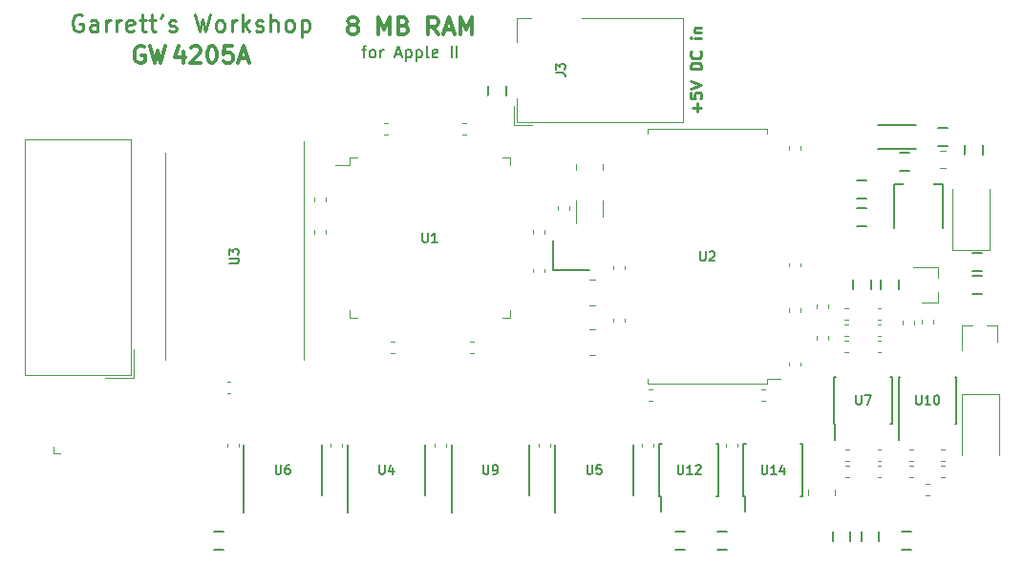
<source format=gto>
G04 #@! TF.GenerationSoftware,KiCad,Pcbnew,(5.1.5-0-10_14)*
G04 #@! TF.CreationDate,2020-10-17T17:20:31-04:00*
G04 #@! TF.ProjectId,GR8RAM,47523852-414d-42e6-9b69-6361645f7063,rev?*
G04 #@! TF.SameCoordinates,Original*
G04 #@! TF.FileFunction,Legend,Top*
G04 #@! TF.FilePolarity,Positive*
%FSLAX46Y46*%
G04 Gerber Fmt 4.6, Leading zero omitted, Abs format (unit mm)*
G04 Created by KiCad (PCBNEW (5.1.5-0-10_14)) date 2020-10-17 17:20:31*
%MOMM*%
%LPD*%
G04 APERTURE LIST*
%ADD10C,0.300000*%
%ADD11C,0.203200*%
%ADD12C,0.225000*%
%ADD13C,0.250000*%
%ADD14C,0.150000*%
%ADD15C,0.120000*%
%ADD16C,0.100000*%
%ADD17C,0.152400*%
%ADD18C,0.127000*%
%ADD19R,1.952400X4.552400*%
%ADD20O,1.952400X4.552400*%
%ADD21O,4.552400X1.952400*%
%ADD22R,1.879600X1.879600*%
%ADD23O,1.879600X1.879600*%
%ADD24C,1.143000*%
%ADD25C,0.939800*%
%ADD26C,2.527300*%
%ADD27C,2.152400*%
%ADD28C,2.000000*%
%ADD29C,1.448000*%
G04 APERTURE END LIST*
D10*
X72188000Y-84895571D02*
X72188000Y-85895571D01*
X71830857Y-84324142D02*
X71473714Y-85395571D01*
X72402285Y-85395571D01*
X72902285Y-84538428D02*
X72973714Y-84467000D01*
X73116571Y-84395571D01*
X73473714Y-84395571D01*
X73616571Y-84467000D01*
X73688000Y-84538428D01*
X73759428Y-84681285D01*
X73759428Y-84824142D01*
X73688000Y-85038428D01*
X72830857Y-85895571D01*
X73759428Y-85895571D01*
X74688000Y-84395571D02*
X74830857Y-84395571D01*
X74973714Y-84467000D01*
X75045142Y-84538428D01*
X75116571Y-84681285D01*
X75188000Y-84967000D01*
X75188000Y-85324142D01*
X75116571Y-85609857D01*
X75045142Y-85752714D01*
X74973714Y-85824142D01*
X74830857Y-85895571D01*
X74688000Y-85895571D01*
X74545142Y-85824142D01*
X74473714Y-85752714D01*
X74402285Y-85609857D01*
X74330857Y-85324142D01*
X74330857Y-84967000D01*
X74402285Y-84681285D01*
X74473714Y-84538428D01*
X74545142Y-84467000D01*
X74688000Y-84395571D01*
X76545142Y-84395571D02*
X75830857Y-84395571D01*
X75759428Y-85109857D01*
X75830857Y-85038428D01*
X75973714Y-84967000D01*
X76330857Y-84967000D01*
X76473714Y-85038428D01*
X76545142Y-85109857D01*
X76616571Y-85252714D01*
X76616571Y-85609857D01*
X76545142Y-85752714D01*
X76473714Y-85824142D01*
X76330857Y-85895571D01*
X75973714Y-85895571D01*
X75830857Y-85824142D01*
X75759428Y-85752714D01*
X77188000Y-85467000D02*
X77902285Y-85467000D01*
X77045142Y-85895571D02*
X77545142Y-84395571D01*
X78045142Y-85895571D01*
D11*
X88047285Y-84745285D02*
X88434333Y-84745285D01*
X88192428Y-85422619D02*
X88192428Y-84551761D01*
X88240809Y-84455000D01*
X88337571Y-84406619D01*
X88434333Y-84406619D01*
X88918142Y-85422619D02*
X88821380Y-85374238D01*
X88773000Y-85325857D01*
X88724619Y-85229095D01*
X88724619Y-84938809D01*
X88773000Y-84842047D01*
X88821380Y-84793666D01*
X88918142Y-84745285D01*
X89063285Y-84745285D01*
X89160047Y-84793666D01*
X89208428Y-84842047D01*
X89256809Y-84938809D01*
X89256809Y-85229095D01*
X89208428Y-85325857D01*
X89160047Y-85374238D01*
X89063285Y-85422619D01*
X88918142Y-85422619D01*
X89692238Y-85422619D02*
X89692238Y-84745285D01*
X89692238Y-84938809D02*
X89740619Y-84842047D01*
X89789000Y-84793666D01*
X89885761Y-84745285D01*
X89982523Y-84745285D01*
X91046904Y-85132333D02*
X91530714Y-85132333D01*
X90950142Y-85422619D02*
X91288809Y-84406619D01*
X91627476Y-85422619D01*
X91966142Y-84745285D02*
X91966142Y-85761285D01*
X91966142Y-84793666D02*
X92062904Y-84745285D01*
X92256428Y-84745285D01*
X92353190Y-84793666D01*
X92401571Y-84842047D01*
X92449952Y-84938809D01*
X92449952Y-85229095D01*
X92401571Y-85325857D01*
X92353190Y-85374238D01*
X92256428Y-85422619D01*
X92062904Y-85422619D01*
X91966142Y-85374238D01*
X92885380Y-84745285D02*
X92885380Y-85761285D01*
X92885380Y-84793666D02*
X92982142Y-84745285D01*
X93175666Y-84745285D01*
X93272428Y-84793666D01*
X93320809Y-84842047D01*
X93369190Y-84938809D01*
X93369190Y-85229095D01*
X93320809Y-85325857D01*
X93272428Y-85374238D01*
X93175666Y-85422619D01*
X92982142Y-85422619D01*
X92885380Y-85374238D01*
X93949761Y-85422619D02*
X93853000Y-85374238D01*
X93804619Y-85277476D01*
X93804619Y-84406619D01*
X94723857Y-85374238D02*
X94627095Y-85422619D01*
X94433571Y-85422619D01*
X94336809Y-85374238D01*
X94288428Y-85277476D01*
X94288428Y-84890428D01*
X94336809Y-84793666D01*
X94433571Y-84745285D01*
X94627095Y-84745285D01*
X94723857Y-84793666D01*
X94772238Y-84890428D01*
X94772238Y-84987190D01*
X94288428Y-85083952D01*
X95981761Y-85422619D02*
X95981761Y-84406619D01*
X96465571Y-85422619D02*
X96465571Y-84406619D01*
D10*
X87103857Y-82495571D02*
X86958714Y-82423000D01*
X86886142Y-82350428D01*
X86813571Y-82205285D01*
X86813571Y-82132714D01*
X86886142Y-81987571D01*
X86958714Y-81915000D01*
X87103857Y-81842428D01*
X87394142Y-81842428D01*
X87539285Y-81915000D01*
X87611857Y-81987571D01*
X87684428Y-82132714D01*
X87684428Y-82205285D01*
X87611857Y-82350428D01*
X87539285Y-82423000D01*
X87394142Y-82495571D01*
X87103857Y-82495571D01*
X86958714Y-82568142D01*
X86886142Y-82640714D01*
X86813571Y-82785857D01*
X86813571Y-83076142D01*
X86886142Y-83221285D01*
X86958714Y-83293857D01*
X87103857Y-83366428D01*
X87394142Y-83366428D01*
X87539285Y-83293857D01*
X87611857Y-83221285D01*
X87684428Y-83076142D01*
X87684428Y-82785857D01*
X87611857Y-82640714D01*
X87539285Y-82568142D01*
X87394142Y-82495571D01*
X89498714Y-83366428D02*
X89498714Y-81842428D01*
X90006714Y-82931000D01*
X90514714Y-81842428D01*
X90514714Y-83366428D01*
X91748428Y-82568142D02*
X91966142Y-82640714D01*
X92038714Y-82713285D01*
X92111285Y-82858428D01*
X92111285Y-83076142D01*
X92038714Y-83221285D01*
X91966142Y-83293857D01*
X91821000Y-83366428D01*
X91240428Y-83366428D01*
X91240428Y-81842428D01*
X91748428Y-81842428D01*
X91893571Y-81915000D01*
X91966142Y-81987571D01*
X92038714Y-82132714D01*
X92038714Y-82277857D01*
X91966142Y-82423000D01*
X91893571Y-82495571D01*
X91748428Y-82568142D01*
X91240428Y-82568142D01*
X94796428Y-83366428D02*
X94288428Y-82640714D01*
X93925571Y-83366428D02*
X93925571Y-81842428D01*
X94506142Y-81842428D01*
X94651285Y-81915000D01*
X94723857Y-81987571D01*
X94796428Y-82132714D01*
X94796428Y-82350428D01*
X94723857Y-82495571D01*
X94651285Y-82568142D01*
X94506142Y-82640714D01*
X93925571Y-82640714D01*
X95377000Y-82931000D02*
X96102714Y-82931000D01*
X95231857Y-83366428D02*
X95739857Y-81842428D01*
X96247857Y-83366428D01*
X96755857Y-83366428D02*
X96755857Y-81842428D01*
X97263857Y-82931000D01*
X97771857Y-81842428D01*
X97771857Y-83366428D01*
D12*
X63246000Y-81661000D02*
X63100857Y-81588428D01*
X62883142Y-81588428D01*
X62665428Y-81661000D01*
X62520285Y-81806142D01*
X62447714Y-81951285D01*
X62375142Y-82241571D01*
X62375142Y-82459285D01*
X62447714Y-82749571D01*
X62520285Y-82894714D01*
X62665428Y-83039857D01*
X62883142Y-83112428D01*
X63028285Y-83112428D01*
X63246000Y-83039857D01*
X63318571Y-82967285D01*
X63318571Y-82459285D01*
X63028285Y-82459285D01*
X64624857Y-83112428D02*
X64624857Y-82314142D01*
X64552285Y-82169000D01*
X64407142Y-82096428D01*
X64116857Y-82096428D01*
X63971714Y-82169000D01*
X64624857Y-83039857D02*
X64479714Y-83112428D01*
X64116857Y-83112428D01*
X63971714Y-83039857D01*
X63899142Y-82894714D01*
X63899142Y-82749571D01*
X63971714Y-82604428D01*
X64116857Y-82531857D01*
X64479714Y-82531857D01*
X64624857Y-82459285D01*
X65350571Y-83112428D02*
X65350571Y-82096428D01*
X65350571Y-82386714D02*
X65423142Y-82241571D01*
X65495714Y-82169000D01*
X65640857Y-82096428D01*
X65786000Y-82096428D01*
X66294000Y-83112428D02*
X66294000Y-82096428D01*
X66294000Y-82386714D02*
X66366571Y-82241571D01*
X66439142Y-82169000D01*
X66584285Y-82096428D01*
X66729428Y-82096428D01*
X67818000Y-83039857D02*
X67672857Y-83112428D01*
X67382571Y-83112428D01*
X67237428Y-83039857D01*
X67164857Y-82894714D01*
X67164857Y-82314142D01*
X67237428Y-82169000D01*
X67382571Y-82096428D01*
X67672857Y-82096428D01*
X67818000Y-82169000D01*
X67890571Y-82314142D01*
X67890571Y-82459285D01*
X67164857Y-82604428D01*
X68326000Y-82096428D02*
X68906571Y-82096428D01*
X68543714Y-81588428D02*
X68543714Y-82894714D01*
X68616285Y-83039857D01*
X68761428Y-83112428D01*
X68906571Y-83112428D01*
X69196857Y-82096428D02*
X69777428Y-82096428D01*
X69414571Y-81588428D02*
X69414571Y-82894714D01*
X69487142Y-83039857D01*
X69632285Y-83112428D01*
X69777428Y-83112428D01*
X70358000Y-81588428D02*
X70358000Y-81661000D01*
X70285428Y-81806142D01*
X70212857Y-81878714D01*
X70938571Y-83039857D02*
X71083714Y-83112428D01*
X71374000Y-83112428D01*
X71519142Y-83039857D01*
X71591714Y-82894714D01*
X71591714Y-82822142D01*
X71519142Y-82677000D01*
X71374000Y-82604428D01*
X71156285Y-82604428D01*
X71011142Y-82531857D01*
X70938571Y-82386714D01*
X70938571Y-82314142D01*
X71011142Y-82169000D01*
X71156285Y-82096428D01*
X71374000Y-82096428D01*
X71519142Y-82169000D01*
X73260857Y-81588428D02*
X73623714Y-83112428D01*
X73914000Y-82023857D01*
X74204285Y-83112428D01*
X74567142Y-81588428D01*
X75365428Y-83112428D02*
X75220285Y-83039857D01*
X75147714Y-82967285D01*
X75075142Y-82822142D01*
X75075142Y-82386714D01*
X75147714Y-82241571D01*
X75220285Y-82169000D01*
X75365428Y-82096428D01*
X75583142Y-82096428D01*
X75728285Y-82169000D01*
X75800857Y-82241571D01*
X75873428Y-82386714D01*
X75873428Y-82822142D01*
X75800857Y-82967285D01*
X75728285Y-83039857D01*
X75583142Y-83112428D01*
X75365428Y-83112428D01*
X76526571Y-83112428D02*
X76526571Y-82096428D01*
X76526571Y-82386714D02*
X76599142Y-82241571D01*
X76671714Y-82169000D01*
X76816857Y-82096428D01*
X76962000Y-82096428D01*
X77470000Y-83112428D02*
X77470000Y-81588428D01*
X77615142Y-82531857D02*
X78050571Y-83112428D01*
X78050571Y-82096428D02*
X77470000Y-82677000D01*
X78631142Y-83039857D02*
X78776285Y-83112428D01*
X79066571Y-83112428D01*
X79211714Y-83039857D01*
X79284285Y-82894714D01*
X79284285Y-82822142D01*
X79211714Y-82677000D01*
X79066571Y-82604428D01*
X78848857Y-82604428D01*
X78703714Y-82531857D01*
X78631142Y-82386714D01*
X78631142Y-82314142D01*
X78703714Y-82169000D01*
X78848857Y-82096428D01*
X79066571Y-82096428D01*
X79211714Y-82169000D01*
X79937428Y-83112428D02*
X79937428Y-81588428D01*
X80590571Y-83112428D02*
X80590571Y-82314142D01*
X80518000Y-82169000D01*
X80372857Y-82096428D01*
X80155142Y-82096428D01*
X80010000Y-82169000D01*
X79937428Y-82241571D01*
X81534000Y-83112428D02*
X81388857Y-83039857D01*
X81316285Y-82967285D01*
X81243714Y-82822142D01*
X81243714Y-82386714D01*
X81316285Y-82241571D01*
X81388857Y-82169000D01*
X81534000Y-82096428D01*
X81751714Y-82096428D01*
X81896857Y-82169000D01*
X81969428Y-82241571D01*
X82042000Y-82386714D01*
X82042000Y-82822142D01*
X81969428Y-82967285D01*
X81896857Y-83039857D01*
X81751714Y-83112428D01*
X81534000Y-83112428D01*
X82695142Y-82096428D02*
X82695142Y-83620428D01*
X82695142Y-82169000D02*
X82840285Y-82096428D01*
X83130571Y-82096428D01*
X83275714Y-82169000D01*
X83348285Y-82241571D01*
X83420857Y-82386714D01*
X83420857Y-82822142D01*
X83348285Y-82967285D01*
X83275714Y-83039857D01*
X83130571Y-83112428D01*
X82840285Y-83112428D01*
X82695142Y-83039857D01*
D10*
X68726571Y-84467000D02*
X68583714Y-84395571D01*
X68369428Y-84395571D01*
X68155142Y-84467000D01*
X68012285Y-84609857D01*
X67940857Y-84752714D01*
X67869428Y-85038428D01*
X67869428Y-85252714D01*
X67940857Y-85538428D01*
X68012285Y-85681285D01*
X68155142Y-85824142D01*
X68369428Y-85895571D01*
X68512285Y-85895571D01*
X68726571Y-85824142D01*
X68798000Y-85752714D01*
X68798000Y-85252714D01*
X68512285Y-85252714D01*
X69298000Y-84395571D02*
X69655142Y-85895571D01*
X69940857Y-84824142D01*
X70226571Y-85895571D01*
X70583714Y-84395571D01*
D13*
X117771428Y-90238095D02*
X117771428Y-89476190D01*
X118152380Y-89857142D02*
X117390476Y-89857142D01*
X117152380Y-88523809D02*
X117152380Y-89000000D01*
X117628571Y-89047619D01*
X117580952Y-89000000D01*
X117533333Y-88904761D01*
X117533333Y-88666666D01*
X117580952Y-88571428D01*
X117628571Y-88523809D01*
X117723809Y-88476190D01*
X117961904Y-88476190D01*
X118057142Y-88523809D01*
X118104761Y-88571428D01*
X118152380Y-88666666D01*
X118152380Y-88904761D01*
X118104761Y-89000000D01*
X118057142Y-89047619D01*
X117152380Y-88190476D02*
X118152380Y-87857142D01*
X117152380Y-87523809D01*
X118152380Y-86428571D02*
X117152380Y-86428571D01*
X117152380Y-86190476D01*
X117200000Y-86047619D01*
X117295238Y-85952380D01*
X117390476Y-85904761D01*
X117580952Y-85857142D01*
X117723809Y-85857142D01*
X117914285Y-85904761D01*
X118009523Y-85952380D01*
X118104761Y-86047619D01*
X118152380Y-86190476D01*
X118152380Y-86428571D01*
X118057142Y-84857142D02*
X118104761Y-84904761D01*
X118152380Y-85047619D01*
X118152380Y-85142857D01*
X118104761Y-85285714D01*
X118009523Y-85380952D01*
X117914285Y-85428571D01*
X117723809Y-85476190D01*
X117580952Y-85476190D01*
X117390476Y-85428571D01*
X117295238Y-85380952D01*
X117200000Y-85285714D01*
X117152380Y-85142857D01*
X117152380Y-85047619D01*
X117200000Y-84904761D01*
X117247619Y-84857142D01*
X118152380Y-83666666D02*
X117485714Y-83666666D01*
X117152380Y-83666666D02*
X117200000Y-83714285D01*
X117247619Y-83666666D01*
X117200000Y-83619047D01*
X117152380Y-83666666D01*
X117247619Y-83666666D01*
X117485714Y-83190476D02*
X118152380Y-83190476D01*
X117580952Y-83190476D02*
X117533333Y-83142857D01*
X117485714Y-83047619D01*
X117485714Y-82904761D01*
X117533333Y-82809523D01*
X117628571Y-82761904D01*
X118152380Y-82761904D01*
D14*
X135597000Y-117899000D02*
X135647000Y-117899000D01*
X135597000Y-113749000D02*
X135742000Y-113749000D01*
X140747000Y-113749000D02*
X140602000Y-113749000D01*
X140747000Y-117899000D02*
X140602000Y-117899000D01*
X135597000Y-117899000D02*
X135597000Y-113749000D01*
X140747000Y-117899000D02*
X140747000Y-113749000D01*
X135647000Y-117899000D02*
X135647000Y-119299000D01*
D15*
X100460000Y-108510000D02*
X101160000Y-108510000D01*
X101160000Y-108510000D02*
X101160000Y-107810000D01*
X87640000Y-108510000D02*
X86940000Y-108510000D01*
X86940000Y-108510000D02*
X86940000Y-107810000D01*
X100460000Y-94290000D02*
X101160000Y-94290000D01*
X101160000Y-94290000D02*
X101160000Y-94990000D01*
X87640000Y-94290000D02*
X86940000Y-94290000D01*
X86940000Y-94290000D02*
X86940000Y-94990000D01*
X86940000Y-94990000D02*
X85650000Y-94990000D01*
X135940000Y-109062779D02*
X135940000Y-108737221D01*
X136960000Y-109062779D02*
X136960000Y-108737221D01*
X128340000Y-107612779D02*
X128340000Y-107287221D01*
X129360000Y-107612779D02*
X129360000Y-107287221D01*
X128340000Y-110412779D02*
X128340000Y-110087221D01*
X129360000Y-110412779D02*
X129360000Y-110087221D01*
X107040000Y-98120000D02*
X107040000Y-100150000D01*
X109360000Y-99530000D02*
X109360000Y-98120000D01*
X70630000Y-93850000D02*
X70630000Y-112250000D01*
D16*
X82870000Y-112250000D02*
X82870000Y-92850000D01*
D15*
X144380000Y-109190000D02*
X144380000Y-110650000D01*
X141220000Y-109190000D02*
X141220000Y-111350000D01*
X141220000Y-109190000D02*
X142150000Y-109190000D01*
X144380000Y-109190000D02*
X143450000Y-109190000D01*
X123950000Y-92150000D02*
X123950000Y-91750000D01*
X113350000Y-92150000D02*
X113350000Y-91750000D01*
X113350000Y-114350000D02*
X113350000Y-113950000D01*
X123950000Y-91750000D02*
X113350000Y-91750000D01*
X123950000Y-114350000D02*
X113350000Y-114350000D01*
X123950000Y-113950000D02*
X123950000Y-114350000D01*
X125150000Y-113950000D02*
X123950000Y-113950000D01*
X101800000Y-91100000D02*
X101800000Y-89000000D01*
X101500000Y-91400000D02*
X103100000Y-91400000D01*
X101500000Y-89700000D02*
X101500000Y-91400000D01*
X101800000Y-81900000D02*
X103100000Y-81900000D01*
X101800000Y-84000000D02*
X101800000Y-81900000D01*
X116500000Y-91100000D02*
X101800000Y-91100000D01*
X116500000Y-81900000D02*
X116500000Y-91100000D01*
X107500000Y-81900000D02*
X116500000Y-81900000D01*
D17*
X133150000Y-105956400D02*
X133150000Y-105143600D01*
X131550000Y-105956400D02*
X131550000Y-105143600D01*
X134050000Y-105956400D02*
X134050000Y-105143600D01*
X135650000Y-105956400D02*
X135650000Y-105143600D01*
D15*
X58190000Y-113554000D02*
X58190000Y-92694000D01*
X58190000Y-92694000D02*
X67540000Y-92694000D01*
X67540000Y-92694000D02*
X67540000Y-113554000D01*
X67540000Y-113554000D02*
X58190000Y-113554000D01*
X67790000Y-113804000D02*
X67790000Y-111264000D01*
X67790000Y-113804000D02*
X65250000Y-113804000D01*
X60706000Y-120523000D02*
X60706000Y-119888000D01*
X61341000Y-120523000D02*
X60706000Y-120523000D01*
X123812779Y-114840000D02*
X123487221Y-114840000D01*
X123812779Y-115860000D02*
X123487221Y-115860000D01*
D14*
X84475000Y-124225000D02*
X84475000Y-119775000D01*
X77575000Y-125750000D02*
X77575000Y-119775000D01*
X122000000Y-124325000D02*
X122000000Y-125675000D01*
X127125000Y-124325000D02*
X127125000Y-119675000D01*
X121875000Y-124325000D02*
X121875000Y-119675000D01*
X127125000Y-124325000D02*
X126900000Y-124325000D01*
X127125000Y-119675000D02*
X126900000Y-119675000D01*
X121875000Y-119675000D02*
X122100000Y-119675000D01*
X121875000Y-124325000D02*
X122000000Y-124325000D01*
X112075000Y-124225000D02*
X112075000Y-119775000D01*
X105175000Y-125750000D02*
X105175000Y-119775000D01*
D15*
X76412779Y-114140000D02*
X76087221Y-114140000D01*
X76412779Y-115160000D02*
X76087221Y-115160000D01*
D14*
X114425000Y-124325000D02*
X114550000Y-124325000D01*
X114425000Y-119675000D02*
X114650000Y-119675000D01*
X119675000Y-119675000D02*
X119450000Y-119675000D01*
X119675000Y-124325000D02*
X119450000Y-124325000D01*
X114425000Y-124325000D02*
X114425000Y-119675000D01*
X119675000Y-124325000D02*
X119675000Y-119675000D01*
X114550000Y-124325000D02*
X114550000Y-125675000D01*
D17*
X104950000Y-101650000D02*
X104950000Y-104250000D01*
X104950000Y-104250000D02*
X108200000Y-104250000D01*
D15*
X106460000Y-98587221D02*
X106460000Y-98912779D01*
X105440000Y-98587221D02*
X105440000Y-98912779D01*
X110340000Y-108862779D02*
X110340000Y-108537221D01*
X111360000Y-108862779D02*
X111360000Y-108537221D01*
X113812779Y-115860000D02*
X113487221Y-115860000D01*
X113812779Y-114840000D02*
X113487221Y-114840000D01*
X125940000Y-93237221D02*
X125940000Y-93562779D01*
X126960000Y-93237221D02*
X126960000Y-93562779D01*
X110290000Y-104212779D02*
X110290000Y-103887221D01*
X111310000Y-104212779D02*
X111310000Y-103887221D01*
X126960000Y-107637221D02*
X126960000Y-107962779D01*
X125940000Y-107637221D02*
X125940000Y-107962779D01*
X126960000Y-112437221D02*
X126960000Y-112762779D01*
X125940000Y-112437221D02*
X125940000Y-112762779D01*
X126960000Y-103637221D02*
X126960000Y-103962779D01*
X125940000Y-103637221D02*
X125940000Y-103962779D01*
X113910000Y-119637221D02*
X113910000Y-119962779D01*
X112890000Y-119637221D02*
X112890000Y-119962779D01*
D17*
X115837600Y-129070000D02*
X116650400Y-129070000D01*
X115837600Y-127470000D02*
X116650400Y-127470000D01*
X120382400Y-127470000D02*
X119569600Y-127470000D01*
X120382400Y-129070000D02*
X119569600Y-129070000D01*
X75756400Y-129070000D02*
X74943600Y-129070000D01*
X75756400Y-127470000D02*
X74943600Y-127470000D01*
D15*
X104260000Y-104137221D02*
X104260000Y-104462779D01*
X103240000Y-104137221D02*
X103240000Y-104462779D01*
X97637221Y-111610000D02*
X97962779Y-111610000D01*
X97637221Y-110590000D02*
X97962779Y-110590000D01*
X83840000Y-101062779D02*
X83840000Y-100737221D01*
X84860000Y-101062779D02*
X84860000Y-100737221D01*
X97312779Y-92210000D02*
X96987221Y-92210000D01*
X97312779Y-91190000D02*
X96987221Y-91190000D01*
X90312779Y-91190000D02*
X89987221Y-91190000D01*
X90312779Y-92210000D02*
X89987221Y-92210000D01*
X84860000Y-98162779D02*
X84860000Y-97837221D01*
X83840000Y-98162779D02*
X83840000Y-97837221D01*
X85290000Y-119637221D02*
X85290000Y-119962779D01*
X86310000Y-119637221D02*
X86310000Y-119962779D01*
X90637221Y-110590000D02*
X90962779Y-110590000D01*
X90637221Y-111610000D02*
X90962779Y-111610000D01*
X103690000Y-119637221D02*
X103690000Y-119962779D01*
X104710000Y-119637221D02*
X104710000Y-119962779D01*
X95510000Y-119637221D02*
X95510000Y-119962779D01*
X94490000Y-119637221D02*
X94490000Y-119962779D01*
D17*
X136716400Y-129070000D02*
X135903600Y-129070000D01*
X136716400Y-127470000D02*
X135903600Y-127470000D01*
D14*
X95975000Y-125750000D02*
X95975000Y-119775000D01*
X102875000Y-124225000D02*
X102875000Y-119775000D01*
D15*
X104260000Y-101062779D02*
X104260000Y-100737221D01*
X103240000Y-101062779D02*
X103240000Y-100737221D01*
D14*
X86775000Y-125750000D02*
X86775000Y-119775000D01*
X93675000Y-124225000D02*
X93675000Y-119775000D01*
D17*
X132296000Y-128295400D02*
X132296000Y-127482600D01*
X133896000Y-128295400D02*
X133896000Y-127482600D01*
X131356000Y-128295400D02*
X131356000Y-127482600D01*
X129756000Y-128295400D02*
X129756000Y-127482600D01*
D15*
X139110000Y-107130000D02*
X139110000Y-106200000D01*
X139110000Y-103970000D02*
X139110000Y-104900000D01*
X139110000Y-103970000D02*
X136950000Y-103970000D01*
X139110000Y-107130000D02*
X137650000Y-107130000D01*
D17*
X99200000Y-87943600D02*
X99200000Y-88756400D01*
X100800000Y-87943600D02*
X100800000Y-88756400D01*
X143050000Y-94006400D02*
X143050000Y-93193600D01*
X141450000Y-94006400D02*
X141450000Y-93193600D01*
X142193600Y-102750000D02*
X143006400Y-102750000D01*
X142193600Y-104350000D02*
X143006400Y-104350000D01*
X142193600Y-106350000D02*
X143006400Y-106350000D01*
X142193600Y-104750000D02*
X143006400Y-104750000D01*
D15*
X140350000Y-102450000D02*
X140350000Y-97050000D01*
X143650000Y-102450000D02*
X143650000Y-97050000D01*
X140350000Y-102450000D02*
X143650000Y-102450000D01*
D18*
X139550000Y-96600000D02*
X139550000Y-100550000D01*
X135250000Y-96600000D02*
X135250000Y-100550000D01*
X139550000Y-96600000D02*
X135250000Y-96600000D01*
D15*
X139291422Y-93690000D02*
X139808578Y-93690000D01*
X139291422Y-95210000D02*
X139808578Y-95210000D01*
X144550000Y-115300000D02*
X144550000Y-120700000D01*
X141250000Y-115300000D02*
X141250000Y-120700000D01*
X144550000Y-115300000D02*
X141250000Y-115300000D01*
X120340000Y-119637221D02*
X120340000Y-119962779D01*
X121360000Y-119637221D02*
X121360000Y-119962779D01*
X77110000Y-119637221D02*
X77110000Y-119962779D01*
X76090000Y-119637221D02*
X76090000Y-119962779D01*
D17*
X132756400Y-97900000D02*
X131943600Y-97900000D01*
X132756400Y-96300000D02*
X131943600Y-96300000D01*
X132756400Y-98800000D02*
X131943600Y-98800000D01*
X132756400Y-100400000D02*
X131943600Y-100400000D01*
D18*
X133750000Y-93500000D02*
X137150000Y-93500000D01*
X133750000Y-91400000D02*
X137150000Y-91400000D01*
D15*
X109380000Y-94900000D02*
X109380000Y-95400000D01*
X107020000Y-94900000D02*
X107020000Y-95400000D01*
X108700000Y-105070000D02*
X108200000Y-105070000D01*
X108700000Y-107430000D02*
X108200000Y-107430000D01*
X108700000Y-111830000D02*
X108200000Y-111830000D01*
X108700000Y-109470000D02*
X108200000Y-109470000D01*
X129930000Y-123750000D02*
X129930000Y-124250000D01*
X127570000Y-123750000D02*
X127570000Y-124250000D01*
X133737221Y-108660000D02*
X134062779Y-108660000D01*
X133737221Y-107640000D02*
X134062779Y-107640000D01*
X131262779Y-121640000D02*
X130937221Y-121640000D01*
X131262779Y-122660000D02*
X130937221Y-122660000D01*
X130837221Y-107640000D02*
X131162779Y-107640000D01*
X130837221Y-108660000D02*
X131162779Y-108660000D01*
X134062779Y-122660000D02*
X133737221Y-122660000D01*
X134062779Y-121640000D02*
X133737221Y-121640000D01*
X134062779Y-109090000D02*
X133737221Y-109090000D01*
X134062779Y-110110000D02*
X133737221Y-110110000D01*
X130937221Y-120140000D02*
X131262779Y-120140000D01*
X130937221Y-121160000D02*
X131262779Y-121160000D01*
X133737221Y-111560000D02*
X134062779Y-111560000D01*
X133737221Y-110540000D02*
X134062779Y-110540000D01*
X133737221Y-121160000D02*
X134062779Y-121160000D01*
X133737221Y-120140000D02*
X134062779Y-120140000D01*
X131162779Y-109090000D02*
X130837221Y-109090000D01*
X131162779Y-110110000D02*
X130837221Y-110110000D01*
X130837221Y-110540000D02*
X131162779Y-110540000D01*
X130837221Y-111560000D02*
X131162779Y-111560000D01*
D17*
X139143600Y-93250000D02*
X139956400Y-93250000D01*
X139143600Y-91650000D02*
X139956400Y-91650000D01*
X136556400Y-93850000D02*
X135743600Y-93850000D01*
X136556400Y-95450000D02*
X135743600Y-95450000D01*
D15*
X136912779Y-122660000D02*
X136587221Y-122660000D01*
X136912779Y-121640000D02*
X136587221Y-121640000D01*
D14*
X129932000Y-117899000D02*
X129932000Y-119299000D01*
X135032000Y-117899000D02*
X135032000Y-113749000D01*
X129882000Y-117899000D02*
X129882000Y-113749000D01*
X135032000Y-117899000D02*
X134887000Y-117899000D01*
X135032000Y-113749000D02*
X134887000Y-113749000D01*
X129882000Y-113749000D02*
X130027000Y-113749000D01*
X129882000Y-117899000D02*
X129932000Y-117899000D01*
D15*
X139712779Y-121160000D02*
X139387221Y-121160000D01*
X139712779Y-120140000D02*
X139387221Y-120140000D01*
X137690000Y-109012779D02*
X137690000Y-108687221D01*
X138710000Y-109012779D02*
X138710000Y-108687221D01*
X136587221Y-120140000D02*
X136912779Y-120140000D01*
X136587221Y-121160000D02*
X136912779Y-121160000D01*
X138312779Y-123240000D02*
X137987221Y-123240000D01*
X138312779Y-124260000D02*
X137987221Y-124260000D01*
X139712779Y-121640000D02*
X139387221Y-121640000D01*
X139712779Y-122660000D02*
X139387221Y-122660000D01*
D11*
X137165676Y-115378895D02*
X137165676Y-116036876D01*
X137204380Y-116114285D01*
X137243085Y-116152990D01*
X137320495Y-116191695D01*
X137475314Y-116191695D01*
X137552723Y-116152990D01*
X137591428Y-116114285D01*
X137630133Y-116036876D01*
X137630133Y-115378895D01*
X138442933Y-116191695D02*
X137978476Y-116191695D01*
X138210704Y-116191695D02*
X138210704Y-115378895D01*
X138133295Y-115495009D01*
X138055885Y-115572419D01*
X137978476Y-115611123D01*
X138946095Y-115378895D02*
X139023504Y-115378895D01*
X139100914Y-115417600D01*
X139139619Y-115456304D01*
X139178323Y-115533714D01*
X139217028Y-115688533D01*
X139217028Y-115882057D01*
X139178323Y-116036876D01*
X139139619Y-116114285D01*
X139100914Y-116152990D01*
X139023504Y-116191695D01*
X138946095Y-116191695D01*
X138868685Y-116152990D01*
X138829980Y-116114285D01*
X138791276Y-116036876D01*
X138752571Y-115882057D01*
X138752571Y-115688533D01*
X138791276Y-115533714D01*
X138829980Y-115456304D01*
X138868685Y-115417600D01*
X138946095Y-115378895D01*
X93430723Y-100954895D02*
X93430723Y-101612876D01*
X93469428Y-101690285D01*
X93508133Y-101728990D01*
X93585542Y-101767695D01*
X93740361Y-101767695D01*
X93817771Y-101728990D01*
X93856476Y-101690285D01*
X93895180Y-101612876D01*
X93895180Y-100954895D01*
X94707980Y-101767695D02*
X94243523Y-101767695D01*
X94475752Y-101767695D02*
X94475752Y-100954895D01*
X94398342Y-101071009D01*
X94320933Y-101148419D01*
X94243523Y-101187123D01*
X76304895Y-103669276D02*
X76962876Y-103669276D01*
X77040285Y-103630571D01*
X77078990Y-103591866D01*
X77117695Y-103514457D01*
X77117695Y-103359638D01*
X77078990Y-103282228D01*
X77040285Y-103243523D01*
X76962876Y-103204819D01*
X76304895Y-103204819D01*
X76304895Y-102895180D02*
X76304895Y-102392019D01*
X76614533Y-102662952D01*
X76614533Y-102546838D01*
X76653238Y-102469428D01*
X76691942Y-102430723D01*
X76769352Y-102392019D01*
X76962876Y-102392019D01*
X77040285Y-102430723D01*
X77078990Y-102469428D01*
X77117695Y-102546838D01*
X77117695Y-102779066D01*
X77078990Y-102856476D01*
X77040285Y-102895180D01*
X118030723Y-102604895D02*
X118030723Y-103262876D01*
X118069428Y-103340285D01*
X118108133Y-103378990D01*
X118185542Y-103417695D01*
X118340361Y-103417695D01*
X118417771Y-103378990D01*
X118456476Y-103340285D01*
X118495180Y-103262876D01*
X118495180Y-102604895D01*
X118843523Y-102682304D02*
X118882228Y-102643600D01*
X118959638Y-102604895D01*
X119153161Y-102604895D01*
X119230571Y-102643600D01*
X119269276Y-102682304D01*
X119307980Y-102759714D01*
X119307980Y-102837123D01*
X119269276Y-102953238D01*
X118804819Y-103417695D01*
X119307980Y-103417695D01*
X105254895Y-86770933D02*
X105835466Y-86770933D01*
X105951580Y-86809638D01*
X106028990Y-86887047D01*
X106067695Y-87003161D01*
X106067695Y-87080571D01*
X105254895Y-86461295D02*
X105254895Y-85958133D01*
X105564533Y-86229066D01*
X105564533Y-86112952D01*
X105603238Y-86035542D01*
X105641942Y-85996838D01*
X105719352Y-85958133D01*
X105912876Y-85958133D01*
X105990285Y-85996838D01*
X106028990Y-86035542D01*
X106067695Y-86112952D01*
X106067695Y-86345180D01*
X106028990Y-86422590D01*
X105990285Y-86461295D01*
X80405723Y-121554895D02*
X80405723Y-122212876D01*
X80444428Y-122290285D01*
X80483133Y-122328990D01*
X80560542Y-122367695D01*
X80715361Y-122367695D01*
X80792771Y-122328990D01*
X80831476Y-122290285D01*
X80870180Y-122212876D01*
X80870180Y-121554895D01*
X81605571Y-121554895D02*
X81450752Y-121554895D01*
X81373342Y-121593600D01*
X81334638Y-121632304D01*
X81257228Y-121748419D01*
X81218523Y-121903238D01*
X81218523Y-122212876D01*
X81257228Y-122290285D01*
X81295933Y-122328990D01*
X81373342Y-122367695D01*
X81528161Y-122367695D01*
X81605571Y-122328990D01*
X81644276Y-122290285D01*
X81682980Y-122212876D01*
X81682980Y-122019352D01*
X81644276Y-121941942D01*
X81605571Y-121903238D01*
X81528161Y-121864533D01*
X81373342Y-121864533D01*
X81295933Y-121903238D01*
X81257228Y-121941942D01*
X81218523Y-122019352D01*
X123493676Y-121554895D02*
X123493676Y-122212876D01*
X123532380Y-122290285D01*
X123571085Y-122328990D01*
X123648495Y-122367695D01*
X123803314Y-122367695D01*
X123880723Y-122328990D01*
X123919428Y-122290285D01*
X123958133Y-122212876D01*
X123958133Y-121554895D01*
X124770933Y-122367695D02*
X124306476Y-122367695D01*
X124538704Y-122367695D02*
X124538704Y-121554895D01*
X124461295Y-121671009D01*
X124383885Y-121748419D01*
X124306476Y-121787123D01*
X125467619Y-121825828D02*
X125467619Y-122367695D01*
X125274095Y-121516190D02*
X125080571Y-122096761D01*
X125583733Y-122096761D01*
X108005723Y-121554895D02*
X108005723Y-122212876D01*
X108044428Y-122290285D01*
X108083133Y-122328990D01*
X108160542Y-122367695D01*
X108315361Y-122367695D01*
X108392771Y-122328990D01*
X108431476Y-122290285D01*
X108470180Y-122212876D01*
X108470180Y-121554895D01*
X109244276Y-121554895D02*
X108857228Y-121554895D01*
X108818523Y-121941942D01*
X108857228Y-121903238D01*
X108934638Y-121864533D01*
X109128161Y-121864533D01*
X109205571Y-121903238D01*
X109244276Y-121941942D01*
X109282980Y-122019352D01*
X109282980Y-122212876D01*
X109244276Y-122290285D01*
X109205571Y-122328990D01*
X109128161Y-122367695D01*
X108934638Y-122367695D01*
X108857228Y-122328990D01*
X108818523Y-122290285D01*
X116043676Y-121554895D02*
X116043676Y-122212876D01*
X116082380Y-122290285D01*
X116121085Y-122328990D01*
X116198495Y-122367695D01*
X116353314Y-122367695D01*
X116430723Y-122328990D01*
X116469428Y-122290285D01*
X116508133Y-122212876D01*
X116508133Y-121554895D01*
X117320933Y-122367695D02*
X116856476Y-122367695D01*
X117088704Y-122367695D02*
X117088704Y-121554895D01*
X117011295Y-121671009D01*
X116933885Y-121748419D01*
X116856476Y-121787123D01*
X117630571Y-121632304D02*
X117669276Y-121593600D01*
X117746685Y-121554895D01*
X117940209Y-121554895D01*
X118017619Y-121593600D01*
X118056323Y-121632304D01*
X118095028Y-121709714D01*
X118095028Y-121787123D01*
X118056323Y-121903238D01*
X117591866Y-122367695D01*
X118095028Y-122367695D01*
X98805723Y-121554895D02*
X98805723Y-122212876D01*
X98844428Y-122290285D01*
X98883133Y-122328990D01*
X98960542Y-122367695D01*
X99115361Y-122367695D01*
X99192771Y-122328990D01*
X99231476Y-122290285D01*
X99270180Y-122212876D01*
X99270180Y-121554895D01*
X99695933Y-122367695D02*
X99850752Y-122367695D01*
X99928161Y-122328990D01*
X99966866Y-122290285D01*
X100044276Y-122174171D01*
X100082980Y-122019352D01*
X100082980Y-121709714D01*
X100044276Y-121632304D01*
X100005571Y-121593600D01*
X99928161Y-121554895D01*
X99773342Y-121554895D01*
X99695933Y-121593600D01*
X99657228Y-121632304D01*
X99618523Y-121709714D01*
X99618523Y-121903238D01*
X99657228Y-121980647D01*
X99695933Y-122019352D01*
X99773342Y-122058057D01*
X99928161Y-122058057D01*
X100005571Y-122019352D01*
X100044276Y-121980647D01*
X100082980Y-121903238D01*
X89605723Y-121554895D02*
X89605723Y-122212876D01*
X89644428Y-122290285D01*
X89683133Y-122328990D01*
X89760542Y-122367695D01*
X89915361Y-122367695D01*
X89992771Y-122328990D01*
X90031476Y-122290285D01*
X90070180Y-122212876D01*
X90070180Y-121554895D01*
X90805571Y-121825828D02*
X90805571Y-122367695D01*
X90612047Y-121516190D02*
X90418523Y-122096761D01*
X90921685Y-122096761D01*
X131837723Y-115378895D02*
X131837723Y-116036876D01*
X131876428Y-116114285D01*
X131915133Y-116152990D01*
X131992542Y-116191695D01*
X132147361Y-116191695D01*
X132224771Y-116152990D01*
X132263476Y-116114285D01*
X132302180Y-116036876D01*
X132302180Y-115378895D01*
X132611819Y-115378895D02*
X133153685Y-115378895D01*
X132805342Y-116191695D01*
%LPC*%
D16*
G36*
X139700000Y-139446000D02*
G01*
X139192000Y-139954000D01*
X74168000Y-139954000D01*
X73660000Y-139446000D01*
X73660000Y-132080000D01*
X139700000Y-132080000D01*
X139700000Y-139446000D01*
G37*
G36*
X136486603Y-117124963D02*
G01*
X136506018Y-117127843D01*
X136525057Y-117132612D01*
X136543537Y-117139224D01*
X136561279Y-117147616D01*
X136578114Y-117157706D01*
X136593879Y-117169398D01*
X136608421Y-117182579D01*
X136621602Y-117197121D01*
X136633294Y-117212886D01*
X136643384Y-117229721D01*
X136651776Y-117247463D01*
X136658388Y-117265943D01*
X136663157Y-117284982D01*
X136666037Y-117304397D01*
X136667000Y-117324000D01*
X136667000Y-119124000D01*
X136666037Y-119143603D01*
X136663157Y-119163018D01*
X136658388Y-119182057D01*
X136651776Y-119200537D01*
X136643384Y-119218279D01*
X136633294Y-119235114D01*
X136621602Y-119250879D01*
X136608421Y-119265421D01*
X136593879Y-119278602D01*
X136578114Y-119290294D01*
X136561279Y-119300384D01*
X136543537Y-119308776D01*
X136525057Y-119315388D01*
X136506018Y-119320157D01*
X136486603Y-119323037D01*
X136467000Y-119324000D01*
X136067000Y-119324000D01*
X136047397Y-119323037D01*
X136027982Y-119320157D01*
X136008943Y-119315388D01*
X135990463Y-119308776D01*
X135972721Y-119300384D01*
X135955886Y-119290294D01*
X135940121Y-119278602D01*
X135925579Y-119265421D01*
X135912398Y-119250879D01*
X135900706Y-119235114D01*
X135890616Y-119218279D01*
X135882224Y-119200537D01*
X135875612Y-119182057D01*
X135870843Y-119163018D01*
X135867963Y-119143603D01*
X135867000Y-119124000D01*
X135867000Y-117324000D01*
X135867963Y-117304397D01*
X135870843Y-117284982D01*
X135875612Y-117265943D01*
X135882224Y-117247463D01*
X135890616Y-117229721D01*
X135900706Y-117212886D01*
X135912398Y-117197121D01*
X135925579Y-117182579D01*
X135940121Y-117169398D01*
X135955886Y-117157706D01*
X135972721Y-117147616D01*
X135990463Y-117139224D01*
X136008943Y-117132612D01*
X136027982Y-117127843D01*
X136047397Y-117124963D01*
X136067000Y-117124000D01*
X136467000Y-117124000D01*
X136486603Y-117124963D01*
G37*
G36*
X137756603Y-117124963D02*
G01*
X137776018Y-117127843D01*
X137795057Y-117132612D01*
X137813537Y-117139224D01*
X137831279Y-117147616D01*
X137848114Y-117157706D01*
X137863879Y-117169398D01*
X137878421Y-117182579D01*
X137891602Y-117197121D01*
X137903294Y-117212886D01*
X137913384Y-117229721D01*
X137921776Y-117247463D01*
X137928388Y-117265943D01*
X137933157Y-117284982D01*
X137936037Y-117304397D01*
X137937000Y-117324000D01*
X137937000Y-119124000D01*
X137936037Y-119143603D01*
X137933157Y-119163018D01*
X137928388Y-119182057D01*
X137921776Y-119200537D01*
X137913384Y-119218279D01*
X137903294Y-119235114D01*
X137891602Y-119250879D01*
X137878421Y-119265421D01*
X137863879Y-119278602D01*
X137848114Y-119290294D01*
X137831279Y-119300384D01*
X137813537Y-119308776D01*
X137795057Y-119315388D01*
X137776018Y-119320157D01*
X137756603Y-119323037D01*
X137737000Y-119324000D01*
X137337000Y-119324000D01*
X137317397Y-119323037D01*
X137297982Y-119320157D01*
X137278943Y-119315388D01*
X137260463Y-119308776D01*
X137242721Y-119300384D01*
X137225886Y-119290294D01*
X137210121Y-119278602D01*
X137195579Y-119265421D01*
X137182398Y-119250879D01*
X137170706Y-119235114D01*
X137160616Y-119218279D01*
X137152224Y-119200537D01*
X137145612Y-119182057D01*
X137140843Y-119163018D01*
X137137963Y-119143603D01*
X137137000Y-119124000D01*
X137137000Y-117324000D01*
X137137963Y-117304397D01*
X137140843Y-117284982D01*
X137145612Y-117265943D01*
X137152224Y-117247463D01*
X137160616Y-117229721D01*
X137170706Y-117212886D01*
X137182398Y-117197121D01*
X137195579Y-117182579D01*
X137210121Y-117169398D01*
X137225886Y-117157706D01*
X137242721Y-117147616D01*
X137260463Y-117139224D01*
X137278943Y-117132612D01*
X137297982Y-117127843D01*
X137317397Y-117124963D01*
X137337000Y-117124000D01*
X137737000Y-117124000D01*
X137756603Y-117124963D01*
G37*
G36*
X139026603Y-117124963D02*
G01*
X139046018Y-117127843D01*
X139065057Y-117132612D01*
X139083537Y-117139224D01*
X139101279Y-117147616D01*
X139118114Y-117157706D01*
X139133879Y-117169398D01*
X139148421Y-117182579D01*
X139161602Y-117197121D01*
X139173294Y-117212886D01*
X139183384Y-117229721D01*
X139191776Y-117247463D01*
X139198388Y-117265943D01*
X139203157Y-117284982D01*
X139206037Y-117304397D01*
X139207000Y-117324000D01*
X139207000Y-119124000D01*
X139206037Y-119143603D01*
X139203157Y-119163018D01*
X139198388Y-119182057D01*
X139191776Y-119200537D01*
X139183384Y-119218279D01*
X139173294Y-119235114D01*
X139161602Y-119250879D01*
X139148421Y-119265421D01*
X139133879Y-119278602D01*
X139118114Y-119290294D01*
X139101279Y-119300384D01*
X139083537Y-119308776D01*
X139065057Y-119315388D01*
X139046018Y-119320157D01*
X139026603Y-119323037D01*
X139007000Y-119324000D01*
X138607000Y-119324000D01*
X138587397Y-119323037D01*
X138567982Y-119320157D01*
X138548943Y-119315388D01*
X138530463Y-119308776D01*
X138512721Y-119300384D01*
X138495886Y-119290294D01*
X138480121Y-119278602D01*
X138465579Y-119265421D01*
X138452398Y-119250879D01*
X138440706Y-119235114D01*
X138430616Y-119218279D01*
X138422224Y-119200537D01*
X138415612Y-119182057D01*
X138410843Y-119163018D01*
X138407963Y-119143603D01*
X138407000Y-119124000D01*
X138407000Y-117324000D01*
X138407963Y-117304397D01*
X138410843Y-117284982D01*
X138415612Y-117265943D01*
X138422224Y-117247463D01*
X138430616Y-117229721D01*
X138440706Y-117212886D01*
X138452398Y-117197121D01*
X138465579Y-117182579D01*
X138480121Y-117169398D01*
X138495886Y-117157706D01*
X138512721Y-117147616D01*
X138530463Y-117139224D01*
X138548943Y-117132612D01*
X138567982Y-117127843D01*
X138587397Y-117124963D01*
X138607000Y-117124000D01*
X139007000Y-117124000D01*
X139026603Y-117124963D01*
G37*
G36*
X140296603Y-117124963D02*
G01*
X140316018Y-117127843D01*
X140335057Y-117132612D01*
X140353537Y-117139224D01*
X140371279Y-117147616D01*
X140388114Y-117157706D01*
X140403879Y-117169398D01*
X140418421Y-117182579D01*
X140431602Y-117197121D01*
X140443294Y-117212886D01*
X140453384Y-117229721D01*
X140461776Y-117247463D01*
X140468388Y-117265943D01*
X140473157Y-117284982D01*
X140476037Y-117304397D01*
X140477000Y-117324000D01*
X140477000Y-119124000D01*
X140476037Y-119143603D01*
X140473157Y-119163018D01*
X140468388Y-119182057D01*
X140461776Y-119200537D01*
X140453384Y-119218279D01*
X140443294Y-119235114D01*
X140431602Y-119250879D01*
X140418421Y-119265421D01*
X140403879Y-119278602D01*
X140388114Y-119290294D01*
X140371279Y-119300384D01*
X140353537Y-119308776D01*
X140335057Y-119315388D01*
X140316018Y-119320157D01*
X140296603Y-119323037D01*
X140277000Y-119324000D01*
X139877000Y-119324000D01*
X139857397Y-119323037D01*
X139837982Y-119320157D01*
X139818943Y-119315388D01*
X139800463Y-119308776D01*
X139782721Y-119300384D01*
X139765886Y-119290294D01*
X139750121Y-119278602D01*
X139735579Y-119265421D01*
X139722398Y-119250879D01*
X139710706Y-119235114D01*
X139700616Y-119218279D01*
X139692224Y-119200537D01*
X139685612Y-119182057D01*
X139680843Y-119163018D01*
X139677963Y-119143603D01*
X139677000Y-119124000D01*
X139677000Y-117324000D01*
X139677963Y-117304397D01*
X139680843Y-117284982D01*
X139685612Y-117265943D01*
X139692224Y-117247463D01*
X139700616Y-117229721D01*
X139710706Y-117212886D01*
X139722398Y-117197121D01*
X139735579Y-117182579D01*
X139750121Y-117169398D01*
X139765886Y-117157706D01*
X139782721Y-117147616D01*
X139800463Y-117139224D01*
X139818943Y-117132612D01*
X139837982Y-117127843D01*
X139857397Y-117124963D01*
X139877000Y-117124000D01*
X140277000Y-117124000D01*
X140296603Y-117124963D01*
G37*
G36*
X140296603Y-112324963D02*
G01*
X140316018Y-112327843D01*
X140335057Y-112332612D01*
X140353537Y-112339224D01*
X140371279Y-112347616D01*
X140388114Y-112357706D01*
X140403879Y-112369398D01*
X140418421Y-112382579D01*
X140431602Y-112397121D01*
X140443294Y-112412886D01*
X140453384Y-112429721D01*
X140461776Y-112447463D01*
X140468388Y-112465943D01*
X140473157Y-112484982D01*
X140476037Y-112504397D01*
X140477000Y-112524000D01*
X140477000Y-114324000D01*
X140476037Y-114343603D01*
X140473157Y-114363018D01*
X140468388Y-114382057D01*
X140461776Y-114400537D01*
X140453384Y-114418279D01*
X140443294Y-114435114D01*
X140431602Y-114450879D01*
X140418421Y-114465421D01*
X140403879Y-114478602D01*
X140388114Y-114490294D01*
X140371279Y-114500384D01*
X140353537Y-114508776D01*
X140335057Y-114515388D01*
X140316018Y-114520157D01*
X140296603Y-114523037D01*
X140277000Y-114524000D01*
X139877000Y-114524000D01*
X139857397Y-114523037D01*
X139837982Y-114520157D01*
X139818943Y-114515388D01*
X139800463Y-114508776D01*
X139782721Y-114500384D01*
X139765886Y-114490294D01*
X139750121Y-114478602D01*
X139735579Y-114465421D01*
X139722398Y-114450879D01*
X139710706Y-114435114D01*
X139700616Y-114418279D01*
X139692224Y-114400537D01*
X139685612Y-114382057D01*
X139680843Y-114363018D01*
X139677963Y-114343603D01*
X139677000Y-114324000D01*
X139677000Y-112524000D01*
X139677963Y-112504397D01*
X139680843Y-112484982D01*
X139685612Y-112465943D01*
X139692224Y-112447463D01*
X139700616Y-112429721D01*
X139710706Y-112412886D01*
X139722398Y-112397121D01*
X139735579Y-112382579D01*
X139750121Y-112369398D01*
X139765886Y-112357706D01*
X139782721Y-112347616D01*
X139800463Y-112339224D01*
X139818943Y-112332612D01*
X139837982Y-112327843D01*
X139857397Y-112324963D01*
X139877000Y-112324000D01*
X140277000Y-112324000D01*
X140296603Y-112324963D01*
G37*
G36*
X139026603Y-112324963D02*
G01*
X139046018Y-112327843D01*
X139065057Y-112332612D01*
X139083537Y-112339224D01*
X139101279Y-112347616D01*
X139118114Y-112357706D01*
X139133879Y-112369398D01*
X139148421Y-112382579D01*
X139161602Y-112397121D01*
X139173294Y-112412886D01*
X139183384Y-112429721D01*
X139191776Y-112447463D01*
X139198388Y-112465943D01*
X139203157Y-112484982D01*
X139206037Y-112504397D01*
X139207000Y-112524000D01*
X139207000Y-114324000D01*
X139206037Y-114343603D01*
X139203157Y-114363018D01*
X139198388Y-114382057D01*
X139191776Y-114400537D01*
X139183384Y-114418279D01*
X139173294Y-114435114D01*
X139161602Y-114450879D01*
X139148421Y-114465421D01*
X139133879Y-114478602D01*
X139118114Y-114490294D01*
X139101279Y-114500384D01*
X139083537Y-114508776D01*
X139065057Y-114515388D01*
X139046018Y-114520157D01*
X139026603Y-114523037D01*
X139007000Y-114524000D01*
X138607000Y-114524000D01*
X138587397Y-114523037D01*
X138567982Y-114520157D01*
X138548943Y-114515388D01*
X138530463Y-114508776D01*
X138512721Y-114500384D01*
X138495886Y-114490294D01*
X138480121Y-114478602D01*
X138465579Y-114465421D01*
X138452398Y-114450879D01*
X138440706Y-114435114D01*
X138430616Y-114418279D01*
X138422224Y-114400537D01*
X138415612Y-114382057D01*
X138410843Y-114363018D01*
X138407963Y-114343603D01*
X138407000Y-114324000D01*
X138407000Y-112524000D01*
X138407963Y-112504397D01*
X138410843Y-112484982D01*
X138415612Y-112465943D01*
X138422224Y-112447463D01*
X138430616Y-112429721D01*
X138440706Y-112412886D01*
X138452398Y-112397121D01*
X138465579Y-112382579D01*
X138480121Y-112369398D01*
X138495886Y-112357706D01*
X138512721Y-112347616D01*
X138530463Y-112339224D01*
X138548943Y-112332612D01*
X138567982Y-112327843D01*
X138587397Y-112324963D01*
X138607000Y-112324000D01*
X139007000Y-112324000D01*
X139026603Y-112324963D01*
G37*
G36*
X137756603Y-112324963D02*
G01*
X137776018Y-112327843D01*
X137795057Y-112332612D01*
X137813537Y-112339224D01*
X137831279Y-112347616D01*
X137848114Y-112357706D01*
X137863879Y-112369398D01*
X137878421Y-112382579D01*
X137891602Y-112397121D01*
X137903294Y-112412886D01*
X137913384Y-112429721D01*
X137921776Y-112447463D01*
X137928388Y-112465943D01*
X137933157Y-112484982D01*
X137936037Y-112504397D01*
X137937000Y-112524000D01*
X137937000Y-114324000D01*
X137936037Y-114343603D01*
X137933157Y-114363018D01*
X137928388Y-114382057D01*
X137921776Y-114400537D01*
X137913384Y-114418279D01*
X137903294Y-114435114D01*
X137891602Y-114450879D01*
X137878421Y-114465421D01*
X137863879Y-114478602D01*
X137848114Y-114490294D01*
X137831279Y-114500384D01*
X137813537Y-114508776D01*
X137795057Y-114515388D01*
X137776018Y-114520157D01*
X137756603Y-114523037D01*
X137737000Y-114524000D01*
X137337000Y-114524000D01*
X137317397Y-114523037D01*
X137297982Y-114520157D01*
X137278943Y-114515388D01*
X137260463Y-114508776D01*
X137242721Y-114500384D01*
X137225886Y-114490294D01*
X137210121Y-114478602D01*
X137195579Y-114465421D01*
X137182398Y-114450879D01*
X137170706Y-114435114D01*
X137160616Y-114418279D01*
X137152224Y-114400537D01*
X137145612Y-114382057D01*
X137140843Y-114363018D01*
X137137963Y-114343603D01*
X137137000Y-114324000D01*
X137137000Y-112524000D01*
X137137963Y-112504397D01*
X137140843Y-112484982D01*
X137145612Y-112465943D01*
X137152224Y-112447463D01*
X137160616Y-112429721D01*
X137170706Y-112412886D01*
X137182398Y-112397121D01*
X137195579Y-112382579D01*
X137210121Y-112369398D01*
X137225886Y-112357706D01*
X137242721Y-112347616D01*
X137260463Y-112339224D01*
X137278943Y-112332612D01*
X137297982Y-112327843D01*
X137317397Y-112324963D01*
X137337000Y-112324000D01*
X137737000Y-112324000D01*
X137756603Y-112324963D01*
G37*
G36*
X136486603Y-112324963D02*
G01*
X136506018Y-112327843D01*
X136525057Y-112332612D01*
X136543537Y-112339224D01*
X136561279Y-112347616D01*
X136578114Y-112357706D01*
X136593879Y-112369398D01*
X136608421Y-112382579D01*
X136621602Y-112397121D01*
X136633294Y-112412886D01*
X136643384Y-112429721D01*
X136651776Y-112447463D01*
X136658388Y-112465943D01*
X136663157Y-112484982D01*
X136666037Y-112504397D01*
X136667000Y-112524000D01*
X136667000Y-114324000D01*
X136666037Y-114343603D01*
X136663157Y-114363018D01*
X136658388Y-114382057D01*
X136651776Y-114400537D01*
X136643384Y-114418279D01*
X136633294Y-114435114D01*
X136621602Y-114450879D01*
X136608421Y-114465421D01*
X136593879Y-114478602D01*
X136578114Y-114490294D01*
X136561279Y-114500384D01*
X136543537Y-114508776D01*
X136525057Y-114515388D01*
X136506018Y-114520157D01*
X136486603Y-114523037D01*
X136467000Y-114524000D01*
X136067000Y-114524000D01*
X136047397Y-114523037D01*
X136027982Y-114520157D01*
X136008943Y-114515388D01*
X135990463Y-114508776D01*
X135972721Y-114500384D01*
X135955886Y-114490294D01*
X135940121Y-114478602D01*
X135925579Y-114465421D01*
X135912398Y-114450879D01*
X135900706Y-114435114D01*
X135890616Y-114418279D01*
X135882224Y-114400537D01*
X135875612Y-114382057D01*
X135870843Y-114363018D01*
X135867963Y-114343603D01*
X135867000Y-114324000D01*
X135867000Y-112524000D01*
X135867963Y-112504397D01*
X135870843Y-112484982D01*
X135875612Y-112465943D01*
X135882224Y-112447463D01*
X135890616Y-112429721D01*
X135900706Y-112412886D01*
X135912398Y-112397121D01*
X135925579Y-112382579D01*
X135940121Y-112369398D01*
X135955886Y-112357706D01*
X135972721Y-112347616D01*
X135990463Y-112339224D01*
X136008943Y-112332612D01*
X136027982Y-112327843D01*
X136047397Y-112324963D01*
X136067000Y-112324000D01*
X136467000Y-112324000D01*
X136486603Y-112324963D01*
G37*
G36*
X87070527Y-95226419D02*
G01*
X87078973Y-95227672D01*
X87087255Y-95229746D01*
X87095293Y-95232622D01*
X87103012Y-95236273D01*
X87110335Y-95240662D01*
X87117192Y-95245748D01*
X87123518Y-95251482D01*
X87129252Y-95257808D01*
X87134338Y-95264665D01*
X87138727Y-95271988D01*
X87142378Y-95279707D01*
X87145254Y-95287745D01*
X87147328Y-95296027D01*
X87148581Y-95304473D01*
X87149000Y-95313000D01*
X87149000Y-95487000D01*
X87148581Y-95495527D01*
X87147328Y-95503973D01*
X87145254Y-95512255D01*
X87142378Y-95520293D01*
X87138727Y-95528012D01*
X87134338Y-95535335D01*
X87129252Y-95542192D01*
X87123518Y-95548518D01*
X87117192Y-95554252D01*
X87110335Y-95559338D01*
X87103012Y-95563727D01*
X87095293Y-95567378D01*
X87087255Y-95570254D01*
X87078973Y-95572328D01*
X87070527Y-95573581D01*
X87062000Y-95574000D01*
X85713000Y-95574000D01*
X85704473Y-95573581D01*
X85696027Y-95572328D01*
X85687745Y-95570254D01*
X85679707Y-95567378D01*
X85671988Y-95563727D01*
X85664665Y-95559338D01*
X85657808Y-95554252D01*
X85651482Y-95548518D01*
X85645748Y-95542192D01*
X85640662Y-95535335D01*
X85636273Y-95528012D01*
X85632622Y-95520293D01*
X85629746Y-95512255D01*
X85627672Y-95503973D01*
X85626419Y-95495527D01*
X85626000Y-95487000D01*
X85626000Y-95313000D01*
X85626419Y-95304473D01*
X85627672Y-95296027D01*
X85629746Y-95287745D01*
X85632622Y-95279707D01*
X85636273Y-95271988D01*
X85640662Y-95264665D01*
X85645748Y-95257808D01*
X85651482Y-95251482D01*
X85657808Y-95245748D01*
X85664665Y-95240662D01*
X85671988Y-95236273D01*
X85679707Y-95232622D01*
X85687745Y-95229746D01*
X85696027Y-95227672D01*
X85704473Y-95226419D01*
X85713000Y-95226000D01*
X87062000Y-95226000D01*
X87070527Y-95226419D01*
G37*
G36*
X87070527Y-95726419D02*
G01*
X87078973Y-95727672D01*
X87087255Y-95729746D01*
X87095293Y-95732622D01*
X87103012Y-95736273D01*
X87110335Y-95740662D01*
X87117192Y-95745748D01*
X87123518Y-95751482D01*
X87129252Y-95757808D01*
X87134338Y-95764665D01*
X87138727Y-95771988D01*
X87142378Y-95779707D01*
X87145254Y-95787745D01*
X87147328Y-95796027D01*
X87148581Y-95804473D01*
X87149000Y-95813000D01*
X87149000Y-95987000D01*
X87148581Y-95995527D01*
X87147328Y-96003973D01*
X87145254Y-96012255D01*
X87142378Y-96020293D01*
X87138727Y-96028012D01*
X87134338Y-96035335D01*
X87129252Y-96042192D01*
X87123518Y-96048518D01*
X87117192Y-96054252D01*
X87110335Y-96059338D01*
X87103012Y-96063727D01*
X87095293Y-96067378D01*
X87087255Y-96070254D01*
X87078973Y-96072328D01*
X87070527Y-96073581D01*
X87062000Y-96074000D01*
X85713000Y-96074000D01*
X85704473Y-96073581D01*
X85696027Y-96072328D01*
X85687745Y-96070254D01*
X85679707Y-96067378D01*
X85671988Y-96063727D01*
X85664665Y-96059338D01*
X85657808Y-96054252D01*
X85651482Y-96048518D01*
X85645748Y-96042192D01*
X85640662Y-96035335D01*
X85636273Y-96028012D01*
X85632622Y-96020293D01*
X85629746Y-96012255D01*
X85627672Y-96003973D01*
X85626419Y-95995527D01*
X85626000Y-95987000D01*
X85626000Y-95813000D01*
X85626419Y-95804473D01*
X85627672Y-95796027D01*
X85629746Y-95787745D01*
X85632622Y-95779707D01*
X85636273Y-95771988D01*
X85640662Y-95764665D01*
X85645748Y-95757808D01*
X85651482Y-95751482D01*
X85657808Y-95745748D01*
X85664665Y-95740662D01*
X85671988Y-95736273D01*
X85679707Y-95732622D01*
X85687745Y-95729746D01*
X85696027Y-95727672D01*
X85704473Y-95726419D01*
X85713000Y-95726000D01*
X87062000Y-95726000D01*
X87070527Y-95726419D01*
G37*
G36*
X87070527Y-96226419D02*
G01*
X87078973Y-96227672D01*
X87087255Y-96229746D01*
X87095293Y-96232622D01*
X87103012Y-96236273D01*
X87110335Y-96240662D01*
X87117192Y-96245748D01*
X87123518Y-96251482D01*
X87129252Y-96257808D01*
X87134338Y-96264665D01*
X87138727Y-96271988D01*
X87142378Y-96279707D01*
X87145254Y-96287745D01*
X87147328Y-96296027D01*
X87148581Y-96304473D01*
X87149000Y-96313000D01*
X87149000Y-96487000D01*
X87148581Y-96495527D01*
X87147328Y-96503973D01*
X87145254Y-96512255D01*
X87142378Y-96520293D01*
X87138727Y-96528012D01*
X87134338Y-96535335D01*
X87129252Y-96542192D01*
X87123518Y-96548518D01*
X87117192Y-96554252D01*
X87110335Y-96559338D01*
X87103012Y-96563727D01*
X87095293Y-96567378D01*
X87087255Y-96570254D01*
X87078973Y-96572328D01*
X87070527Y-96573581D01*
X87062000Y-96574000D01*
X85713000Y-96574000D01*
X85704473Y-96573581D01*
X85696027Y-96572328D01*
X85687745Y-96570254D01*
X85679707Y-96567378D01*
X85671988Y-96563727D01*
X85664665Y-96559338D01*
X85657808Y-96554252D01*
X85651482Y-96548518D01*
X85645748Y-96542192D01*
X85640662Y-96535335D01*
X85636273Y-96528012D01*
X85632622Y-96520293D01*
X85629746Y-96512255D01*
X85627672Y-96503973D01*
X85626419Y-96495527D01*
X85626000Y-96487000D01*
X85626000Y-96313000D01*
X85626419Y-96304473D01*
X85627672Y-96296027D01*
X85629746Y-96287745D01*
X85632622Y-96279707D01*
X85636273Y-96271988D01*
X85640662Y-96264665D01*
X85645748Y-96257808D01*
X85651482Y-96251482D01*
X85657808Y-96245748D01*
X85664665Y-96240662D01*
X85671988Y-96236273D01*
X85679707Y-96232622D01*
X85687745Y-96229746D01*
X85696027Y-96227672D01*
X85704473Y-96226419D01*
X85713000Y-96226000D01*
X87062000Y-96226000D01*
X87070527Y-96226419D01*
G37*
G36*
X87070527Y-96726419D02*
G01*
X87078973Y-96727672D01*
X87087255Y-96729746D01*
X87095293Y-96732622D01*
X87103012Y-96736273D01*
X87110335Y-96740662D01*
X87117192Y-96745748D01*
X87123518Y-96751482D01*
X87129252Y-96757808D01*
X87134338Y-96764665D01*
X87138727Y-96771988D01*
X87142378Y-96779707D01*
X87145254Y-96787745D01*
X87147328Y-96796027D01*
X87148581Y-96804473D01*
X87149000Y-96813000D01*
X87149000Y-96987000D01*
X87148581Y-96995527D01*
X87147328Y-97003973D01*
X87145254Y-97012255D01*
X87142378Y-97020293D01*
X87138727Y-97028012D01*
X87134338Y-97035335D01*
X87129252Y-97042192D01*
X87123518Y-97048518D01*
X87117192Y-97054252D01*
X87110335Y-97059338D01*
X87103012Y-97063727D01*
X87095293Y-97067378D01*
X87087255Y-97070254D01*
X87078973Y-97072328D01*
X87070527Y-97073581D01*
X87062000Y-97074000D01*
X85713000Y-97074000D01*
X85704473Y-97073581D01*
X85696027Y-97072328D01*
X85687745Y-97070254D01*
X85679707Y-97067378D01*
X85671988Y-97063727D01*
X85664665Y-97059338D01*
X85657808Y-97054252D01*
X85651482Y-97048518D01*
X85645748Y-97042192D01*
X85640662Y-97035335D01*
X85636273Y-97028012D01*
X85632622Y-97020293D01*
X85629746Y-97012255D01*
X85627672Y-97003973D01*
X85626419Y-96995527D01*
X85626000Y-96987000D01*
X85626000Y-96813000D01*
X85626419Y-96804473D01*
X85627672Y-96796027D01*
X85629746Y-96787745D01*
X85632622Y-96779707D01*
X85636273Y-96771988D01*
X85640662Y-96764665D01*
X85645748Y-96757808D01*
X85651482Y-96751482D01*
X85657808Y-96745748D01*
X85664665Y-96740662D01*
X85671988Y-96736273D01*
X85679707Y-96732622D01*
X85687745Y-96729746D01*
X85696027Y-96727672D01*
X85704473Y-96726419D01*
X85713000Y-96726000D01*
X87062000Y-96726000D01*
X87070527Y-96726419D01*
G37*
G36*
X87070527Y-97226419D02*
G01*
X87078973Y-97227672D01*
X87087255Y-97229746D01*
X87095293Y-97232622D01*
X87103012Y-97236273D01*
X87110335Y-97240662D01*
X87117192Y-97245748D01*
X87123518Y-97251482D01*
X87129252Y-97257808D01*
X87134338Y-97264665D01*
X87138727Y-97271988D01*
X87142378Y-97279707D01*
X87145254Y-97287745D01*
X87147328Y-97296027D01*
X87148581Y-97304473D01*
X87149000Y-97313000D01*
X87149000Y-97487000D01*
X87148581Y-97495527D01*
X87147328Y-97503973D01*
X87145254Y-97512255D01*
X87142378Y-97520293D01*
X87138727Y-97528012D01*
X87134338Y-97535335D01*
X87129252Y-97542192D01*
X87123518Y-97548518D01*
X87117192Y-97554252D01*
X87110335Y-97559338D01*
X87103012Y-97563727D01*
X87095293Y-97567378D01*
X87087255Y-97570254D01*
X87078973Y-97572328D01*
X87070527Y-97573581D01*
X87062000Y-97574000D01*
X85713000Y-97574000D01*
X85704473Y-97573581D01*
X85696027Y-97572328D01*
X85687745Y-97570254D01*
X85679707Y-97567378D01*
X85671988Y-97563727D01*
X85664665Y-97559338D01*
X85657808Y-97554252D01*
X85651482Y-97548518D01*
X85645748Y-97542192D01*
X85640662Y-97535335D01*
X85636273Y-97528012D01*
X85632622Y-97520293D01*
X85629746Y-97512255D01*
X85627672Y-97503973D01*
X85626419Y-97495527D01*
X85626000Y-97487000D01*
X85626000Y-97313000D01*
X85626419Y-97304473D01*
X85627672Y-97296027D01*
X85629746Y-97287745D01*
X85632622Y-97279707D01*
X85636273Y-97271988D01*
X85640662Y-97264665D01*
X85645748Y-97257808D01*
X85651482Y-97251482D01*
X85657808Y-97245748D01*
X85664665Y-97240662D01*
X85671988Y-97236273D01*
X85679707Y-97232622D01*
X85687745Y-97229746D01*
X85696027Y-97227672D01*
X85704473Y-97226419D01*
X85713000Y-97226000D01*
X87062000Y-97226000D01*
X87070527Y-97226419D01*
G37*
G36*
X87070527Y-97726419D02*
G01*
X87078973Y-97727672D01*
X87087255Y-97729746D01*
X87095293Y-97732622D01*
X87103012Y-97736273D01*
X87110335Y-97740662D01*
X87117192Y-97745748D01*
X87123518Y-97751482D01*
X87129252Y-97757808D01*
X87134338Y-97764665D01*
X87138727Y-97771988D01*
X87142378Y-97779707D01*
X87145254Y-97787745D01*
X87147328Y-97796027D01*
X87148581Y-97804473D01*
X87149000Y-97813000D01*
X87149000Y-97987000D01*
X87148581Y-97995527D01*
X87147328Y-98003973D01*
X87145254Y-98012255D01*
X87142378Y-98020293D01*
X87138727Y-98028012D01*
X87134338Y-98035335D01*
X87129252Y-98042192D01*
X87123518Y-98048518D01*
X87117192Y-98054252D01*
X87110335Y-98059338D01*
X87103012Y-98063727D01*
X87095293Y-98067378D01*
X87087255Y-98070254D01*
X87078973Y-98072328D01*
X87070527Y-98073581D01*
X87062000Y-98074000D01*
X85713000Y-98074000D01*
X85704473Y-98073581D01*
X85696027Y-98072328D01*
X85687745Y-98070254D01*
X85679707Y-98067378D01*
X85671988Y-98063727D01*
X85664665Y-98059338D01*
X85657808Y-98054252D01*
X85651482Y-98048518D01*
X85645748Y-98042192D01*
X85640662Y-98035335D01*
X85636273Y-98028012D01*
X85632622Y-98020293D01*
X85629746Y-98012255D01*
X85627672Y-98003973D01*
X85626419Y-97995527D01*
X85626000Y-97987000D01*
X85626000Y-97813000D01*
X85626419Y-97804473D01*
X85627672Y-97796027D01*
X85629746Y-97787745D01*
X85632622Y-97779707D01*
X85636273Y-97771988D01*
X85640662Y-97764665D01*
X85645748Y-97757808D01*
X85651482Y-97751482D01*
X85657808Y-97745748D01*
X85664665Y-97740662D01*
X85671988Y-97736273D01*
X85679707Y-97732622D01*
X85687745Y-97729746D01*
X85696027Y-97727672D01*
X85704473Y-97726419D01*
X85713000Y-97726000D01*
X87062000Y-97726000D01*
X87070527Y-97726419D01*
G37*
G36*
X87070527Y-98226419D02*
G01*
X87078973Y-98227672D01*
X87087255Y-98229746D01*
X87095293Y-98232622D01*
X87103012Y-98236273D01*
X87110335Y-98240662D01*
X87117192Y-98245748D01*
X87123518Y-98251482D01*
X87129252Y-98257808D01*
X87134338Y-98264665D01*
X87138727Y-98271988D01*
X87142378Y-98279707D01*
X87145254Y-98287745D01*
X87147328Y-98296027D01*
X87148581Y-98304473D01*
X87149000Y-98313000D01*
X87149000Y-98487000D01*
X87148581Y-98495527D01*
X87147328Y-98503973D01*
X87145254Y-98512255D01*
X87142378Y-98520293D01*
X87138727Y-98528012D01*
X87134338Y-98535335D01*
X87129252Y-98542192D01*
X87123518Y-98548518D01*
X87117192Y-98554252D01*
X87110335Y-98559338D01*
X87103012Y-98563727D01*
X87095293Y-98567378D01*
X87087255Y-98570254D01*
X87078973Y-98572328D01*
X87070527Y-98573581D01*
X87062000Y-98574000D01*
X85713000Y-98574000D01*
X85704473Y-98573581D01*
X85696027Y-98572328D01*
X85687745Y-98570254D01*
X85679707Y-98567378D01*
X85671988Y-98563727D01*
X85664665Y-98559338D01*
X85657808Y-98554252D01*
X85651482Y-98548518D01*
X85645748Y-98542192D01*
X85640662Y-98535335D01*
X85636273Y-98528012D01*
X85632622Y-98520293D01*
X85629746Y-98512255D01*
X85627672Y-98503973D01*
X85626419Y-98495527D01*
X85626000Y-98487000D01*
X85626000Y-98313000D01*
X85626419Y-98304473D01*
X85627672Y-98296027D01*
X85629746Y-98287745D01*
X85632622Y-98279707D01*
X85636273Y-98271988D01*
X85640662Y-98264665D01*
X85645748Y-98257808D01*
X85651482Y-98251482D01*
X85657808Y-98245748D01*
X85664665Y-98240662D01*
X85671988Y-98236273D01*
X85679707Y-98232622D01*
X85687745Y-98229746D01*
X85696027Y-98227672D01*
X85704473Y-98226419D01*
X85713000Y-98226000D01*
X87062000Y-98226000D01*
X87070527Y-98226419D01*
G37*
G36*
X87070527Y-98726419D02*
G01*
X87078973Y-98727672D01*
X87087255Y-98729746D01*
X87095293Y-98732622D01*
X87103012Y-98736273D01*
X87110335Y-98740662D01*
X87117192Y-98745748D01*
X87123518Y-98751482D01*
X87129252Y-98757808D01*
X87134338Y-98764665D01*
X87138727Y-98771988D01*
X87142378Y-98779707D01*
X87145254Y-98787745D01*
X87147328Y-98796027D01*
X87148581Y-98804473D01*
X87149000Y-98813000D01*
X87149000Y-98987000D01*
X87148581Y-98995527D01*
X87147328Y-99003973D01*
X87145254Y-99012255D01*
X87142378Y-99020293D01*
X87138727Y-99028012D01*
X87134338Y-99035335D01*
X87129252Y-99042192D01*
X87123518Y-99048518D01*
X87117192Y-99054252D01*
X87110335Y-99059338D01*
X87103012Y-99063727D01*
X87095293Y-99067378D01*
X87087255Y-99070254D01*
X87078973Y-99072328D01*
X87070527Y-99073581D01*
X87062000Y-99074000D01*
X85713000Y-99074000D01*
X85704473Y-99073581D01*
X85696027Y-99072328D01*
X85687745Y-99070254D01*
X85679707Y-99067378D01*
X85671988Y-99063727D01*
X85664665Y-99059338D01*
X85657808Y-99054252D01*
X85651482Y-99048518D01*
X85645748Y-99042192D01*
X85640662Y-99035335D01*
X85636273Y-99028012D01*
X85632622Y-99020293D01*
X85629746Y-99012255D01*
X85627672Y-99003973D01*
X85626419Y-98995527D01*
X85626000Y-98987000D01*
X85626000Y-98813000D01*
X85626419Y-98804473D01*
X85627672Y-98796027D01*
X85629746Y-98787745D01*
X85632622Y-98779707D01*
X85636273Y-98771988D01*
X85640662Y-98764665D01*
X85645748Y-98757808D01*
X85651482Y-98751482D01*
X85657808Y-98745748D01*
X85664665Y-98740662D01*
X85671988Y-98736273D01*
X85679707Y-98732622D01*
X85687745Y-98729746D01*
X85696027Y-98727672D01*
X85704473Y-98726419D01*
X85713000Y-98726000D01*
X87062000Y-98726000D01*
X87070527Y-98726419D01*
G37*
G36*
X87070527Y-99226419D02*
G01*
X87078973Y-99227672D01*
X87087255Y-99229746D01*
X87095293Y-99232622D01*
X87103012Y-99236273D01*
X87110335Y-99240662D01*
X87117192Y-99245748D01*
X87123518Y-99251482D01*
X87129252Y-99257808D01*
X87134338Y-99264665D01*
X87138727Y-99271988D01*
X87142378Y-99279707D01*
X87145254Y-99287745D01*
X87147328Y-99296027D01*
X87148581Y-99304473D01*
X87149000Y-99313000D01*
X87149000Y-99487000D01*
X87148581Y-99495527D01*
X87147328Y-99503973D01*
X87145254Y-99512255D01*
X87142378Y-99520293D01*
X87138727Y-99528012D01*
X87134338Y-99535335D01*
X87129252Y-99542192D01*
X87123518Y-99548518D01*
X87117192Y-99554252D01*
X87110335Y-99559338D01*
X87103012Y-99563727D01*
X87095293Y-99567378D01*
X87087255Y-99570254D01*
X87078973Y-99572328D01*
X87070527Y-99573581D01*
X87062000Y-99574000D01*
X85713000Y-99574000D01*
X85704473Y-99573581D01*
X85696027Y-99572328D01*
X85687745Y-99570254D01*
X85679707Y-99567378D01*
X85671988Y-99563727D01*
X85664665Y-99559338D01*
X85657808Y-99554252D01*
X85651482Y-99548518D01*
X85645748Y-99542192D01*
X85640662Y-99535335D01*
X85636273Y-99528012D01*
X85632622Y-99520293D01*
X85629746Y-99512255D01*
X85627672Y-99503973D01*
X85626419Y-99495527D01*
X85626000Y-99487000D01*
X85626000Y-99313000D01*
X85626419Y-99304473D01*
X85627672Y-99296027D01*
X85629746Y-99287745D01*
X85632622Y-99279707D01*
X85636273Y-99271988D01*
X85640662Y-99264665D01*
X85645748Y-99257808D01*
X85651482Y-99251482D01*
X85657808Y-99245748D01*
X85664665Y-99240662D01*
X85671988Y-99236273D01*
X85679707Y-99232622D01*
X85687745Y-99229746D01*
X85696027Y-99227672D01*
X85704473Y-99226419D01*
X85713000Y-99226000D01*
X87062000Y-99226000D01*
X87070527Y-99226419D01*
G37*
G36*
X87070527Y-99726419D02*
G01*
X87078973Y-99727672D01*
X87087255Y-99729746D01*
X87095293Y-99732622D01*
X87103012Y-99736273D01*
X87110335Y-99740662D01*
X87117192Y-99745748D01*
X87123518Y-99751482D01*
X87129252Y-99757808D01*
X87134338Y-99764665D01*
X87138727Y-99771988D01*
X87142378Y-99779707D01*
X87145254Y-99787745D01*
X87147328Y-99796027D01*
X87148581Y-99804473D01*
X87149000Y-99813000D01*
X87149000Y-99987000D01*
X87148581Y-99995527D01*
X87147328Y-100003973D01*
X87145254Y-100012255D01*
X87142378Y-100020293D01*
X87138727Y-100028012D01*
X87134338Y-100035335D01*
X87129252Y-100042192D01*
X87123518Y-100048518D01*
X87117192Y-100054252D01*
X87110335Y-100059338D01*
X87103012Y-100063727D01*
X87095293Y-100067378D01*
X87087255Y-100070254D01*
X87078973Y-100072328D01*
X87070527Y-100073581D01*
X87062000Y-100074000D01*
X85713000Y-100074000D01*
X85704473Y-100073581D01*
X85696027Y-100072328D01*
X85687745Y-100070254D01*
X85679707Y-100067378D01*
X85671988Y-100063727D01*
X85664665Y-100059338D01*
X85657808Y-100054252D01*
X85651482Y-100048518D01*
X85645748Y-100042192D01*
X85640662Y-100035335D01*
X85636273Y-100028012D01*
X85632622Y-100020293D01*
X85629746Y-100012255D01*
X85627672Y-100003973D01*
X85626419Y-99995527D01*
X85626000Y-99987000D01*
X85626000Y-99813000D01*
X85626419Y-99804473D01*
X85627672Y-99796027D01*
X85629746Y-99787745D01*
X85632622Y-99779707D01*
X85636273Y-99771988D01*
X85640662Y-99764665D01*
X85645748Y-99757808D01*
X85651482Y-99751482D01*
X85657808Y-99745748D01*
X85664665Y-99740662D01*
X85671988Y-99736273D01*
X85679707Y-99732622D01*
X85687745Y-99729746D01*
X85696027Y-99727672D01*
X85704473Y-99726419D01*
X85713000Y-99726000D01*
X87062000Y-99726000D01*
X87070527Y-99726419D01*
G37*
G36*
X87070527Y-100226419D02*
G01*
X87078973Y-100227672D01*
X87087255Y-100229746D01*
X87095293Y-100232622D01*
X87103012Y-100236273D01*
X87110335Y-100240662D01*
X87117192Y-100245748D01*
X87123518Y-100251482D01*
X87129252Y-100257808D01*
X87134338Y-100264665D01*
X87138727Y-100271988D01*
X87142378Y-100279707D01*
X87145254Y-100287745D01*
X87147328Y-100296027D01*
X87148581Y-100304473D01*
X87149000Y-100313000D01*
X87149000Y-100487000D01*
X87148581Y-100495527D01*
X87147328Y-100503973D01*
X87145254Y-100512255D01*
X87142378Y-100520293D01*
X87138727Y-100528012D01*
X87134338Y-100535335D01*
X87129252Y-100542192D01*
X87123518Y-100548518D01*
X87117192Y-100554252D01*
X87110335Y-100559338D01*
X87103012Y-100563727D01*
X87095293Y-100567378D01*
X87087255Y-100570254D01*
X87078973Y-100572328D01*
X87070527Y-100573581D01*
X87062000Y-100574000D01*
X85713000Y-100574000D01*
X85704473Y-100573581D01*
X85696027Y-100572328D01*
X85687745Y-100570254D01*
X85679707Y-100567378D01*
X85671988Y-100563727D01*
X85664665Y-100559338D01*
X85657808Y-100554252D01*
X85651482Y-100548518D01*
X85645748Y-100542192D01*
X85640662Y-100535335D01*
X85636273Y-100528012D01*
X85632622Y-100520293D01*
X85629746Y-100512255D01*
X85627672Y-100503973D01*
X85626419Y-100495527D01*
X85626000Y-100487000D01*
X85626000Y-100313000D01*
X85626419Y-100304473D01*
X85627672Y-100296027D01*
X85629746Y-100287745D01*
X85632622Y-100279707D01*
X85636273Y-100271988D01*
X85640662Y-100264665D01*
X85645748Y-100257808D01*
X85651482Y-100251482D01*
X85657808Y-100245748D01*
X85664665Y-100240662D01*
X85671988Y-100236273D01*
X85679707Y-100232622D01*
X85687745Y-100229746D01*
X85696027Y-100227672D01*
X85704473Y-100226419D01*
X85713000Y-100226000D01*
X87062000Y-100226000D01*
X87070527Y-100226419D01*
G37*
G36*
X87070527Y-100726419D02*
G01*
X87078973Y-100727672D01*
X87087255Y-100729746D01*
X87095293Y-100732622D01*
X87103012Y-100736273D01*
X87110335Y-100740662D01*
X87117192Y-100745748D01*
X87123518Y-100751482D01*
X87129252Y-100757808D01*
X87134338Y-100764665D01*
X87138727Y-100771988D01*
X87142378Y-100779707D01*
X87145254Y-100787745D01*
X87147328Y-100796027D01*
X87148581Y-100804473D01*
X87149000Y-100813000D01*
X87149000Y-100987000D01*
X87148581Y-100995527D01*
X87147328Y-101003973D01*
X87145254Y-101012255D01*
X87142378Y-101020293D01*
X87138727Y-101028012D01*
X87134338Y-101035335D01*
X87129252Y-101042192D01*
X87123518Y-101048518D01*
X87117192Y-101054252D01*
X87110335Y-101059338D01*
X87103012Y-101063727D01*
X87095293Y-101067378D01*
X87087255Y-101070254D01*
X87078973Y-101072328D01*
X87070527Y-101073581D01*
X87062000Y-101074000D01*
X85713000Y-101074000D01*
X85704473Y-101073581D01*
X85696027Y-101072328D01*
X85687745Y-101070254D01*
X85679707Y-101067378D01*
X85671988Y-101063727D01*
X85664665Y-101059338D01*
X85657808Y-101054252D01*
X85651482Y-101048518D01*
X85645748Y-101042192D01*
X85640662Y-101035335D01*
X85636273Y-101028012D01*
X85632622Y-101020293D01*
X85629746Y-101012255D01*
X85627672Y-101003973D01*
X85626419Y-100995527D01*
X85626000Y-100987000D01*
X85626000Y-100813000D01*
X85626419Y-100804473D01*
X85627672Y-100796027D01*
X85629746Y-100787745D01*
X85632622Y-100779707D01*
X85636273Y-100771988D01*
X85640662Y-100764665D01*
X85645748Y-100757808D01*
X85651482Y-100751482D01*
X85657808Y-100745748D01*
X85664665Y-100740662D01*
X85671988Y-100736273D01*
X85679707Y-100732622D01*
X85687745Y-100729746D01*
X85696027Y-100727672D01*
X85704473Y-100726419D01*
X85713000Y-100726000D01*
X87062000Y-100726000D01*
X87070527Y-100726419D01*
G37*
G36*
X87070527Y-101226419D02*
G01*
X87078973Y-101227672D01*
X87087255Y-101229746D01*
X87095293Y-101232622D01*
X87103012Y-101236273D01*
X87110335Y-101240662D01*
X87117192Y-101245748D01*
X87123518Y-101251482D01*
X87129252Y-101257808D01*
X87134338Y-101264665D01*
X87138727Y-101271988D01*
X87142378Y-101279707D01*
X87145254Y-101287745D01*
X87147328Y-101296027D01*
X87148581Y-101304473D01*
X87149000Y-101313000D01*
X87149000Y-101487000D01*
X87148581Y-101495527D01*
X87147328Y-101503973D01*
X87145254Y-101512255D01*
X87142378Y-101520293D01*
X87138727Y-101528012D01*
X87134338Y-101535335D01*
X87129252Y-101542192D01*
X87123518Y-101548518D01*
X87117192Y-101554252D01*
X87110335Y-101559338D01*
X87103012Y-101563727D01*
X87095293Y-101567378D01*
X87087255Y-101570254D01*
X87078973Y-101572328D01*
X87070527Y-101573581D01*
X87062000Y-101574000D01*
X85713000Y-101574000D01*
X85704473Y-101573581D01*
X85696027Y-101572328D01*
X85687745Y-101570254D01*
X85679707Y-101567378D01*
X85671988Y-101563727D01*
X85664665Y-101559338D01*
X85657808Y-101554252D01*
X85651482Y-101548518D01*
X85645748Y-101542192D01*
X85640662Y-101535335D01*
X85636273Y-101528012D01*
X85632622Y-101520293D01*
X85629746Y-101512255D01*
X85627672Y-101503973D01*
X85626419Y-101495527D01*
X85626000Y-101487000D01*
X85626000Y-101313000D01*
X85626419Y-101304473D01*
X85627672Y-101296027D01*
X85629746Y-101287745D01*
X85632622Y-101279707D01*
X85636273Y-101271988D01*
X85640662Y-101264665D01*
X85645748Y-101257808D01*
X85651482Y-101251482D01*
X85657808Y-101245748D01*
X85664665Y-101240662D01*
X85671988Y-101236273D01*
X85679707Y-101232622D01*
X85687745Y-101229746D01*
X85696027Y-101227672D01*
X85704473Y-101226419D01*
X85713000Y-101226000D01*
X87062000Y-101226000D01*
X87070527Y-101226419D01*
G37*
G36*
X87070527Y-101726419D02*
G01*
X87078973Y-101727672D01*
X87087255Y-101729746D01*
X87095293Y-101732622D01*
X87103012Y-101736273D01*
X87110335Y-101740662D01*
X87117192Y-101745748D01*
X87123518Y-101751482D01*
X87129252Y-101757808D01*
X87134338Y-101764665D01*
X87138727Y-101771988D01*
X87142378Y-101779707D01*
X87145254Y-101787745D01*
X87147328Y-101796027D01*
X87148581Y-101804473D01*
X87149000Y-101813000D01*
X87149000Y-101987000D01*
X87148581Y-101995527D01*
X87147328Y-102003973D01*
X87145254Y-102012255D01*
X87142378Y-102020293D01*
X87138727Y-102028012D01*
X87134338Y-102035335D01*
X87129252Y-102042192D01*
X87123518Y-102048518D01*
X87117192Y-102054252D01*
X87110335Y-102059338D01*
X87103012Y-102063727D01*
X87095293Y-102067378D01*
X87087255Y-102070254D01*
X87078973Y-102072328D01*
X87070527Y-102073581D01*
X87062000Y-102074000D01*
X85713000Y-102074000D01*
X85704473Y-102073581D01*
X85696027Y-102072328D01*
X85687745Y-102070254D01*
X85679707Y-102067378D01*
X85671988Y-102063727D01*
X85664665Y-102059338D01*
X85657808Y-102054252D01*
X85651482Y-102048518D01*
X85645748Y-102042192D01*
X85640662Y-102035335D01*
X85636273Y-102028012D01*
X85632622Y-102020293D01*
X85629746Y-102012255D01*
X85627672Y-102003973D01*
X85626419Y-101995527D01*
X85626000Y-101987000D01*
X85626000Y-101813000D01*
X85626419Y-101804473D01*
X85627672Y-101796027D01*
X85629746Y-101787745D01*
X85632622Y-101779707D01*
X85636273Y-101771988D01*
X85640662Y-101764665D01*
X85645748Y-101757808D01*
X85651482Y-101751482D01*
X85657808Y-101745748D01*
X85664665Y-101740662D01*
X85671988Y-101736273D01*
X85679707Y-101732622D01*
X85687745Y-101729746D01*
X85696027Y-101727672D01*
X85704473Y-101726419D01*
X85713000Y-101726000D01*
X87062000Y-101726000D01*
X87070527Y-101726419D01*
G37*
G36*
X87070527Y-102226419D02*
G01*
X87078973Y-102227672D01*
X87087255Y-102229746D01*
X87095293Y-102232622D01*
X87103012Y-102236273D01*
X87110335Y-102240662D01*
X87117192Y-102245748D01*
X87123518Y-102251482D01*
X87129252Y-102257808D01*
X87134338Y-102264665D01*
X87138727Y-102271988D01*
X87142378Y-102279707D01*
X87145254Y-102287745D01*
X87147328Y-102296027D01*
X87148581Y-102304473D01*
X87149000Y-102313000D01*
X87149000Y-102487000D01*
X87148581Y-102495527D01*
X87147328Y-102503973D01*
X87145254Y-102512255D01*
X87142378Y-102520293D01*
X87138727Y-102528012D01*
X87134338Y-102535335D01*
X87129252Y-102542192D01*
X87123518Y-102548518D01*
X87117192Y-102554252D01*
X87110335Y-102559338D01*
X87103012Y-102563727D01*
X87095293Y-102567378D01*
X87087255Y-102570254D01*
X87078973Y-102572328D01*
X87070527Y-102573581D01*
X87062000Y-102574000D01*
X85713000Y-102574000D01*
X85704473Y-102573581D01*
X85696027Y-102572328D01*
X85687745Y-102570254D01*
X85679707Y-102567378D01*
X85671988Y-102563727D01*
X85664665Y-102559338D01*
X85657808Y-102554252D01*
X85651482Y-102548518D01*
X85645748Y-102542192D01*
X85640662Y-102535335D01*
X85636273Y-102528012D01*
X85632622Y-102520293D01*
X85629746Y-102512255D01*
X85627672Y-102503973D01*
X85626419Y-102495527D01*
X85626000Y-102487000D01*
X85626000Y-102313000D01*
X85626419Y-102304473D01*
X85627672Y-102296027D01*
X85629746Y-102287745D01*
X85632622Y-102279707D01*
X85636273Y-102271988D01*
X85640662Y-102264665D01*
X85645748Y-102257808D01*
X85651482Y-102251482D01*
X85657808Y-102245748D01*
X85664665Y-102240662D01*
X85671988Y-102236273D01*
X85679707Y-102232622D01*
X85687745Y-102229746D01*
X85696027Y-102227672D01*
X85704473Y-102226419D01*
X85713000Y-102226000D01*
X87062000Y-102226000D01*
X87070527Y-102226419D01*
G37*
G36*
X87070527Y-102726419D02*
G01*
X87078973Y-102727672D01*
X87087255Y-102729746D01*
X87095293Y-102732622D01*
X87103012Y-102736273D01*
X87110335Y-102740662D01*
X87117192Y-102745748D01*
X87123518Y-102751482D01*
X87129252Y-102757808D01*
X87134338Y-102764665D01*
X87138727Y-102771988D01*
X87142378Y-102779707D01*
X87145254Y-102787745D01*
X87147328Y-102796027D01*
X87148581Y-102804473D01*
X87149000Y-102813000D01*
X87149000Y-102987000D01*
X87148581Y-102995527D01*
X87147328Y-103003973D01*
X87145254Y-103012255D01*
X87142378Y-103020293D01*
X87138727Y-103028012D01*
X87134338Y-103035335D01*
X87129252Y-103042192D01*
X87123518Y-103048518D01*
X87117192Y-103054252D01*
X87110335Y-103059338D01*
X87103012Y-103063727D01*
X87095293Y-103067378D01*
X87087255Y-103070254D01*
X87078973Y-103072328D01*
X87070527Y-103073581D01*
X87062000Y-103074000D01*
X85713000Y-103074000D01*
X85704473Y-103073581D01*
X85696027Y-103072328D01*
X85687745Y-103070254D01*
X85679707Y-103067378D01*
X85671988Y-103063727D01*
X85664665Y-103059338D01*
X85657808Y-103054252D01*
X85651482Y-103048518D01*
X85645748Y-103042192D01*
X85640662Y-103035335D01*
X85636273Y-103028012D01*
X85632622Y-103020293D01*
X85629746Y-103012255D01*
X85627672Y-103003973D01*
X85626419Y-102995527D01*
X85626000Y-102987000D01*
X85626000Y-102813000D01*
X85626419Y-102804473D01*
X85627672Y-102796027D01*
X85629746Y-102787745D01*
X85632622Y-102779707D01*
X85636273Y-102771988D01*
X85640662Y-102764665D01*
X85645748Y-102757808D01*
X85651482Y-102751482D01*
X85657808Y-102745748D01*
X85664665Y-102740662D01*
X85671988Y-102736273D01*
X85679707Y-102732622D01*
X85687745Y-102729746D01*
X85696027Y-102727672D01*
X85704473Y-102726419D01*
X85713000Y-102726000D01*
X87062000Y-102726000D01*
X87070527Y-102726419D01*
G37*
G36*
X87070527Y-103226419D02*
G01*
X87078973Y-103227672D01*
X87087255Y-103229746D01*
X87095293Y-103232622D01*
X87103012Y-103236273D01*
X87110335Y-103240662D01*
X87117192Y-103245748D01*
X87123518Y-103251482D01*
X87129252Y-103257808D01*
X87134338Y-103264665D01*
X87138727Y-103271988D01*
X87142378Y-103279707D01*
X87145254Y-103287745D01*
X87147328Y-103296027D01*
X87148581Y-103304473D01*
X87149000Y-103313000D01*
X87149000Y-103487000D01*
X87148581Y-103495527D01*
X87147328Y-103503973D01*
X87145254Y-103512255D01*
X87142378Y-103520293D01*
X87138727Y-103528012D01*
X87134338Y-103535335D01*
X87129252Y-103542192D01*
X87123518Y-103548518D01*
X87117192Y-103554252D01*
X87110335Y-103559338D01*
X87103012Y-103563727D01*
X87095293Y-103567378D01*
X87087255Y-103570254D01*
X87078973Y-103572328D01*
X87070527Y-103573581D01*
X87062000Y-103574000D01*
X85713000Y-103574000D01*
X85704473Y-103573581D01*
X85696027Y-103572328D01*
X85687745Y-103570254D01*
X85679707Y-103567378D01*
X85671988Y-103563727D01*
X85664665Y-103559338D01*
X85657808Y-103554252D01*
X85651482Y-103548518D01*
X85645748Y-103542192D01*
X85640662Y-103535335D01*
X85636273Y-103528012D01*
X85632622Y-103520293D01*
X85629746Y-103512255D01*
X85627672Y-103503973D01*
X85626419Y-103495527D01*
X85626000Y-103487000D01*
X85626000Y-103313000D01*
X85626419Y-103304473D01*
X85627672Y-103296027D01*
X85629746Y-103287745D01*
X85632622Y-103279707D01*
X85636273Y-103271988D01*
X85640662Y-103264665D01*
X85645748Y-103257808D01*
X85651482Y-103251482D01*
X85657808Y-103245748D01*
X85664665Y-103240662D01*
X85671988Y-103236273D01*
X85679707Y-103232622D01*
X85687745Y-103229746D01*
X85696027Y-103227672D01*
X85704473Y-103226419D01*
X85713000Y-103226000D01*
X87062000Y-103226000D01*
X87070527Y-103226419D01*
G37*
G36*
X87070527Y-103726419D02*
G01*
X87078973Y-103727672D01*
X87087255Y-103729746D01*
X87095293Y-103732622D01*
X87103012Y-103736273D01*
X87110335Y-103740662D01*
X87117192Y-103745748D01*
X87123518Y-103751482D01*
X87129252Y-103757808D01*
X87134338Y-103764665D01*
X87138727Y-103771988D01*
X87142378Y-103779707D01*
X87145254Y-103787745D01*
X87147328Y-103796027D01*
X87148581Y-103804473D01*
X87149000Y-103813000D01*
X87149000Y-103987000D01*
X87148581Y-103995527D01*
X87147328Y-104003973D01*
X87145254Y-104012255D01*
X87142378Y-104020293D01*
X87138727Y-104028012D01*
X87134338Y-104035335D01*
X87129252Y-104042192D01*
X87123518Y-104048518D01*
X87117192Y-104054252D01*
X87110335Y-104059338D01*
X87103012Y-104063727D01*
X87095293Y-104067378D01*
X87087255Y-104070254D01*
X87078973Y-104072328D01*
X87070527Y-104073581D01*
X87062000Y-104074000D01*
X85713000Y-104074000D01*
X85704473Y-104073581D01*
X85696027Y-104072328D01*
X85687745Y-104070254D01*
X85679707Y-104067378D01*
X85671988Y-104063727D01*
X85664665Y-104059338D01*
X85657808Y-104054252D01*
X85651482Y-104048518D01*
X85645748Y-104042192D01*
X85640662Y-104035335D01*
X85636273Y-104028012D01*
X85632622Y-104020293D01*
X85629746Y-104012255D01*
X85627672Y-104003973D01*
X85626419Y-103995527D01*
X85626000Y-103987000D01*
X85626000Y-103813000D01*
X85626419Y-103804473D01*
X85627672Y-103796027D01*
X85629746Y-103787745D01*
X85632622Y-103779707D01*
X85636273Y-103771988D01*
X85640662Y-103764665D01*
X85645748Y-103757808D01*
X85651482Y-103751482D01*
X85657808Y-103745748D01*
X85664665Y-103740662D01*
X85671988Y-103736273D01*
X85679707Y-103732622D01*
X85687745Y-103729746D01*
X85696027Y-103727672D01*
X85704473Y-103726419D01*
X85713000Y-103726000D01*
X87062000Y-103726000D01*
X87070527Y-103726419D01*
G37*
G36*
X87070527Y-104226419D02*
G01*
X87078973Y-104227672D01*
X87087255Y-104229746D01*
X87095293Y-104232622D01*
X87103012Y-104236273D01*
X87110335Y-104240662D01*
X87117192Y-104245748D01*
X87123518Y-104251482D01*
X87129252Y-104257808D01*
X87134338Y-104264665D01*
X87138727Y-104271988D01*
X87142378Y-104279707D01*
X87145254Y-104287745D01*
X87147328Y-104296027D01*
X87148581Y-104304473D01*
X87149000Y-104313000D01*
X87149000Y-104487000D01*
X87148581Y-104495527D01*
X87147328Y-104503973D01*
X87145254Y-104512255D01*
X87142378Y-104520293D01*
X87138727Y-104528012D01*
X87134338Y-104535335D01*
X87129252Y-104542192D01*
X87123518Y-104548518D01*
X87117192Y-104554252D01*
X87110335Y-104559338D01*
X87103012Y-104563727D01*
X87095293Y-104567378D01*
X87087255Y-104570254D01*
X87078973Y-104572328D01*
X87070527Y-104573581D01*
X87062000Y-104574000D01*
X85713000Y-104574000D01*
X85704473Y-104573581D01*
X85696027Y-104572328D01*
X85687745Y-104570254D01*
X85679707Y-104567378D01*
X85671988Y-104563727D01*
X85664665Y-104559338D01*
X85657808Y-104554252D01*
X85651482Y-104548518D01*
X85645748Y-104542192D01*
X85640662Y-104535335D01*
X85636273Y-104528012D01*
X85632622Y-104520293D01*
X85629746Y-104512255D01*
X85627672Y-104503973D01*
X85626419Y-104495527D01*
X85626000Y-104487000D01*
X85626000Y-104313000D01*
X85626419Y-104304473D01*
X85627672Y-104296027D01*
X85629746Y-104287745D01*
X85632622Y-104279707D01*
X85636273Y-104271988D01*
X85640662Y-104264665D01*
X85645748Y-104257808D01*
X85651482Y-104251482D01*
X85657808Y-104245748D01*
X85664665Y-104240662D01*
X85671988Y-104236273D01*
X85679707Y-104232622D01*
X85687745Y-104229746D01*
X85696027Y-104227672D01*
X85704473Y-104226419D01*
X85713000Y-104226000D01*
X87062000Y-104226000D01*
X87070527Y-104226419D01*
G37*
G36*
X87070527Y-104726419D02*
G01*
X87078973Y-104727672D01*
X87087255Y-104729746D01*
X87095293Y-104732622D01*
X87103012Y-104736273D01*
X87110335Y-104740662D01*
X87117192Y-104745748D01*
X87123518Y-104751482D01*
X87129252Y-104757808D01*
X87134338Y-104764665D01*
X87138727Y-104771988D01*
X87142378Y-104779707D01*
X87145254Y-104787745D01*
X87147328Y-104796027D01*
X87148581Y-104804473D01*
X87149000Y-104813000D01*
X87149000Y-104987000D01*
X87148581Y-104995527D01*
X87147328Y-105003973D01*
X87145254Y-105012255D01*
X87142378Y-105020293D01*
X87138727Y-105028012D01*
X87134338Y-105035335D01*
X87129252Y-105042192D01*
X87123518Y-105048518D01*
X87117192Y-105054252D01*
X87110335Y-105059338D01*
X87103012Y-105063727D01*
X87095293Y-105067378D01*
X87087255Y-105070254D01*
X87078973Y-105072328D01*
X87070527Y-105073581D01*
X87062000Y-105074000D01*
X85713000Y-105074000D01*
X85704473Y-105073581D01*
X85696027Y-105072328D01*
X85687745Y-105070254D01*
X85679707Y-105067378D01*
X85671988Y-105063727D01*
X85664665Y-105059338D01*
X85657808Y-105054252D01*
X85651482Y-105048518D01*
X85645748Y-105042192D01*
X85640662Y-105035335D01*
X85636273Y-105028012D01*
X85632622Y-105020293D01*
X85629746Y-105012255D01*
X85627672Y-105003973D01*
X85626419Y-104995527D01*
X85626000Y-104987000D01*
X85626000Y-104813000D01*
X85626419Y-104804473D01*
X85627672Y-104796027D01*
X85629746Y-104787745D01*
X85632622Y-104779707D01*
X85636273Y-104771988D01*
X85640662Y-104764665D01*
X85645748Y-104757808D01*
X85651482Y-104751482D01*
X85657808Y-104745748D01*
X85664665Y-104740662D01*
X85671988Y-104736273D01*
X85679707Y-104732622D01*
X85687745Y-104729746D01*
X85696027Y-104727672D01*
X85704473Y-104726419D01*
X85713000Y-104726000D01*
X87062000Y-104726000D01*
X87070527Y-104726419D01*
G37*
G36*
X87070527Y-105226419D02*
G01*
X87078973Y-105227672D01*
X87087255Y-105229746D01*
X87095293Y-105232622D01*
X87103012Y-105236273D01*
X87110335Y-105240662D01*
X87117192Y-105245748D01*
X87123518Y-105251482D01*
X87129252Y-105257808D01*
X87134338Y-105264665D01*
X87138727Y-105271988D01*
X87142378Y-105279707D01*
X87145254Y-105287745D01*
X87147328Y-105296027D01*
X87148581Y-105304473D01*
X87149000Y-105313000D01*
X87149000Y-105487000D01*
X87148581Y-105495527D01*
X87147328Y-105503973D01*
X87145254Y-105512255D01*
X87142378Y-105520293D01*
X87138727Y-105528012D01*
X87134338Y-105535335D01*
X87129252Y-105542192D01*
X87123518Y-105548518D01*
X87117192Y-105554252D01*
X87110335Y-105559338D01*
X87103012Y-105563727D01*
X87095293Y-105567378D01*
X87087255Y-105570254D01*
X87078973Y-105572328D01*
X87070527Y-105573581D01*
X87062000Y-105574000D01*
X85713000Y-105574000D01*
X85704473Y-105573581D01*
X85696027Y-105572328D01*
X85687745Y-105570254D01*
X85679707Y-105567378D01*
X85671988Y-105563727D01*
X85664665Y-105559338D01*
X85657808Y-105554252D01*
X85651482Y-105548518D01*
X85645748Y-105542192D01*
X85640662Y-105535335D01*
X85636273Y-105528012D01*
X85632622Y-105520293D01*
X85629746Y-105512255D01*
X85627672Y-105503973D01*
X85626419Y-105495527D01*
X85626000Y-105487000D01*
X85626000Y-105313000D01*
X85626419Y-105304473D01*
X85627672Y-105296027D01*
X85629746Y-105287745D01*
X85632622Y-105279707D01*
X85636273Y-105271988D01*
X85640662Y-105264665D01*
X85645748Y-105257808D01*
X85651482Y-105251482D01*
X85657808Y-105245748D01*
X85664665Y-105240662D01*
X85671988Y-105236273D01*
X85679707Y-105232622D01*
X85687745Y-105229746D01*
X85696027Y-105227672D01*
X85704473Y-105226419D01*
X85713000Y-105226000D01*
X87062000Y-105226000D01*
X87070527Y-105226419D01*
G37*
G36*
X87070527Y-105726419D02*
G01*
X87078973Y-105727672D01*
X87087255Y-105729746D01*
X87095293Y-105732622D01*
X87103012Y-105736273D01*
X87110335Y-105740662D01*
X87117192Y-105745748D01*
X87123518Y-105751482D01*
X87129252Y-105757808D01*
X87134338Y-105764665D01*
X87138727Y-105771988D01*
X87142378Y-105779707D01*
X87145254Y-105787745D01*
X87147328Y-105796027D01*
X87148581Y-105804473D01*
X87149000Y-105813000D01*
X87149000Y-105987000D01*
X87148581Y-105995527D01*
X87147328Y-106003973D01*
X87145254Y-106012255D01*
X87142378Y-106020293D01*
X87138727Y-106028012D01*
X87134338Y-106035335D01*
X87129252Y-106042192D01*
X87123518Y-106048518D01*
X87117192Y-106054252D01*
X87110335Y-106059338D01*
X87103012Y-106063727D01*
X87095293Y-106067378D01*
X87087255Y-106070254D01*
X87078973Y-106072328D01*
X87070527Y-106073581D01*
X87062000Y-106074000D01*
X85713000Y-106074000D01*
X85704473Y-106073581D01*
X85696027Y-106072328D01*
X85687745Y-106070254D01*
X85679707Y-106067378D01*
X85671988Y-106063727D01*
X85664665Y-106059338D01*
X85657808Y-106054252D01*
X85651482Y-106048518D01*
X85645748Y-106042192D01*
X85640662Y-106035335D01*
X85636273Y-106028012D01*
X85632622Y-106020293D01*
X85629746Y-106012255D01*
X85627672Y-106003973D01*
X85626419Y-105995527D01*
X85626000Y-105987000D01*
X85626000Y-105813000D01*
X85626419Y-105804473D01*
X85627672Y-105796027D01*
X85629746Y-105787745D01*
X85632622Y-105779707D01*
X85636273Y-105771988D01*
X85640662Y-105764665D01*
X85645748Y-105757808D01*
X85651482Y-105751482D01*
X85657808Y-105745748D01*
X85664665Y-105740662D01*
X85671988Y-105736273D01*
X85679707Y-105732622D01*
X85687745Y-105729746D01*
X85696027Y-105727672D01*
X85704473Y-105726419D01*
X85713000Y-105726000D01*
X87062000Y-105726000D01*
X87070527Y-105726419D01*
G37*
G36*
X87070527Y-106226419D02*
G01*
X87078973Y-106227672D01*
X87087255Y-106229746D01*
X87095293Y-106232622D01*
X87103012Y-106236273D01*
X87110335Y-106240662D01*
X87117192Y-106245748D01*
X87123518Y-106251482D01*
X87129252Y-106257808D01*
X87134338Y-106264665D01*
X87138727Y-106271988D01*
X87142378Y-106279707D01*
X87145254Y-106287745D01*
X87147328Y-106296027D01*
X87148581Y-106304473D01*
X87149000Y-106313000D01*
X87149000Y-106487000D01*
X87148581Y-106495527D01*
X87147328Y-106503973D01*
X87145254Y-106512255D01*
X87142378Y-106520293D01*
X87138727Y-106528012D01*
X87134338Y-106535335D01*
X87129252Y-106542192D01*
X87123518Y-106548518D01*
X87117192Y-106554252D01*
X87110335Y-106559338D01*
X87103012Y-106563727D01*
X87095293Y-106567378D01*
X87087255Y-106570254D01*
X87078973Y-106572328D01*
X87070527Y-106573581D01*
X87062000Y-106574000D01*
X85713000Y-106574000D01*
X85704473Y-106573581D01*
X85696027Y-106572328D01*
X85687745Y-106570254D01*
X85679707Y-106567378D01*
X85671988Y-106563727D01*
X85664665Y-106559338D01*
X85657808Y-106554252D01*
X85651482Y-106548518D01*
X85645748Y-106542192D01*
X85640662Y-106535335D01*
X85636273Y-106528012D01*
X85632622Y-106520293D01*
X85629746Y-106512255D01*
X85627672Y-106503973D01*
X85626419Y-106495527D01*
X85626000Y-106487000D01*
X85626000Y-106313000D01*
X85626419Y-106304473D01*
X85627672Y-106296027D01*
X85629746Y-106287745D01*
X85632622Y-106279707D01*
X85636273Y-106271988D01*
X85640662Y-106264665D01*
X85645748Y-106257808D01*
X85651482Y-106251482D01*
X85657808Y-106245748D01*
X85664665Y-106240662D01*
X85671988Y-106236273D01*
X85679707Y-106232622D01*
X85687745Y-106229746D01*
X85696027Y-106227672D01*
X85704473Y-106226419D01*
X85713000Y-106226000D01*
X87062000Y-106226000D01*
X87070527Y-106226419D01*
G37*
G36*
X87070527Y-106726419D02*
G01*
X87078973Y-106727672D01*
X87087255Y-106729746D01*
X87095293Y-106732622D01*
X87103012Y-106736273D01*
X87110335Y-106740662D01*
X87117192Y-106745748D01*
X87123518Y-106751482D01*
X87129252Y-106757808D01*
X87134338Y-106764665D01*
X87138727Y-106771988D01*
X87142378Y-106779707D01*
X87145254Y-106787745D01*
X87147328Y-106796027D01*
X87148581Y-106804473D01*
X87149000Y-106813000D01*
X87149000Y-106987000D01*
X87148581Y-106995527D01*
X87147328Y-107003973D01*
X87145254Y-107012255D01*
X87142378Y-107020293D01*
X87138727Y-107028012D01*
X87134338Y-107035335D01*
X87129252Y-107042192D01*
X87123518Y-107048518D01*
X87117192Y-107054252D01*
X87110335Y-107059338D01*
X87103012Y-107063727D01*
X87095293Y-107067378D01*
X87087255Y-107070254D01*
X87078973Y-107072328D01*
X87070527Y-107073581D01*
X87062000Y-107074000D01*
X85713000Y-107074000D01*
X85704473Y-107073581D01*
X85696027Y-107072328D01*
X85687745Y-107070254D01*
X85679707Y-107067378D01*
X85671988Y-107063727D01*
X85664665Y-107059338D01*
X85657808Y-107054252D01*
X85651482Y-107048518D01*
X85645748Y-107042192D01*
X85640662Y-107035335D01*
X85636273Y-107028012D01*
X85632622Y-107020293D01*
X85629746Y-107012255D01*
X85627672Y-107003973D01*
X85626419Y-106995527D01*
X85626000Y-106987000D01*
X85626000Y-106813000D01*
X85626419Y-106804473D01*
X85627672Y-106796027D01*
X85629746Y-106787745D01*
X85632622Y-106779707D01*
X85636273Y-106771988D01*
X85640662Y-106764665D01*
X85645748Y-106757808D01*
X85651482Y-106751482D01*
X85657808Y-106745748D01*
X85664665Y-106740662D01*
X85671988Y-106736273D01*
X85679707Y-106732622D01*
X85687745Y-106729746D01*
X85696027Y-106727672D01*
X85704473Y-106726419D01*
X85713000Y-106726000D01*
X87062000Y-106726000D01*
X87070527Y-106726419D01*
G37*
G36*
X87070527Y-107226419D02*
G01*
X87078973Y-107227672D01*
X87087255Y-107229746D01*
X87095293Y-107232622D01*
X87103012Y-107236273D01*
X87110335Y-107240662D01*
X87117192Y-107245748D01*
X87123518Y-107251482D01*
X87129252Y-107257808D01*
X87134338Y-107264665D01*
X87138727Y-107271988D01*
X87142378Y-107279707D01*
X87145254Y-107287745D01*
X87147328Y-107296027D01*
X87148581Y-107304473D01*
X87149000Y-107313000D01*
X87149000Y-107487000D01*
X87148581Y-107495527D01*
X87147328Y-107503973D01*
X87145254Y-107512255D01*
X87142378Y-107520293D01*
X87138727Y-107528012D01*
X87134338Y-107535335D01*
X87129252Y-107542192D01*
X87123518Y-107548518D01*
X87117192Y-107554252D01*
X87110335Y-107559338D01*
X87103012Y-107563727D01*
X87095293Y-107567378D01*
X87087255Y-107570254D01*
X87078973Y-107572328D01*
X87070527Y-107573581D01*
X87062000Y-107574000D01*
X85713000Y-107574000D01*
X85704473Y-107573581D01*
X85696027Y-107572328D01*
X85687745Y-107570254D01*
X85679707Y-107567378D01*
X85671988Y-107563727D01*
X85664665Y-107559338D01*
X85657808Y-107554252D01*
X85651482Y-107548518D01*
X85645748Y-107542192D01*
X85640662Y-107535335D01*
X85636273Y-107528012D01*
X85632622Y-107520293D01*
X85629746Y-107512255D01*
X85627672Y-107503973D01*
X85626419Y-107495527D01*
X85626000Y-107487000D01*
X85626000Y-107313000D01*
X85626419Y-107304473D01*
X85627672Y-107296027D01*
X85629746Y-107287745D01*
X85632622Y-107279707D01*
X85636273Y-107271988D01*
X85640662Y-107264665D01*
X85645748Y-107257808D01*
X85651482Y-107251482D01*
X85657808Y-107245748D01*
X85664665Y-107240662D01*
X85671988Y-107236273D01*
X85679707Y-107232622D01*
X85687745Y-107229746D01*
X85696027Y-107227672D01*
X85704473Y-107226419D01*
X85713000Y-107226000D01*
X87062000Y-107226000D01*
X87070527Y-107226419D01*
G37*
G36*
X88145527Y-108301419D02*
G01*
X88153973Y-108302672D01*
X88162255Y-108304746D01*
X88170293Y-108307622D01*
X88178012Y-108311273D01*
X88185335Y-108315662D01*
X88192192Y-108320748D01*
X88198518Y-108326482D01*
X88204252Y-108332808D01*
X88209338Y-108339665D01*
X88213727Y-108346988D01*
X88217378Y-108354707D01*
X88220254Y-108362745D01*
X88222328Y-108371027D01*
X88223581Y-108379473D01*
X88224000Y-108388000D01*
X88224000Y-109737000D01*
X88223581Y-109745527D01*
X88222328Y-109753973D01*
X88220254Y-109762255D01*
X88217378Y-109770293D01*
X88213727Y-109778012D01*
X88209338Y-109785335D01*
X88204252Y-109792192D01*
X88198518Y-109798518D01*
X88192192Y-109804252D01*
X88185335Y-109809338D01*
X88178012Y-109813727D01*
X88170293Y-109817378D01*
X88162255Y-109820254D01*
X88153973Y-109822328D01*
X88145527Y-109823581D01*
X88137000Y-109824000D01*
X87963000Y-109824000D01*
X87954473Y-109823581D01*
X87946027Y-109822328D01*
X87937745Y-109820254D01*
X87929707Y-109817378D01*
X87921988Y-109813727D01*
X87914665Y-109809338D01*
X87907808Y-109804252D01*
X87901482Y-109798518D01*
X87895748Y-109792192D01*
X87890662Y-109785335D01*
X87886273Y-109778012D01*
X87882622Y-109770293D01*
X87879746Y-109762255D01*
X87877672Y-109753973D01*
X87876419Y-109745527D01*
X87876000Y-109737000D01*
X87876000Y-108388000D01*
X87876419Y-108379473D01*
X87877672Y-108371027D01*
X87879746Y-108362745D01*
X87882622Y-108354707D01*
X87886273Y-108346988D01*
X87890662Y-108339665D01*
X87895748Y-108332808D01*
X87901482Y-108326482D01*
X87907808Y-108320748D01*
X87914665Y-108315662D01*
X87921988Y-108311273D01*
X87929707Y-108307622D01*
X87937745Y-108304746D01*
X87946027Y-108302672D01*
X87954473Y-108301419D01*
X87963000Y-108301000D01*
X88137000Y-108301000D01*
X88145527Y-108301419D01*
G37*
G36*
X88645527Y-108301419D02*
G01*
X88653973Y-108302672D01*
X88662255Y-108304746D01*
X88670293Y-108307622D01*
X88678012Y-108311273D01*
X88685335Y-108315662D01*
X88692192Y-108320748D01*
X88698518Y-108326482D01*
X88704252Y-108332808D01*
X88709338Y-108339665D01*
X88713727Y-108346988D01*
X88717378Y-108354707D01*
X88720254Y-108362745D01*
X88722328Y-108371027D01*
X88723581Y-108379473D01*
X88724000Y-108388000D01*
X88724000Y-109737000D01*
X88723581Y-109745527D01*
X88722328Y-109753973D01*
X88720254Y-109762255D01*
X88717378Y-109770293D01*
X88713727Y-109778012D01*
X88709338Y-109785335D01*
X88704252Y-109792192D01*
X88698518Y-109798518D01*
X88692192Y-109804252D01*
X88685335Y-109809338D01*
X88678012Y-109813727D01*
X88670293Y-109817378D01*
X88662255Y-109820254D01*
X88653973Y-109822328D01*
X88645527Y-109823581D01*
X88637000Y-109824000D01*
X88463000Y-109824000D01*
X88454473Y-109823581D01*
X88446027Y-109822328D01*
X88437745Y-109820254D01*
X88429707Y-109817378D01*
X88421988Y-109813727D01*
X88414665Y-109809338D01*
X88407808Y-109804252D01*
X88401482Y-109798518D01*
X88395748Y-109792192D01*
X88390662Y-109785335D01*
X88386273Y-109778012D01*
X88382622Y-109770293D01*
X88379746Y-109762255D01*
X88377672Y-109753973D01*
X88376419Y-109745527D01*
X88376000Y-109737000D01*
X88376000Y-108388000D01*
X88376419Y-108379473D01*
X88377672Y-108371027D01*
X88379746Y-108362745D01*
X88382622Y-108354707D01*
X88386273Y-108346988D01*
X88390662Y-108339665D01*
X88395748Y-108332808D01*
X88401482Y-108326482D01*
X88407808Y-108320748D01*
X88414665Y-108315662D01*
X88421988Y-108311273D01*
X88429707Y-108307622D01*
X88437745Y-108304746D01*
X88446027Y-108302672D01*
X88454473Y-108301419D01*
X88463000Y-108301000D01*
X88637000Y-108301000D01*
X88645527Y-108301419D01*
G37*
G36*
X89145527Y-108301419D02*
G01*
X89153973Y-108302672D01*
X89162255Y-108304746D01*
X89170293Y-108307622D01*
X89178012Y-108311273D01*
X89185335Y-108315662D01*
X89192192Y-108320748D01*
X89198518Y-108326482D01*
X89204252Y-108332808D01*
X89209338Y-108339665D01*
X89213727Y-108346988D01*
X89217378Y-108354707D01*
X89220254Y-108362745D01*
X89222328Y-108371027D01*
X89223581Y-108379473D01*
X89224000Y-108388000D01*
X89224000Y-109737000D01*
X89223581Y-109745527D01*
X89222328Y-109753973D01*
X89220254Y-109762255D01*
X89217378Y-109770293D01*
X89213727Y-109778012D01*
X89209338Y-109785335D01*
X89204252Y-109792192D01*
X89198518Y-109798518D01*
X89192192Y-109804252D01*
X89185335Y-109809338D01*
X89178012Y-109813727D01*
X89170293Y-109817378D01*
X89162255Y-109820254D01*
X89153973Y-109822328D01*
X89145527Y-109823581D01*
X89137000Y-109824000D01*
X88963000Y-109824000D01*
X88954473Y-109823581D01*
X88946027Y-109822328D01*
X88937745Y-109820254D01*
X88929707Y-109817378D01*
X88921988Y-109813727D01*
X88914665Y-109809338D01*
X88907808Y-109804252D01*
X88901482Y-109798518D01*
X88895748Y-109792192D01*
X88890662Y-109785335D01*
X88886273Y-109778012D01*
X88882622Y-109770293D01*
X88879746Y-109762255D01*
X88877672Y-109753973D01*
X88876419Y-109745527D01*
X88876000Y-109737000D01*
X88876000Y-108388000D01*
X88876419Y-108379473D01*
X88877672Y-108371027D01*
X88879746Y-108362745D01*
X88882622Y-108354707D01*
X88886273Y-108346988D01*
X88890662Y-108339665D01*
X88895748Y-108332808D01*
X88901482Y-108326482D01*
X88907808Y-108320748D01*
X88914665Y-108315662D01*
X88921988Y-108311273D01*
X88929707Y-108307622D01*
X88937745Y-108304746D01*
X88946027Y-108302672D01*
X88954473Y-108301419D01*
X88963000Y-108301000D01*
X89137000Y-108301000D01*
X89145527Y-108301419D01*
G37*
G36*
X89645527Y-108301419D02*
G01*
X89653973Y-108302672D01*
X89662255Y-108304746D01*
X89670293Y-108307622D01*
X89678012Y-108311273D01*
X89685335Y-108315662D01*
X89692192Y-108320748D01*
X89698518Y-108326482D01*
X89704252Y-108332808D01*
X89709338Y-108339665D01*
X89713727Y-108346988D01*
X89717378Y-108354707D01*
X89720254Y-108362745D01*
X89722328Y-108371027D01*
X89723581Y-108379473D01*
X89724000Y-108388000D01*
X89724000Y-109737000D01*
X89723581Y-109745527D01*
X89722328Y-109753973D01*
X89720254Y-109762255D01*
X89717378Y-109770293D01*
X89713727Y-109778012D01*
X89709338Y-109785335D01*
X89704252Y-109792192D01*
X89698518Y-109798518D01*
X89692192Y-109804252D01*
X89685335Y-109809338D01*
X89678012Y-109813727D01*
X89670293Y-109817378D01*
X89662255Y-109820254D01*
X89653973Y-109822328D01*
X89645527Y-109823581D01*
X89637000Y-109824000D01*
X89463000Y-109824000D01*
X89454473Y-109823581D01*
X89446027Y-109822328D01*
X89437745Y-109820254D01*
X89429707Y-109817378D01*
X89421988Y-109813727D01*
X89414665Y-109809338D01*
X89407808Y-109804252D01*
X89401482Y-109798518D01*
X89395748Y-109792192D01*
X89390662Y-109785335D01*
X89386273Y-109778012D01*
X89382622Y-109770293D01*
X89379746Y-109762255D01*
X89377672Y-109753973D01*
X89376419Y-109745527D01*
X89376000Y-109737000D01*
X89376000Y-108388000D01*
X89376419Y-108379473D01*
X89377672Y-108371027D01*
X89379746Y-108362745D01*
X89382622Y-108354707D01*
X89386273Y-108346988D01*
X89390662Y-108339665D01*
X89395748Y-108332808D01*
X89401482Y-108326482D01*
X89407808Y-108320748D01*
X89414665Y-108315662D01*
X89421988Y-108311273D01*
X89429707Y-108307622D01*
X89437745Y-108304746D01*
X89446027Y-108302672D01*
X89454473Y-108301419D01*
X89463000Y-108301000D01*
X89637000Y-108301000D01*
X89645527Y-108301419D01*
G37*
G36*
X90145527Y-108301419D02*
G01*
X90153973Y-108302672D01*
X90162255Y-108304746D01*
X90170293Y-108307622D01*
X90178012Y-108311273D01*
X90185335Y-108315662D01*
X90192192Y-108320748D01*
X90198518Y-108326482D01*
X90204252Y-108332808D01*
X90209338Y-108339665D01*
X90213727Y-108346988D01*
X90217378Y-108354707D01*
X90220254Y-108362745D01*
X90222328Y-108371027D01*
X90223581Y-108379473D01*
X90224000Y-108388000D01*
X90224000Y-109737000D01*
X90223581Y-109745527D01*
X90222328Y-109753973D01*
X90220254Y-109762255D01*
X90217378Y-109770293D01*
X90213727Y-109778012D01*
X90209338Y-109785335D01*
X90204252Y-109792192D01*
X90198518Y-109798518D01*
X90192192Y-109804252D01*
X90185335Y-109809338D01*
X90178012Y-109813727D01*
X90170293Y-109817378D01*
X90162255Y-109820254D01*
X90153973Y-109822328D01*
X90145527Y-109823581D01*
X90137000Y-109824000D01*
X89963000Y-109824000D01*
X89954473Y-109823581D01*
X89946027Y-109822328D01*
X89937745Y-109820254D01*
X89929707Y-109817378D01*
X89921988Y-109813727D01*
X89914665Y-109809338D01*
X89907808Y-109804252D01*
X89901482Y-109798518D01*
X89895748Y-109792192D01*
X89890662Y-109785335D01*
X89886273Y-109778012D01*
X89882622Y-109770293D01*
X89879746Y-109762255D01*
X89877672Y-109753973D01*
X89876419Y-109745527D01*
X89876000Y-109737000D01*
X89876000Y-108388000D01*
X89876419Y-108379473D01*
X89877672Y-108371027D01*
X89879746Y-108362745D01*
X89882622Y-108354707D01*
X89886273Y-108346988D01*
X89890662Y-108339665D01*
X89895748Y-108332808D01*
X89901482Y-108326482D01*
X89907808Y-108320748D01*
X89914665Y-108315662D01*
X89921988Y-108311273D01*
X89929707Y-108307622D01*
X89937745Y-108304746D01*
X89946027Y-108302672D01*
X89954473Y-108301419D01*
X89963000Y-108301000D01*
X90137000Y-108301000D01*
X90145527Y-108301419D01*
G37*
G36*
X90645527Y-108301419D02*
G01*
X90653973Y-108302672D01*
X90662255Y-108304746D01*
X90670293Y-108307622D01*
X90678012Y-108311273D01*
X90685335Y-108315662D01*
X90692192Y-108320748D01*
X90698518Y-108326482D01*
X90704252Y-108332808D01*
X90709338Y-108339665D01*
X90713727Y-108346988D01*
X90717378Y-108354707D01*
X90720254Y-108362745D01*
X90722328Y-108371027D01*
X90723581Y-108379473D01*
X90724000Y-108388000D01*
X90724000Y-109737000D01*
X90723581Y-109745527D01*
X90722328Y-109753973D01*
X90720254Y-109762255D01*
X90717378Y-109770293D01*
X90713727Y-109778012D01*
X90709338Y-109785335D01*
X90704252Y-109792192D01*
X90698518Y-109798518D01*
X90692192Y-109804252D01*
X90685335Y-109809338D01*
X90678012Y-109813727D01*
X90670293Y-109817378D01*
X90662255Y-109820254D01*
X90653973Y-109822328D01*
X90645527Y-109823581D01*
X90637000Y-109824000D01*
X90463000Y-109824000D01*
X90454473Y-109823581D01*
X90446027Y-109822328D01*
X90437745Y-109820254D01*
X90429707Y-109817378D01*
X90421988Y-109813727D01*
X90414665Y-109809338D01*
X90407808Y-109804252D01*
X90401482Y-109798518D01*
X90395748Y-109792192D01*
X90390662Y-109785335D01*
X90386273Y-109778012D01*
X90382622Y-109770293D01*
X90379746Y-109762255D01*
X90377672Y-109753973D01*
X90376419Y-109745527D01*
X90376000Y-109737000D01*
X90376000Y-108388000D01*
X90376419Y-108379473D01*
X90377672Y-108371027D01*
X90379746Y-108362745D01*
X90382622Y-108354707D01*
X90386273Y-108346988D01*
X90390662Y-108339665D01*
X90395748Y-108332808D01*
X90401482Y-108326482D01*
X90407808Y-108320748D01*
X90414665Y-108315662D01*
X90421988Y-108311273D01*
X90429707Y-108307622D01*
X90437745Y-108304746D01*
X90446027Y-108302672D01*
X90454473Y-108301419D01*
X90463000Y-108301000D01*
X90637000Y-108301000D01*
X90645527Y-108301419D01*
G37*
G36*
X91145527Y-108301419D02*
G01*
X91153973Y-108302672D01*
X91162255Y-108304746D01*
X91170293Y-108307622D01*
X91178012Y-108311273D01*
X91185335Y-108315662D01*
X91192192Y-108320748D01*
X91198518Y-108326482D01*
X91204252Y-108332808D01*
X91209338Y-108339665D01*
X91213727Y-108346988D01*
X91217378Y-108354707D01*
X91220254Y-108362745D01*
X91222328Y-108371027D01*
X91223581Y-108379473D01*
X91224000Y-108388000D01*
X91224000Y-109737000D01*
X91223581Y-109745527D01*
X91222328Y-109753973D01*
X91220254Y-109762255D01*
X91217378Y-109770293D01*
X91213727Y-109778012D01*
X91209338Y-109785335D01*
X91204252Y-109792192D01*
X91198518Y-109798518D01*
X91192192Y-109804252D01*
X91185335Y-109809338D01*
X91178012Y-109813727D01*
X91170293Y-109817378D01*
X91162255Y-109820254D01*
X91153973Y-109822328D01*
X91145527Y-109823581D01*
X91137000Y-109824000D01*
X90963000Y-109824000D01*
X90954473Y-109823581D01*
X90946027Y-109822328D01*
X90937745Y-109820254D01*
X90929707Y-109817378D01*
X90921988Y-109813727D01*
X90914665Y-109809338D01*
X90907808Y-109804252D01*
X90901482Y-109798518D01*
X90895748Y-109792192D01*
X90890662Y-109785335D01*
X90886273Y-109778012D01*
X90882622Y-109770293D01*
X90879746Y-109762255D01*
X90877672Y-109753973D01*
X90876419Y-109745527D01*
X90876000Y-109737000D01*
X90876000Y-108388000D01*
X90876419Y-108379473D01*
X90877672Y-108371027D01*
X90879746Y-108362745D01*
X90882622Y-108354707D01*
X90886273Y-108346988D01*
X90890662Y-108339665D01*
X90895748Y-108332808D01*
X90901482Y-108326482D01*
X90907808Y-108320748D01*
X90914665Y-108315662D01*
X90921988Y-108311273D01*
X90929707Y-108307622D01*
X90937745Y-108304746D01*
X90946027Y-108302672D01*
X90954473Y-108301419D01*
X90963000Y-108301000D01*
X91137000Y-108301000D01*
X91145527Y-108301419D01*
G37*
G36*
X91645527Y-108301419D02*
G01*
X91653973Y-108302672D01*
X91662255Y-108304746D01*
X91670293Y-108307622D01*
X91678012Y-108311273D01*
X91685335Y-108315662D01*
X91692192Y-108320748D01*
X91698518Y-108326482D01*
X91704252Y-108332808D01*
X91709338Y-108339665D01*
X91713727Y-108346988D01*
X91717378Y-108354707D01*
X91720254Y-108362745D01*
X91722328Y-108371027D01*
X91723581Y-108379473D01*
X91724000Y-108388000D01*
X91724000Y-109737000D01*
X91723581Y-109745527D01*
X91722328Y-109753973D01*
X91720254Y-109762255D01*
X91717378Y-109770293D01*
X91713727Y-109778012D01*
X91709338Y-109785335D01*
X91704252Y-109792192D01*
X91698518Y-109798518D01*
X91692192Y-109804252D01*
X91685335Y-109809338D01*
X91678012Y-109813727D01*
X91670293Y-109817378D01*
X91662255Y-109820254D01*
X91653973Y-109822328D01*
X91645527Y-109823581D01*
X91637000Y-109824000D01*
X91463000Y-109824000D01*
X91454473Y-109823581D01*
X91446027Y-109822328D01*
X91437745Y-109820254D01*
X91429707Y-109817378D01*
X91421988Y-109813727D01*
X91414665Y-109809338D01*
X91407808Y-109804252D01*
X91401482Y-109798518D01*
X91395748Y-109792192D01*
X91390662Y-109785335D01*
X91386273Y-109778012D01*
X91382622Y-109770293D01*
X91379746Y-109762255D01*
X91377672Y-109753973D01*
X91376419Y-109745527D01*
X91376000Y-109737000D01*
X91376000Y-108388000D01*
X91376419Y-108379473D01*
X91377672Y-108371027D01*
X91379746Y-108362745D01*
X91382622Y-108354707D01*
X91386273Y-108346988D01*
X91390662Y-108339665D01*
X91395748Y-108332808D01*
X91401482Y-108326482D01*
X91407808Y-108320748D01*
X91414665Y-108315662D01*
X91421988Y-108311273D01*
X91429707Y-108307622D01*
X91437745Y-108304746D01*
X91446027Y-108302672D01*
X91454473Y-108301419D01*
X91463000Y-108301000D01*
X91637000Y-108301000D01*
X91645527Y-108301419D01*
G37*
G36*
X92145527Y-108301419D02*
G01*
X92153973Y-108302672D01*
X92162255Y-108304746D01*
X92170293Y-108307622D01*
X92178012Y-108311273D01*
X92185335Y-108315662D01*
X92192192Y-108320748D01*
X92198518Y-108326482D01*
X92204252Y-108332808D01*
X92209338Y-108339665D01*
X92213727Y-108346988D01*
X92217378Y-108354707D01*
X92220254Y-108362745D01*
X92222328Y-108371027D01*
X92223581Y-108379473D01*
X92224000Y-108388000D01*
X92224000Y-109737000D01*
X92223581Y-109745527D01*
X92222328Y-109753973D01*
X92220254Y-109762255D01*
X92217378Y-109770293D01*
X92213727Y-109778012D01*
X92209338Y-109785335D01*
X92204252Y-109792192D01*
X92198518Y-109798518D01*
X92192192Y-109804252D01*
X92185335Y-109809338D01*
X92178012Y-109813727D01*
X92170293Y-109817378D01*
X92162255Y-109820254D01*
X92153973Y-109822328D01*
X92145527Y-109823581D01*
X92137000Y-109824000D01*
X91963000Y-109824000D01*
X91954473Y-109823581D01*
X91946027Y-109822328D01*
X91937745Y-109820254D01*
X91929707Y-109817378D01*
X91921988Y-109813727D01*
X91914665Y-109809338D01*
X91907808Y-109804252D01*
X91901482Y-109798518D01*
X91895748Y-109792192D01*
X91890662Y-109785335D01*
X91886273Y-109778012D01*
X91882622Y-109770293D01*
X91879746Y-109762255D01*
X91877672Y-109753973D01*
X91876419Y-109745527D01*
X91876000Y-109737000D01*
X91876000Y-108388000D01*
X91876419Y-108379473D01*
X91877672Y-108371027D01*
X91879746Y-108362745D01*
X91882622Y-108354707D01*
X91886273Y-108346988D01*
X91890662Y-108339665D01*
X91895748Y-108332808D01*
X91901482Y-108326482D01*
X91907808Y-108320748D01*
X91914665Y-108315662D01*
X91921988Y-108311273D01*
X91929707Y-108307622D01*
X91937745Y-108304746D01*
X91946027Y-108302672D01*
X91954473Y-108301419D01*
X91963000Y-108301000D01*
X92137000Y-108301000D01*
X92145527Y-108301419D01*
G37*
G36*
X92645527Y-108301419D02*
G01*
X92653973Y-108302672D01*
X92662255Y-108304746D01*
X92670293Y-108307622D01*
X92678012Y-108311273D01*
X92685335Y-108315662D01*
X92692192Y-108320748D01*
X92698518Y-108326482D01*
X92704252Y-108332808D01*
X92709338Y-108339665D01*
X92713727Y-108346988D01*
X92717378Y-108354707D01*
X92720254Y-108362745D01*
X92722328Y-108371027D01*
X92723581Y-108379473D01*
X92724000Y-108388000D01*
X92724000Y-109737000D01*
X92723581Y-109745527D01*
X92722328Y-109753973D01*
X92720254Y-109762255D01*
X92717378Y-109770293D01*
X92713727Y-109778012D01*
X92709338Y-109785335D01*
X92704252Y-109792192D01*
X92698518Y-109798518D01*
X92692192Y-109804252D01*
X92685335Y-109809338D01*
X92678012Y-109813727D01*
X92670293Y-109817378D01*
X92662255Y-109820254D01*
X92653973Y-109822328D01*
X92645527Y-109823581D01*
X92637000Y-109824000D01*
X92463000Y-109824000D01*
X92454473Y-109823581D01*
X92446027Y-109822328D01*
X92437745Y-109820254D01*
X92429707Y-109817378D01*
X92421988Y-109813727D01*
X92414665Y-109809338D01*
X92407808Y-109804252D01*
X92401482Y-109798518D01*
X92395748Y-109792192D01*
X92390662Y-109785335D01*
X92386273Y-109778012D01*
X92382622Y-109770293D01*
X92379746Y-109762255D01*
X92377672Y-109753973D01*
X92376419Y-109745527D01*
X92376000Y-109737000D01*
X92376000Y-108388000D01*
X92376419Y-108379473D01*
X92377672Y-108371027D01*
X92379746Y-108362745D01*
X92382622Y-108354707D01*
X92386273Y-108346988D01*
X92390662Y-108339665D01*
X92395748Y-108332808D01*
X92401482Y-108326482D01*
X92407808Y-108320748D01*
X92414665Y-108315662D01*
X92421988Y-108311273D01*
X92429707Y-108307622D01*
X92437745Y-108304746D01*
X92446027Y-108302672D01*
X92454473Y-108301419D01*
X92463000Y-108301000D01*
X92637000Y-108301000D01*
X92645527Y-108301419D01*
G37*
G36*
X93145527Y-108301419D02*
G01*
X93153973Y-108302672D01*
X93162255Y-108304746D01*
X93170293Y-108307622D01*
X93178012Y-108311273D01*
X93185335Y-108315662D01*
X93192192Y-108320748D01*
X93198518Y-108326482D01*
X93204252Y-108332808D01*
X93209338Y-108339665D01*
X93213727Y-108346988D01*
X93217378Y-108354707D01*
X93220254Y-108362745D01*
X93222328Y-108371027D01*
X93223581Y-108379473D01*
X93224000Y-108388000D01*
X93224000Y-109737000D01*
X93223581Y-109745527D01*
X93222328Y-109753973D01*
X93220254Y-109762255D01*
X93217378Y-109770293D01*
X93213727Y-109778012D01*
X93209338Y-109785335D01*
X93204252Y-109792192D01*
X93198518Y-109798518D01*
X93192192Y-109804252D01*
X93185335Y-109809338D01*
X93178012Y-109813727D01*
X93170293Y-109817378D01*
X93162255Y-109820254D01*
X93153973Y-109822328D01*
X93145527Y-109823581D01*
X93137000Y-109824000D01*
X92963000Y-109824000D01*
X92954473Y-109823581D01*
X92946027Y-109822328D01*
X92937745Y-109820254D01*
X92929707Y-109817378D01*
X92921988Y-109813727D01*
X92914665Y-109809338D01*
X92907808Y-109804252D01*
X92901482Y-109798518D01*
X92895748Y-109792192D01*
X92890662Y-109785335D01*
X92886273Y-109778012D01*
X92882622Y-109770293D01*
X92879746Y-109762255D01*
X92877672Y-109753973D01*
X92876419Y-109745527D01*
X92876000Y-109737000D01*
X92876000Y-108388000D01*
X92876419Y-108379473D01*
X92877672Y-108371027D01*
X92879746Y-108362745D01*
X92882622Y-108354707D01*
X92886273Y-108346988D01*
X92890662Y-108339665D01*
X92895748Y-108332808D01*
X92901482Y-108326482D01*
X92907808Y-108320748D01*
X92914665Y-108315662D01*
X92921988Y-108311273D01*
X92929707Y-108307622D01*
X92937745Y-108304746D01*
X92946027Y-108302672D01*
X92954473Y-108301419D01*
X92963000Y-108301000D01*
X93137000Y-108301000D01*
X93145527Y-108301419D01*
G37*
G36*
X93645527Y-108301419D02*
G01*
X93653973Y-108302672D01*
X93662255Y-108304746D01*
X93670293Y-108307622D01*
X93678012Y-108311273D01*
X93685335Y-108315662D01*
X93692192Y-108320748D01*
X93698518Y-108326482D01*
X93704252Y-108332808D01*
X93709338Y-108339665D01*
X93713727Y-108346988D01*
X93717378Y-108354707D01*
X93720254Y-108362745D01*
X93722328Y-108371027D01*
X93723581Y-108379473D01*
X93724000Y-108388000D01*
X93724000Y-109737000D01*
X93723581Y-109745527D01*
X93722328Y-109753973D01*
X93720254Y-109762255D01*
X93717378Y-109770293D01*
X93713727Y-109778012D01*
X93709338Y-109785335D01*
X93704252Y-109792192D01*
X93698518Y-109798518D01*
X93692192Y-109804252D01*
X93685335Y-109809338D01*
X93678012Y-109813727D01*
X93670293Y-109817378D01*
X93662255Y-109820254D01*
X93653973Y-109822328D01*
X93645527Y-109823581D01*
X93637000Y-109824000D01*
X93463000Y-109824000D01*
X93454473Y-109823581D01*
X93446027Y-109822328D01*
X93437745Y-109820254D01*
X93429707Y-109817378D01*
X93421988Y-109813727D01*
X93414665Y-109809338D01*
X93407808Y-109804252D01*
X93401482Y-109798518D01*
X93395748Y-109792192D01*
X93390662Y-109785335D01*
X93386273Y-109778012D01*
X93382622Y-109770293D01*
X93379746Y-109762255D01*
X93377672Y-109753973D01*
X93376419Y-109745527D01*
X93376000Y-109737000D01*
X93376000Y-108388000D01*
X93376419Y-108379473D01*
X93377672Y-108371027D01*
X93379746Y-108362745D01*
X93382622Y-108354707D01*
X93386273Y-108346988D01*
X93390662Y-108339665D01*
X93395748Y-108332808D01*
X93401482Y-108326482D01*
X93407808Y-108320748D01*
X93414665Y-108315662D01*
X93421988Y-108311273D01*
X93429707Y-108307622D01*
X93437745Y-108304746D01*
X93446027Y-108302672D01*
X93454473Y-108301419D01*
X93463000Y-108301000D01*
X93637000Y-108301000D01*
X93645527Y-108301419D01*
G37*
G36*
X94145527Y-108301419D02*
G01*
X94153973Y-108302672D01*
X94162255Y-108304746D01*
X94170293Y-108307622D01*
X94178012Y-108311273D01*
X94185335Y-108315662D01*
X94192192Y-108320748D01*
X94198518Y-108326482D01*
X94204252Y-108332808D01*
X94209338Y-108339665D01*
X94213727Y-108346988D01*
X94217378Y-108354707D01*
X94220254Y-108362745D01*
X94222328Y-108371027D01*
X94223581Y-108379473D01*
X94224000Y-108388000D01*
X94224000Y-109737000D01*
X94223581Y-109745527D01*
X94222328Y-109753973D01*
X94220254Y-109762255D01*
X94217378Y-109770293D01*
X94213727Y-109778012D01*
X94209338Y-109785335D01*
X94204252Y-109792192D01*
X94198518Y-109798518D01*
X94192192Y-109804252D01*
X94185335Y-109809338D01*
X94178012Y-109813727D01*
X94170293Y-109817378D01*
X94162255Y-109820254D01*
X94153973Y-109822328D01*
X94145527Y-109823581D01*
X94137000Y-109824000D01*
X93963000Y-109824000D01*
X93954473Y-109823581D01*
X93946027Y-109822328D01*
X93937745Y-109820254D01*
X93929707Y-109817378D01*
X93921988Y-109813727D01*
X93914665Y-109809338D01*
X93907808Y-109804252D01*
X93901482Y-109798518D01*
X93895748Y-109792192D01*
X93890662Y-109785335D01*
X93886273Y-109778012D01*
X93882622Y-109770293D01*
X93879746Y-109762255D01*
X93877672Y-109753973D01*
X93876419Y-109745527D01*
X93876000Y-109737000D01*
X93876000Y-108388000D01*
X93876419Y-108379473D01*
X93877672Y-108371027D01*
X93879746Y-108362745D01*
X93882622Y-108354707D01*
X93886273Y-108346988D01*
X93890662Y-108339665D01*
X93895748Y-108332808D01*
X93901482Y-108326482D01*
X93907808Y-108320748D01*
X93914665Y-108315662D01*
X93921988Y-108311273D01*
X93929707Y-108307622D01*
X93937745Y-108304746D01*
X93946027Y-108302672D01*
X93954473Y-108301419D01*
X93963000Y-108301000D01*
X94137000Y-108301000D01*
X94145527Y-108301419D01*
G37*
G36*
X94645527Y-108301419D02*
G01*
X94653973Y-108302672D01*
X94662255Y-108304746D01*
X94670293Y-108307622D01*
X94678012Y-108311273D01*
X94685335Y-108315662D01*
X94692192Y-108320748D01*
X94698518Y-108326482D01*
X94704252Y-108332808D01*
X94709338Y-108339665D01*
X94713727Y-108346988D01*
X94717378Y-108354707D01*
X94720254Y-108362745D01*
X94722328Y-108371027D01*
X94723581Y-108379473D01*
X94724000Y-108388000D01*
X94724000Y-109737000D01*
X94723581Y-109745527D01*
X94722328Y-109753973D01*
X94720254Y-109762255D01*
X94717378Y-109770293D01*
X94713727Y-109778012D01*
X94709338Y-109785335D01*
X94704252Y-109792192D01*
X94698518Y-109798518D01*
X94692192Y-109804252D01*
X94685335Y-109809338D01*
X94678012Y-109813727D01*
X94670293Y-109817378D01*
X94662255Y-109820254D01*
X94653973Y-109822328D01*
X94645527Y-109823581D01*
X94637000Y-109824000D01*
X94463000Y-109824000D01*
X94454473Y-109823581D01*
X94446027Y-109822328D01*
X94437745Y-109820254D01*
X94429707Y-109817378D01*
X94421988Y-109813727D01*
X94414665Y-109809338D01*
X94407808Y-109804252D01*
X94401482Y-109798518D01*
X94395748Y-109792192D01*
X94390662Y-109785335D01*
X94386273Y-109778012D01*
X94382622Y-109770293D01*
X94379746Y-109762255D01*
X94377672Y-109753973D01*
X94376419Y-109745527D01*
X94376000Y-109737000D01*
X94376000Y-108388000D01*
X94376419Y-108379473D01*
X94377672Y-108371027D01*
X94379746Y-108362745D01*
X94382622Y-108354707D01*
X94386273Y-108346988D01*
X94390662Y-108339665D01*
X94395748Y-108332808D01*
X94401482Y-108326482D01*
X94407808Y-108320748D01*
X94414665Y-108315662D01*
X94421988Y-108311273D01*
X94429707Y-108307622D01*
X94437745Y-108304746D01*
X94446027Y-108302672D01*
X94454473Y-108301419D01*
X94463000Y-108301000D01*
X94637000Y-108301000D01*
X94645527Y-108301419D01*
G37*
G36*
X95145527Y-108301419D02*
G01*
X95153973Y-108302672D01*
X95162255Y-108304746D01*
X95170293Y-108307622D01*
X95178012Y-108311273D01*
X95185335Y-108315662D01*
X95192192Y-108320748D01*
X95198518Y-108326482D01*
X95204252Y-108332808D01*
X95209338Y-108339665D01*
X95213727Y-108346988D01*
X95217378Y-108354707D01*
X95220254Y-108362745D01*
X95222328Y-108371027D01*
X95223581Y-108379473D01*
X95224000Y-108388000D01*
X95224000Y-109737000D01*
X95223581Y-109745527D01*
X95222328Y-109753973D01*
X95220254Y-109762255D01*
X95217378Y-109770293D01*
X95213727Y-109778012D01*
X95209338Y-109785335D01*
X95204252Y-109792192D01*
X95198518Y-109798518D01*
X95192192Y-109804252D01*
X95185335Y-109809338D01*
X95178012Y-109813727D01*
X95170293Y-109817378D01*
X95162255Y-109820254D01*
X95153973Y-109822328D01*
X95145527Y-109823581D01*
X95137000Y-109824000D01*
X94963000Y-109824000D01*
X94954473Y-109823581D01*
X94946027Y-109822328D01*
X94937745Y-109820254D01*
X94929707Y-109817378D01*
X94921988Y-109813727D01*
X94914665Y-109809338D01*
X94907808Y-109804252D01*
X94901482Y-109798518D01*
X94895748Y-109792192D01*
X94890662Y-109785335D01*
X94886273Y-109778012D01*
X94882622Y-109770293D01*
X94879746Y-109762255D01*
X94877672Y-109753973D01*
X94876419Y-109745527D01*
X94876000Y-109737000D01*
X94876000Y-108388000D01*
X94876419Y-108379473D01*
X94877672Y-108371027D01*
X94879746Y-108362745D01*
X94882622Y-108354707D01*
X94886273Y-108346988D01*
X94890662Y-108339665D01*
X94895748Y-108332808D01*
X94901482Y-108326482D01*
X94907808Y-108320748D01*
X94914665Y-108315662D01*
X94921988Y-108311273D01*
X94929707Y-108307622D01*
X94937745Y-108304746D01*
X94946027Y-108302672D01*
X94954473Y-108301419D01*
X94963000Y-108301000D01*
X95137000Y-108301000D01*
X95145527Y-108301419D01*
G37*
G36*
X95645527Y-108301419D02*
G01*
X95653973Y-108302672D01*
X95662255Y-108304746D01*
X95670293Y-108307622D01*
X95678012Y-108311273D01*
X95685335Y-108315662D01*
X95692192Y-108320748D01*
X95698518Y-108326482D01*
X95704252Y-108332808D01*
X95709338Y-108339665D01*
X95713727Y-108346988D01*
X95717378Y-108354707D01*
X95720254Y-108362745D01*
X95722328Y-108371027D01*
X95723581Y-108379473D01*
X95724000Y-108388000D01*
X95724000Y-109737000D01*
X95723581Y-109745527D01*
X95722328Y-109753973D01*
X95720254Y-109762255D01*
X95717378Y-109770293D01*
X95713727Y-109778012D01*
X95709338Y-109785335D01*
X95704252Y-109792192D01*
X95698518Y-109798518D01*
X95692192Y-109804252D01*
X95685335Y-109809338D01*
X95678012Y-109813727D01*
X95670293Y-109817378D01*
X95662255Y-109820254D01*
X95653973Y-109822328D01*
X95645527Y-109823581D01*
X95637000Y-109824000D01*
X95463000Y-109824000D01*
X95454473Y-109823581D01*
X95446027Y-109822328D01*
X95437745Y-109820254D01*
X95429707Y-109817378D01*
X95421988Y-109813727D01*
X95414665Y-109809338D01*
X95407808Y-109804252D01*
X95401482Y-109798518D01*
X95395748Y-109792192D01*
X95390662Y-109785335D01*
X95386273Y-109778012D01*
X95382622Y-109770293D01*
X95379746Y-109762255D01*
X95377672Y-109753973D01*
X95376419Y-109745527D01*
X95376000Y-109737000D01*
X95376000Y-108388000D01*
X95376419Y-108379473D01*
X95377672Y-108371027D01*
X95379746Y-108362745D01*
X95382622Y-108354707D01*
X95386273Y-108346988D01*
X95390662Y-108339665D01*
X95395748Y-108332808D01*
X95401482Y-108326482D01*
X95407808Y-108320748D01*
X95414665Y-108315662D01*
X95421988Y-108311273D01*
X95429707Y-108307622D01*
X95437745Y-108304746D01*
X95446027Y-108302672D01*
X95454473Y-108301419D01*
X95463000Y-108301000D01*
X95637000Y-108301000D01*
X95645527Y-108301419D01*
G37*
G36*
X96145527Y-108301419D02*
G01*
X96153973Y-108302672D01*
X96162255Y-108304746D01*
X96170293Y-108307622D01*
X96178012Y-108311273D01*
X96185335Y-108315662D01*
X96192192Y-108320748D01*
X96198518Y-108326482D01*
X96204252Y-108332808D01*
X96209338Y-108339665D01*
X96213727Y-108346988D01*
X96217378Y-108354707D01*
X96220254Y-108362745D01*
X96222328Y-108371027D01*
X96223581Y-108379473D01*
X96224000Y-108388000D01*
X96224000Y-109737000D01*
X96223581Y-109745527D01*
X96222328Y-109753973D01*
X96220254Y-109762255D01*
X96217378Y-109770293D01*
X96213727Y-109778012D01*
X96209338Y-109785335D01*
X96204252Y-109792192D01*
X96198518Y-109798518D01*
X96192192Y-109804252D01*
X96185335Y-109809338D01*
X96178012Y-109813727D01*
X96170293Y-109817378D01*
X96162255Y-109820254D01*
X96153973Y-109822328D01*
X96145527Y-109823581D01*
X96137000Y-109824000D01*
X95963000Y-109824000D01*
X95954473Y-109823581D01*
X95946027Y-109822328D01*
X95937745Y-109820254D01*
X95929707Y-109817378D01*
X95921988Y-109813727D01*
X95914665Y-109809338D01*
X95907808Y-109804252D01*
X95901482Y-109798518D01*
X95895748Y-109792192D01*
X95890662Y-109785335D01*
X95886273Y-109778012D01*
X95882622Y-109770293D01*
X95879746Y-109762255D01*
X95877672Y-109753973D01*
X95876419Y-109745527D01*
X95876000Y-109737000D01*
X95876000Y-108388000D01*
X95876419Y-108379473D01*
X95877672Y-108371027D01*
X95879746Y-108362745D01*
X95882622Y-108354707D01*
X95886273Y-108346988D01*
X95890662Y-108339665D01*
X95895748Y-108332808D01*
X95901482Y-108326482D01*
X95907808Y-108320748D01*
X95914665Y-108315662D01*
X95921988Y-108311273D01*
X95929707Y-108307622D01*
X95937745Y-108304746D01*
X95946027Y-108302672D01*
X95954473Y-108301419D01*
X95963000Y-108301000D01*
X96137000Y-108301000D01*
X96145527Y-108301419D01*
G37*
G36*
X96645527Y-108301419D02*
G01*
X96653973Y-108302672D01*
X96662255Y-108304746D01*
X96670293Y-108307622D01*
X96678012Y-108311273D01*
X96685335Y-108315662D01*
X96692192Y-108320748D01*
X96698518Y-108326482D01*
X96704252Y-108332808D01*
X96709338Y-108339665D01*
X96713727Y-108346988D01*
X96717378Y-108354707D01*
X96720254Y-108362745D01*
X96722328Y-108371027D01*
X96723581Y-108379473D01*
X96724000Y-108388000D01*
X96724000Y-109737000D01*
X96723581Y-109745527D01*
X96722328Y-109753973D01*
X96720254Y-109762255D01*
X96717378Y-109770293D01*
X96713727Y-109778012D01*
X96709338Y-109785335D01*
X96704252Y-109792192D01*
X96698518Y-109798518D01*
X96692192Y-109804252D01*
X96685335Y-109809338D01*
X96678012Y-109813727D01*
X96670293Y-109817378D01*
X96662255Y-109820254D01*
X96653973Y-109822328D01*
X96645527Y-109823581D01*
X96637000Y-109824000D01*
X96463000Y-109824000D01*
X96454473Y-109823581D01*
X96446027Y-109822328D01*
X96437745Y-109820254D01*
X96429707Y-109817378D01*
X96421988Y-109813727D01*
X96414665Y-109809338D01*
X96407808Y-109804252D01*
X96401482Y-109798518D01*
X96395748Y-109792192D01*
X96390662Y-109785335D01*
X96386273Y-109778012D01*
X96382622Y-109770293D01*
X96379746Y-109762255D01*
X96377672Y-109753973D01*
X96376419Y-109745527D01*
X96376000Y-109737000D01*
X96376000Y-108388000D01*
X96376419Y-108379473D01*
X96377672Y-108371027D01*
X96379746Y-108362745D01*
X96382622Y-108354707D01*
X96386273Y-108346988D01*
X96390662Y-108339665D01*
X96395748Y-108332808D01*
X96401482Y-108326482D01*
X96407808Y-108320748D01*
X96414665Y-108315662D01*
X96421988Y-108311273D01*
X96429707Y-108307622D01*
X96437745Y-108304746D01*
X96446027Y-108302672D01*
X96454473Y-108301419D01*
X96463000Y-108301000D01*
X96637000Y-108301000D01*
X96645527Y-108301419D01*
G37*
G36*
X97145527Y-108301419D02*
G01*
X97153973Y-108302672D01*
X97162255Y-108304746D01*
X97170293Y-108307622D01*
X97178012Y-108311273D01*
X97185335Y-108315662D01*
X97192192Y-108320748D01*
X97198518Y-108326482D01*
X97204252Y-108332808D01*
X97209338Y-108339665D01*
X97213727Y-108346988D01*
X97217378Y-108354707D01*
X97220254Y-108362745D01*
X97222328Y-108371027D01*
X97223581Y-108379473D01*
X97224000Y-108388000D01*
X97224000Y-109737000D01*
X97223581Y-109745527D01*
X97222328Y-109753973D01*
X97220254Y-109762255D01*
X97217378Y-109770293D01*
X97213727Y-109778012D01*
X97209338Y-109785335D01*
X97204252Y-109792192D01*
X97198518Y-109798518D01*
X97192192Y-109804252D01*
X97185335Y-109809338D01*
X97178012Y-109813727D01*
X97170293Y-109817378D01*
X97162255Y-109820254D01*
X97153973Y-109822328D01*
X97145527Y-109823581D01*
X97137000Y-109824000D01*
X96963000Y-109824000D01*
X96954473Y-109823581D01*
X96946027Y-109822328D01*
X96937745Y-109820254D01*
X96929707Y-109817378D01*
X96921988Y-109813727D01*
X96914665Y-109809338D01*
X96907808Y-109804252D01*
X96901482Y-109798518D01*
X96895748Y-109792192D01*
X96890662Y-109785335D01*
X96886273Y-109778012D01*
X96882622Y-109770293D01*
X96879746Y-109762255D01*
X96877672Y-109753973D01*
X96876419Y-109745527D01*
X96876000Y-109737000D01*
X96876000Y-108388000D01*
X96876419Y-108379473D01*
X96877672Y-108371027D01*
X96879746Y-108362745D01*
X96882622Y-108354707D01*
X96886273Y-108346988D01*
X96890662Y-108339665D01*
X96895748Y-108332808D01*
X96901482Y-108326482D01*
X96907808Y-108320748D01*
X96914665Y-108315662D01*
X96921988Y-108311273D01*
X96929707Y-108307622D01*
X96937745Y-108304746D01*
X96946027Y-108302672D01*
X96954473Y-108301419D01*
X96963000Y-108301000D01*
X97137000Y-108301000D01*
X97145527Y-108301419D01*
G37*
G36*
X97645527Y-108301419D02*
G01*
X97653973Y-108302672D01*
X97662255Y-108304746D01*
X97670293Y-108307622D01*
X97678012Y-108311273D01*
X97685335Y-108315662D01*
X97692192Y-108320748D01*
X97698518Y-108326482D01*
X97704252Y-108332808D01*
X97709338Y-108339665D01*
X97713727Y-108346988D01*
X97717378Y-108354707D01*
X97720254Y-108362745D01*
X97722328Y-108371027D01*
X97723581Y-108379473D01*
X97724000Y-108388000D01*
X97724000Y-109737000D01*
X97723581Y-109745527D01*
X97722328Y-109753973D01*
X97720254Y-109762255D01*
X97717378Y-109770293D01*
X97713727Y-109778012D01*
X97709338Y-109785335D01*
X97704252Y-109792192D01*
X97698518Y-109798518D01*
X97692192Y-109804252D01*
X97685335Y-109809338D01*
X97678012Y-109813727D01*
X97670293Y-109817378D01*
X97662255Y-109820254D01*
X97653973Y-109822328D01*
X97645527Y-109823581D01*
X97637000Y-109824000D01*
X97463000Y-109824000D01*
X97454473Y-109823581D01*
X97446027Y-109822328D01*
X97437745Y-109820254D01*
X97429707Y-109817378D01*
X97421988Y-109813727D01*
X97414665Y-109809338D01*
X97407808Y-109804252D01*
X97401482Y-109798518D01*
X97395748Y-109792192D01*
X97390662Y-109785335D01*
X97386273Y-109778012D01*
X97382622Y-109770293D01*
X97379746Y-109762255D01*
X97377672Y-109753973D01*
X97376419Y-109745527D01*
X97376000Y-109737000D01*
X97376000Y-108388000D01*
X97376419Y-108379473D01*
X97377672Y-108371027D01*
X97379746Y-108362745D01*
X97382622Y-108354707D01*
X97386273Y-108346988D01*
X97390662Y-108339665D01*
X97395748Y-108332808D01*
X97401482Y-108326482D01*
X97407808Y-108320748D01*
X97414665Y-108315662D01*
X97421988Y-108311273D01*
X97429707Y-108307622D01*
X97437745Y-108304746D01*
X97446027Y-108302672D01*
X97454473Y-108301419D01*
X97463000Y-108301000D01*
X97637000Y-108301000D01*
X97645527Y-108301419D01*
G37*
G36*
X98145527Y-108301419D02*
G01*
X98153973Y-108302672D01*
X98162255Y-108304746D01*
X98170293Y-108307622D01*
X98178012Y-108311273D01*
X98185335Y-108315662D01*
X98192192Y-108320748D01*
X98198518Y-108326482D01*
X98204252Y-108332808D01*
X98209338Y-108339665D01*
X98213727Y-108346988D01*
X98217378Y-108354707D01*
X98220254Y-108362745D01*
X98222328Y-108371027D01*
X98223581Y-108379473D01*
X98224000Y-108388000D01*
X98224000Y-109737000D01*
X98223581Y-109745527D01*
X98222328Y-109753973D01*
X98220254Y-109762255D01*
X98217378Y-109770293D01*
X98213727Y-109778012D01*
X98209338Y-109785335D01*
X98204252Y-109792192D01*
X98198518Y-109798518D01*
X98192192Y-109804252D01*
X98185335Y-109809338D01*
X98178012Y-109813727D01*
X98170293Y-109817378D01*
X98162255Y-109820254D01*
X98153973Y-109822328D01*
X98145527Y-109823581D01*
X98137000Y-109824000D01*
X97963000Y-109824000D01*
X97954473Y-109823581D01*
X97946027Y-109822328D01*
X97937745Y-109820254D01*
X97929707Y-109817378D01*
X97921988Y-109813727D01*
X97914665Y-109809338D01*
X97907808Y-109804252D01*
X97901482Y-109798518D01*
X97895748Y-109792192D01*
X97890662Y-109785335D01*
X97886273Y-109778012D01*
X97882622Y-109770293D01*
X97879746Y-109762255D01*
X97877672Y-109753973D01*
X97876419Y-109745527D01*
X97876000Y-109737000D01*
X97876000Y-108388000D01*
X97876419Y-108379473D01*
X97877672Y-108371027D01*
X97879746Y-108362745D01*
X97882622Y-108354707D01*
X97886273Y-108346988D01*
X97890662Y-108339665D01*
X97895748Y-108332808D01*
X97901482Y-108326482D01*
X97907808Y-108320748D01*
X97914665Y-108315662D01*
X97921988Y-108311273D01*
X97929707Y-108307622D01*
X97937745Y-108304746D01*
X97946027Y-108302672D01*
X97954473Y-108301419D01*
X97963000Y-108301000D01*
X98137000Y-108301000D01*
X98145527Y-108301419D01*
G37*
G36*
X98645527Y-108301419D02*
G01*
X98653973Y-108302672D01*
X98662255Y-108304746D01*
X98670293Y-108307622D01*
X98678012Y-108311273D01*
X98685335Y-108315662D01*
X98692192Y-108320748D01*
X98698518Y-108326482D01*
X98704252Y-108332808D01*
X98709338Y-108339665D01*
X98713727Y-108346988D01*
X98717378Y-108354707D01*
X98720254Y-108362745D01*
X98722328Y-108371027D01*
X98723581Y-108379473D01*
X98724000Y-108388000D01*
X98724000Y-109737000D01*
X98723581Y-109745527D01*
X98722328Y-109753973D01*
X98720254Y-109762255D01*
X98717378Y-109770293D01*
X98713727Y-109778012D01*
X98709338Y-109785335D01*
X98704252Y-109792192D01*
X98698518Y-109798518D01*
X98692192Y-109804252D01*
X98685335Y-109809338D01*
X98678012Y-109813727D01*
X98670293Y-109817378D01*
X98662255Y-109820254D01*
X98653973Y-109822328D01*
X98645527Y-109823581D01*
X98637000Y-109824000D01*
X98463000Y-109824000D01*
X98454473Y-109823581D01*
X98446027Y-109822328D01*
X98437745Y-109820254D01*
X98429707Y-109817378D01*
X98421988Y-109813727D01*
X98414665Y-109809338D01*
X98407808Y-109804252D01*
X98401482Y-109798518D01*
X98395748Y-109792192D01*
X98390662Y-109785335D01*
X98386273Y-109778012D01*
X98382622Y-109770293D01*
X98379746Y-109762255D01*
X98377672Y-109753973D01*
X98376419Y-109745527D01*
X98376000Y-109737000D01*
X98376000Y-108388000D01*
X98376419Y-108379473D01*
X98377672Y-108371027D01*
X98379746Y-108362745D01*
X98382622Y-108354707D01*
X98386273Y-108346988D01*
X98390662Y-108339665D01*
X98395748Y-108332808D01*
X98401482Y-108326482D01*
X98407808Y-108320748D01*
X98414665Y-108315662D01*
X98421988Y-108311273D01*
X98429707Y-108307622D01*
X98437745Y-108304746D01*
X98446027Y-108302672D01*
X98454473Y-108301419D01*
X98463000Y-108301000D01*
X98637000Y-108301000D01*
X98645527Y-108301419D01*
G37*
G36*
X99145527Y-108301419D02*
G01*
X99153973Y-108302672D01*
X99162255Y-108304746D01*
X99170293Y-108307622D01*
X99178012Y-108311273D01*
X99185335Y-108315662D01*
X99192192Y-108320748D01*
X99198518Y-108326482D01*
X99204252Y-108332808D01*
X99209338Y-108339665D01*
X99213727Y-108346988D01*
X99217378Y-108354707D01*
X99220254Y-108362745D01*
X99222328Y-108371027D01*
X99223581Y-108379473D01*
X99224000Y-108388000D01*
X99224000Y-109737000D01*
X99223581Y-109745527D01*
X99222328Y-109753973D01*
X99220254Y-109762255D01*
X99217378Y-109770293D01*
X99213727Y-109778012D01*
X99209338Y-109785335D01*
X99204252Y-109792192D01*
X99198518Y-109798518D01*
X99192192Y-109804252D01*
X99185335Y-109809338D01*
X99178012Y-109813727D01*
X99170293Y-109817378D01*
X99162255Y-109820254D01*
X99153973Y-109822328D01*
X99145527Y-109823581D01*
X99137000Y-109824000D01*
X98963000Y-109824000D01*
X98954473Y-109823581D01*
X98946027Y-109822328D01*
X98937745Y-109820254D01*
X98929707Y-109817378D01*
X98921988Y-109813727D01*
X98914665Y-109809338D01*
X98907808Y-109804252D01*
X98901482Y-109798518D01*
X98895748Y-109792192D01*
X98890662Y-109785335D01*
X98886273Y-109778012D01*
X98882622Y-109770293D01*
X98879746Y-109762255D01*
X98877672Y-109753973D01*
X98876419Y-109745527D01*
X98876000Y-109737000D01*
X98876000Y-108388000D01*
X98876419Y-108379473D01*
X98877672Y-108371027D01*
X98879746Y-108362745D01*
X98882622Y-108354707D01*
X98886273Y-108346988D01*
X98890662Y-108339665D01*
X98895748Y-108332808D01*
X98901482Y-108326482D01*
X98907808Y-108320748D01*
X98914665Y-108315662D01*
X98921988Y-108311273D01*
X98929707Y-108307622D01*
X98937745Y-108304746D01*
X98946027Y-108302672D01*
X98954473Y-108301419D01*
X98963000Y-108301000D01*
X99137000Y-108301000D01*
X99145527Y-108301419D01*
G37*
G36*
X99645527Y-108301419D02*
G01*
X99653973Y-108302672D01*
X99662255Y-108304746D01*
X99670293Y-108307622D01*
X99678012Y-108311273D01*
X99685335Y-108315662D01*
X99692192Y-108320748D01*
X99698518Y-108326482D01*
X99704252Y-108332808D01*
X99709338Y-108339665D01*
X99713727Y-108346988D01*
X99717378Y-108354707D01*
X99720254Y-108362745D01*
X99722328Y-108371027D01*
X99723581Y-108379473D01*
X99724000Y-108388000D01*
X99724000Y-109737000D01*
X99723581Y-109745527D01*
X99722328Y-109753973D01*
X99720254Y-109762255D01*
X99717378Y-109770293D01*
X99713727Y-109778012D01*
X99709338Y-109785335D01*
X99704252Y-109792192D01*
X99698518Y-109798518D01*
X99692192Y-109804252D01*
X99685335Y-109809338D01*
X99678012Y-109813727D01*
X99670293Y-109817378D01*
X99662255Y-109820254D01*
X99653973Y-109822328D01*
X99645527Y-109823581D01*
X99637000Y-109824000D01*
X99463000Y-109824000D01*
X99454473Y-109823581D01*
X99446027Y-109822328D01*
X99437745Y-109820254D01*
X99429707Y-109817378D01*
X99421988Y-109813727D01*
X99414665Y-109809338D01*
X99407808Y-109804252D01*
X99401482Y-109798518D01*
X99395748Y-109792192D01*
X99390662Y-109785335D01*
X99386273Y-109778012D01*
X99382622Y-109770293D01*
X99379746Y-109762255D01*
X99377672Y-109753973D01*
X99376419Y-109745527D01*
X99376000Y-109737000D01*
X99376000Y-108388000D01*
X99376419Y-108379473D01*
X99377672Y-108371027D01*
X99379746Y-108362745D01*
X99382622Y-108354707D01*
X99386273Y-108346988D01*
X99390662Y-108339665D01*
X99395748Y-108332808D01*
X99401482Y-108326482D01*
X99407808Y-108320748D01*
X99414665Y-108315662D01*
X99421988Y-108311273D01*
X99429707Y-108307622D01*
X99437745Y-108304746D01*
X99446027Y-108302672D01*
X99454473Y-108301419D01*
X99463000Y-108301000D01*
X99637000Y-108301000D01*
X99645527Y-108301419D01*
G37*
G36*
X100145527Y-108301419D02*
G01*
X100153973Y-108302672D01*
X100162255Y-108304746D01*
X100170293Y-108307622D01*
X100178012Y-108311273D01*
X100185335Y-108315662D01*
X100192192Y-108320748D01*
X100198518Y-108326482D01*
X100204252Y-108332808D01*
X100209338Y-108339665D01*
X100213727Y-108346988D01*
X100217378Y-108354707D01*
X100220254Y-108362745D01*
X100222328Y-108371027D01*
X100223581Y-108379473D01*
X100224000Y-108388000D01*
X100224000Y-109737000D01*
X100223581Y-109745527D01*
X100222328Y-109753973D01*
X100220254Y-109762255D01*
X100217378Y-109770293D01*
X100213727Y-109778012D01*
X100209338Y-109785335D01*
X100204252Y-109792192D01*
X100198518Y-109798518D01*
X100192192Y-109804252D01*
X100185335Y-109809338D01*
X100178012Y-109813727D01*
X100170293Y-109817378D01*
X100162255Y-109820254D01*
X100153973Y-109822328D01*
X100145527Y-109823581D01*
X100137000Y-109824000D01*
X99963000Y-109824000D01*
X99954473Y-109823581D01*
X99946027Y-109822328D01*
X99937745Y-109820254D01*
X99929707Y-109817378D01*
X99921988Y-109813727D01*
X99914665Y-109809338D01*
X99907808Y-109804252D01*
X99901482Y-109798518D01*
X99895748Y-109792192D01*
X99890662Y-109785335D01*
X99886273Y-109778012D01*
X99882622Y-109770293D01*
X99879746Y-109762255D01*
X99877672Y-109753973D01*
X99876419Y-109745527D01*
X99876000Y-109737000D01*
X99876000Y-108388000D01*
X99876419Y-108379473D01*
X99877672Y-108371027D01*
X99879746Y-108362745D01*
X99882622Y-108354707D01*
X99886273Y-108346988D01*
X99890662Y-108339665D01*
X99895748Y-108332808D01*
X99901482Y-108326482D01*
X99907808Y-108320748D01*
X99914665Y-108315662D01*
X99921988Y-108311273D01*
X99929707Y-108307622D01*
X99937745Y-108304746D01*
X99946027Y-108302672D01*
X99954473Y-108301419D01*
X99963000Y-108301000D01*
X100137000Y-108301000D01*
X100145527Y-108301419D01*
G37*
G36*
X102395527Y-107226419D02*
G01*
X102403973Y-107227672D01*
X102412255Y-107229746D01*
X102420293Y-107232622D01*
X102428012Y-107236273D01*
X102435335Y-107240662D01*
X102442192Y-107245748D01*
X102448518Y-107251482D01*
X102454252Y-107257808D01*
X102459338Y-107264665D01*
X102463727Y-107271988D01*
X102467378Y-107279707D01*
X102470254Y-107287745D01*
X102472328Y-107296027D01*
X102473581Y-107304473D01*
X102474000Y-107313000D01*
X102474000Y-107487000D01*
X102473581Y-107495527D01*
X102472328Y-107503973D01*
X102470254Y-107512255D01*
X102467378Y-107520293D01*
X102463727Y-107528012D01*
X102459338Y-107535335D01*
X102454252Y-107542192D01*
X102448518Y-107548518D01*
X102442192Y-107554252D01*
X102435335Y-107559338D01*
X102428012Y-107563727D01*
X102420293Y-107567378D01*
X102412255Y-107570254D01*
X102403973Y-107572328D01*
X102395527Y-107573581D01*
X102387000Y-107574000D01*
X101038000Y-107574000D01*
X101029473Y-107573581D01*
X101021027Y-107572328D01*
X101012745Y-107570254D01*
X101004707Y-107567378D01*
X100996988Y-107563727D01*
X100989665Y-107559338D01*
X100982808Y-107554252D01*
X100976482Y-107548518D01*
X100970748Y-107542192D01*
X100965662Y-107535335D01*
X100961273Y-107528012D01*
X100957622Y-107520293D01*
X100954746Y-107512255D01*
X100952672Y-107503973D01*
X100951419Y-107495527D01*
X100951000Y-107487000D01*
X100951000Y-107313000D01*
X100951419Y-107304473D01*
X100952672Y-107296027D01*
X100954746Y-107287745D01*
X100957622Y-107279707D01*
X100961273Y-107271988D01*
X100965662Y-107264665D01*
X100970748Y-107257808D01*
X100976482Y-107251482D01*
X100982808Y-107245748D01*
X100989665Y-107240662D01*
X100996988Y-107236273D01*
X101004707Y-107232622D01*
X101012745Y-107229746D01*
X101021027Y-107227672D01*
X101029473Y-107226419D01*
X101038000Y-107226000D01*
X102387000Y-107226000D01*
X102395527Y-107226419D01*
G37*
G36*
X102395527Y-106726419D02*
G01*
X102403973Y-106727672D01*
X102412255Y-106729746D01*
X102420293Y-106732622D01*
X102428012Y-106736273D01*
X102435335Y-106740662D01*
X102442192Y-106745748D01*
X102448518Y-106751482D01*
X102454252Y-106757808D01*
X102459338Y-106764665D01*
X102463727Y-106771988D01*
X102467378Y-106779707D01*
X102470254Y-106787745D01*
X102472328Y-106796027D01*
X102473581Y-106804473D01*
X102474000Y-106813000D01*
X102474000Y-106987000D01*
X102473581Y-106995527D01*
X102472328Y-107003973D01*
X102470254Y-107012255D01*
X102467378Y-107020293D01*
X102463727Y-107028012D01*
X102459338Y-107035335D01*
X102454252Y-107042192D01*
X102448518Y-107048518D01*
X102442192Y-107054252D01*
X102435335Y-107059338D01*
X102428012Y-107063727D01*
X102420293Y-107067378D01*
X102412255Y-107070254D01*
X102403973Y-107072328D01*
X102395527Y-107073581D01*
X102387000Y-107074000D01*
X101038000Y-107074000D01*
X101029473Y-107073581D01*
X101021027Y-107072328D01*
X101012745Y-107070254D01*
X101004707Y-107067378D01*
X100996988Y-107063727D01*
X100989665Y-107059338D01*
X100982808Y-107054252D01*
X100976482Y-107048518D01*
X100970748Y-107042192D01*
X100965662Y-107035335D01*
X100961273Y-107028012D01*
X100957622Y-107020293D01*
X100954746Y-107012255D01*
X100952672Y-107003973D01*
X100951419Y-106995527D01*
X100951000Y-106987000D01*
X100951000Y-106813000D01*
X100951419Y-106804473D01*
X100952672Y-106796027D01*
X100954746Y-106787745D01*
X100957622Y-106779707D01*
X100961273Y-106771988D01*
X100965662Y-106764665D01*
X100970748Y-106757808D01*
X100976482Y-106751482D01*
X100982808Y-106745748D01*
X100989665Y-106740662D01*
X100996988Y-106736273D01*
X101004707Y-106732622D01*
X101012745Y-106729746D01*
X101021027Y-106727672D01*
X101029473Y-106726419D01*
X101038000Y-106726000D01*
X102387000Y-106726000D01*
X102395527Y-106726419D01*
G37*
G36*
X102395527Y-106226419D02*
G01*
X102403973Y-106227672D01*
X102412255Y-106229746D01*
X102420293Y-106232622D01*
X102428012Y-106236273D01*
X102435335Y-106240662D01*
X102442192Y-106245748D01*
X102448518Y-106251482D01*
X102454252Y-106257808D01*
X102459338Y-106264665D01*
X102463727Y-106271988D01*
X102467378Y-106279707D01*
X102470254Y-106287745D01*
X102472328Y-106296027D01*
X102473581Y-106304473D01*
X102474000Y-106313000D01*
X102474000Y-106487000D01*
X102473581Y-106495527D01*
X102472328Y-106503973D01*
X102470254Y-106512255D01*
X102467378Y-106520293D01*
X102463727Y-106528012D01*
X102459338Y-106535335D01*
X102454252Y-106542192D01*
X102448518Y-106548518D01*
X102442192Y-106554252D01*
X102435335Y-106559338D01*
X102428012Y-106563727D01*
X102420293Y-106567378D01*
X102412255Y-106570254D01*
X102403973Y-106572328D01*
X102395527Y-106573581D01*
X102387000Y-106574000D01*
X101038000Y-106574000D01*
X101029473Y-106573581D01*
X101021027Y-106572328D01*
X101012745Y-106570254D01*
X101004707Y-106567378D01*
X100996988Y-106563727D01*
X100989665Y-106559338D01*
X100982808Y-106554252D01*
X100976482Y-106548518D01*
X100970748Y-106542192D01*
X100965662Y-106535335D01*
X100961273Y-106528012D01*
X100957622Y-106520293D01*
X100954746Y-106512255D01*
X100952672Y-106503973D01*
X100951419Y-106495527D01*
X100951000Y-106487000D01*
X100951000Y-106313000D01*
X100951419Y-106304473D01*
X100952672Y-106296027D01*
X100954746Y-106287745D01*
X100957622Y-106279707D01*
X100961273Y-106271988D01*
X100965662Y-106264665D01*
X100970748Y-106257808D01*
X100976482Y-106251482D01*
X100982808Y-106245748D01*
X100989665Y-106240662D01*
X100996988Y-106236273D01*
X101004707Y-106232622D01*
X101012745Y-106229746D01*
X101021027Y-106227672D01*
X101029473Y-106226419D01*
X101038000Y-106226000D01*
X102387000Y-106226000D01*
X102395527Y-106226419D01*
G37*
G36*
X102395527Y-105726419D02*
G01*
X102403973Y-105727672D01*
X102412255Y-105729746D01*
X102420293Y-105732622D01*
X102428012Y-105736273D01*
X102435335Y-105740662D01*
X102442192Y-105745748D01*
X102448518Y-105751482D01*
X102454252Y-105757808D01*
X102459338Y-105764665D01*
X102463727Y-105771988D01*
X102467378Y-105779707D01*
X102470254Y-105787745D01*
X102472328Y-105796027D01*
X102473581Y-105804473D01*
X102474000Y-105813000D01*
X102474000Y-105987000D01*
X102473581Y-105995527D01*
X102472328Y-106003973D01*
X102470254Y-106012255D01*
X102467378Y-106020293D01*
X102463727Y-106028012D01*
X102459338Y-106035335D01*
X102454252Y-106042192D01*
X102448518Y-106048518D01*
X102442192Y-106054252D01*
X102435335Y-106059338D01*
X102428012Y-106063727D01*
X102420293Y-106067378D01*
X102412255Y-106070254D01*
X102403973Y-106072328D01*
X102395527Y-106073581D01*
X102387000Y-106074000D01*
X101038000Y-106074000D01*
X101029473Y-106073581D01*
X101021027Y-106072328D01*
X101012745Y-106070254D01*
X101004707Y-106067378D01*
X100996988Y-106063727D01*
X100989665Y-106059338D01*
X100982808Y-106054252D01*
X100976482Y-106048518D01*
X100970748Y-106042192D01*
X100965662Y-106035335D01*
X100961273Y-106028012D01*
X100957622Y-106020293D01*
X100954746Y-106012255D01*
X100952672Y-106003973D01*
X100951419Y-105995527D01*
X100951000Y-105987000D01*
X100951000Y-105813000D01*
X100951419Y-105804473D01*
X100952672Y-105796027D01*
X100954746Y-105787745D01*
X100957622Y-105779707D01*
X100961273Y-105771988D01*
X100965662Y-105764665D01*
X100970748Y-105757808D01*
X100976482Y-105751482D01*
X100982808Y-105745748D01*
X100989665Y-105740662D01*
X100996988Y-105736273D01*
X101004707Y-105732622D01*
X101012745Y-105729746D01*
X101021027Y-105727672D01*
X101029473Y-105726419D01*
X101038000Y-105726000D01*
X102387000Y-105726000D01*
X102395527Y-105726419D01*
G37*
G36*
X102395527Y-105226419D02*
G01*
X102403973Y-105227672D01*
X102412255Y-105229746D01*
X102420293Y-105232622D01*
X102428012Y-105236273D01*
X102435335Y-105240662D01*
X102442192Y-105245748D01*
X102448518Y-105251482D01*
X102454252Y-105257808D01*
X102459338Y-105264665D01*
X102463727Y-105271988D01*
X102467378Y-105279707D01*
X102470254Y-105287745D01*
X102472328Y-105296027D01*
X102473581Y-105304473D01*
X102474000Y-105313000D01*
X102474000Y-105487000D01*
X102473581Y-105495527D01*
X102472328Y-105503973D01*
X102470254Y-105512255D01*
X102467378Y-105520293D01*
X102463727Y-105528012D01*
X102459338Y-105535335D01*
X102454252Y-105542192D01*
X102448518Y-105548518D01*
X102442192Y-105554252D01*
X102435335Y-105559338D01*
X102428012Y-105563727D01*
X102420293Y-105567378D01*
X102412255Y-105570254D01*
X102403973Y-105572328D01*
X102395527Y-105573581D01*
X102387000Y-105574000D01*
X101038000Y-105574000D01*
X101029473Y-105573581D01*
X101021027Y-105572328D01*
X101012745Y-105570254D01*
X101004707Y-105567378D01*
X100996988Y-105563727D01*
X100989665Y-105559338D01*
X100982808Y-105554252D01*
X100976482Y-105548518D01*
X100970748Y-105542192D01*
X100965662Y-105535335D01*
X100961273Y-105528012D01*
X100957622Y-105520293D01*
X100954746Y-105512255D01*
X100952672Y-105503973D01*
X100951419Y-105495527D01*
X100951000Y-105487000D01*
X100951000Y-105313000D01*
X100951419Y-105304473D01*
X100952672Y-105296027D01*
X100954746Y-105287745D01*
X100957622Y-105279707D01*
X100961273Y-105271988D01*
X100965662Y-105264665D01*
X100970748Y-105257808D01*
X100976482Y-105251482D01*
X100982808Y-105245748D01*
X100989665Y-105240662D01*
X100996988Y-105236273D01*
X101004707Y-105232622D01*
X101012745Y-105229746D01*
X101021027Y-105227672D01*
X101029473Y-105226419D01*
X101038000Y-105226000D01*
X102387000Y-105226000D01*
X102395527Y-105226419D01*
G37*
G36*
X102395527Y-104726419D02*
G01*
X102403973Y-104727672D01*
X102412255Y-104729746D01*
X102420293Y-104732622D01*
X102428012Y-104736273D01*
X102435335Y-104740662D01*
X102442192Y-104745748D01*
X102448518Y-104751482D01*
X102454252Y-104757808D01*
X102459338Y-104764665D01*
X102463727Y-104771988D01*
X102467378Y-104779707D01*
X102470254Y-104787745D01*
X102472328Y-104796027D01*
X102473581Y-104804473D01*
X102474000Y-104813000D01*
X102474000Y-104987000D01*
X102473581Y-104995527D01*
X102472328Y-105003973D01*
X102470254Y-105012255D01*
X102467378Y-105020293D01*
X102463727Y-105028012D01*
X102459338Y-105035335D01*
X102454252Y-105042192D01*
X102448518Y-105048518D01*
X102442192Y-105054252D01*
X102435335Y-105059338D01*
X102428012Y-105063727D01*
X102420293Y-105067378D01*
X102412255Y-105070254D01*
X102403973Y-105072328D01*
X102395527Y-105073581D01*
X102387000Y-105074000D01*
X101038000Y-105074000D01*
X101029473Y-105073581D01*
X101021027Y-105072328D01*
X101012745Y-105070254D01*
X101004707Y-105067378D01*
X100996988Y-105063727D01*
X100989665Y-105059338D01*
X100982808Y-105054252D01*
X100976482Y-105048518D01*
X100970748Y-105042192D01*
X100965662Y-105035335D01*
X100961273Y-105028012D01*
X100957622Y-105020293D01*
X100954746Y-105012255D01*
X100952672Y-105003973D01*
X100951419Y-104995527D01*
X100951000Y-104987000D01*
X100951000Y-104813000D01*
X100951419Y-104804473D01*
X100952672Y-104796027D01*
X100954746Y-104787745D01*
X100957622Y-104779707D01*
X100961273Y-104771988D01*
X100965662Y-104764665D01*
X100970748Y-104757808D01*
X100976482Y-104751482D01*
X100982808Y-104745748D01*
X100989665Y-104740662D01*
X100996988Y-104736273D01*
X101004707Y-104732622D01*
X101012745Y-104729746D01*
X101021027Y-104727672D01*
X101029473Y-104726419D01*
X101038000Y-104726000D01*
X102387000Y-104726000D01*
X102395527Y-104726419D01*
G37*
G36*
X102395527Y-104226419D02*
G01*
X102403973Y-104227672D01*
X102412255Y-104229746D01*
X102420293Y-104232622D01*
X102428012Y-104236273D01*
X102435335Y-104240662D01*
X102442192Y-104245748D01*
X102448518Y-104251482D01*
X102454252Y-104257808D01*
X102459338Y-104264665D01*
X102463727Y-104271988D01*
X102467378Y-104279707D01*
X102470254Y-104287745D01*
X102472328Y-104296027D01*
X102473581Y-104304473D01*
X102474000Y-104313000D01*
X102474000Y-104487000D01*
X102473581Y-104495527D01*
X102472328Y-104503973D01*
X102470254Y-104512255D01*
X102467378Y-104520293D01*
X102463727Y-104528012D01*
X102459338Y-104535335D01*
X102454252Y-104542192D01*
X102448518Y-104548518D01*
X102442192Y-104554252D01*
X102435335Y-104559338D01*
X102428012Y-104563727D01*
X102420293Y-104567378D01*
X102412255Y-104570254D01*
X102403973Y-104572328D01*
X102395527Y-104573581D01*
X102387000Y-104574000D01*
X101038000Y-104574000D01*
X101029473Y-104573581D01*
X101021027Y-104572328D01*
X101012745Y-104570254D01*
X101004707Y-104567378D01*
X100996988Y-104563727D01*
X100989665Y-104559338D01*
X100982808Y-104554252D01*
X100976482Y-104548518D01*
X100970748Y-104542192D01*
X100965662Y-104535335D01*
X100961273Y-104528012D01*
X100957622Y-104520293D01*
X100954746Y-104512255D01*
X100952672Y-104503973D01*
X100951419Y-104495527D01*
X100951000Y-104487000D01*
X100951000Y-104313000D01*
X100951419Y-104304473D01*
X100952672Y-104296027D01*
X100954746Y-104287745D01*
X100957622Y-104279707D01*
X100961273Y-104271988D01*
X100965662Y-104264665D01*
X100970748Y-104257808D01*
X100976482Y-104251482D01*
X100982808Y-104245748D01*
X100989665Y-104240662D01*
X100996988Y-104236273D01*
X101004707Y-104232622D01*
X101012745Y-104229746D01*
X101021027Y-104227672D01*
X101029473Y-104226419D01*
X101038000Y-104226000D01*
X102387000Y-104226000D01*
X102395527Y-104226419D01*
G37*
G36*
X102395527Y-103726419D02*
G01*
X102403973Y-103727672D01*
X102412255Y-103729746D01*
X102420293Y-103732622D01*
X102428012Y-103736273D01*
X102435335Y-103740662D01*
X102442192Y-103745748D01*
X102448518Y-103751482D01*
X102454252Y-103757808D01*
X102459338Y-103764665D01*
X102463727Y-103771988D01*
X102467378Y-103779707D01*
X102470254Y-103787745D01*
X102472328Y-103796027D01*
X102473581Y-103804473D01*
X102474000Y-103813000D01*
X102474000Y-103987000D01*
X102473581Y-103995527D01*
X102472328Y-104003973D01*
X102470254Y-104012255D01*
X102467378Y-104020293D01*
X102463727Y-104028012D01*
X102459338Y-104035335D01*
X102454252Y-104042192D01*
X102448518Y-104048518D01*
X102442192Y-104054252D01*
X102435335Y-104059338D01*
X102428012Y-104063727D01*
X102420293Y-104067378D01*
X102412255Y-104070254D01*
X102403973Y-104072328D01*
X102395527Y-104073581D01*
X102387000Y-104074000D01*
X101038000Y-104074000D01*
X101029473Y-104073581D01*
X101021027Y-104072328D01*
X101012745Y-104070254D01*
X101004707Y-104067378D01*
X100996988Y-104063727D01*
X100989665Y-104059338D01*
X100982808Y-104054252D01*
X100976482Y-104048518D01*
X100970748Y-104042192D01*
X100965662Y-104035335D01*
X100961273Y-104028012D01*
X100957622Y-104020293D01*
X100954746Y-104012255D01*
X100952672Y-104003973D01*
X100951419Y-103995527D01*
X100951000Y-103987000D01*
X100951000Y-103813000D01*
X100951419Y-103804473D01*
X100952672Y-103796027D01*
X100954746Y-103787745D01*
X100957622Y-103779707D01*
X100961273Y-103771988D01*
X100965662Y-103764665D01*
X100970748Y-103757808D01*
X100976482Y-103751482D01*
X100982808Y-103745748D01*
X100989665Y-103740662D01*
X100996988Y-103736273D01*
X101004707Y-103732622D01*
X101012745Y-103729746D01*
X101021027Y-103727672D01*
X101029473Y-103726419D01*
X101038000Y-103726000D01*
X102387000Y-103726000D01*
X102395527Y-103726419D01*
G37*
G36*
X102395527Y-103226419D02*
G01*
X102403973Y-103227672D01*
X102412255Y-103229746D01*
X102420293Y-103232622D01*
X102428012Y-103236273D01*
X102435335Y-103240662D01*
X102442192Y-103245748D01*
X102448518Y-103251482D01*
X102454252Y-103257808D01*
X102459338Y-103264665D01*
X102463727Y-103271988D01*
X102467378Y-103279707D01*
X102470254Y-103287745D01*
X102472328Y-103296027D01*
X102473581Y-103304473D01*
X102474000Y-103313000D01*
X102474000Y-103487000D01*
X102473581Y-103495527D01*
X102472328Y-103503973D01*
X102470254Y-103512255D01*
X102467378Y-103520293D01*
X102463727Y-103528012D01*
X102459338Y-103535335D01*
X102454252Y-103542192D01*
X102448518Y-103548518D01*
X102442192Y-103554252D01*
X102435335Y-103559338D01*
X102428012Y-103563727D01*
X102420293Y-103567378D01*
X102412255Y-103570254D01*
X102403973Y-103572328D01*
X102395527Y-103573581D01*
X102387000Y-103574000D01*
X101038000Y-103574000D01*
X101029473Y-103573581D01*
X101021027Y-103572328D01*
X101012745Y-103570254D01*
X101004707Y-103567378D01*
X100996988Y-103563727D01*
X100989665Y-103559338D01*
X100982808Y-103554252D01*
X100976482Y-103548518D01*
X100970748Y-103542192D01*
X100965662Y-103535335D01*
X100961273Y-103528012D01*
X100957622Y-103520293D01*
X100954746Y-103512255D01*
X100952672Y-103503973D01*
X100951419Y-103495527D01*
X100951000Y-103487000D01*
X100951000Y-103313000D01*
X100951419Y-103304473D01*
X100952672Y-103296027D01*
X100954746Y-103287745D01*
X100957622Y-103279707D01*
X100961273Y-103271988D01*
X100965662Y-103264665D01*
X100970748Y-103257808D01*
X100976482Y-103251482D01*
X100982808Y-103245748D01*
X100989665Y-103240662D01*
X100996988Y-103236273D01*
X101004707Y-103232622D01*
X101012745Y-103229746D01*
X101021027Y-103227672D01*
X101029473Y-103226419D01*
X101038000Y-103226000D01*
X102387000Y-103226000D01*
X102395527Y-103226419D01*
G37*
G36*
X102395527Y-102726419D02*
G01*
X102403973Y-102727672D01*
X102412255Y-102729746D01*
X102420293Y-102732622D01*
X102428012Y-102736273D01*
X102435335Y-102740662D01*
X102442192Y-102745748D01*
X102448518Y-102751482D01*
X102454252Y-102757808D01*
X102459338Y-102764665D01*
X102463727Y-102771988D01*
X102467378Y-102779707D01*
X102470254Y-102787745D01*
X102472328Y-102796027D01*
X102473581Y-102804473D01*
X102474000Y-102813000D01*
X102474000Y-102987000D01*
X102473581Y-102995527D01*
X102472328Y-103003973D01*
X102470254Y-103012255D01*
X102467378Y-103020293D01*
X102463727Y-103028012D01*
X102459338Y-103035335D01*
X102454252Y-103042192D01*
X102448518Y-103048518D01*
X102442192Y-103054252D01*
X102435335Y-103059338D01*
X102428012Y-103063727D01*
X102420293Y-103067378D01*
X102412255Y-103070254D01*
X102403973Y-103072328D01*
X102395527Y-103073581D01*
X102387000Y-103074000D01*
X101038000Y-103074000D01*
X101029473Y-103073581D01*
X101021027Y-103072328D01*
X101012745Y-103070254D01*
X101004707Y-103067378D01*
X100996988Y-103063727D01*
X100989665Y-103059338D01*
X100982808Y-103054252D01*
X100976482Y-103048518D01*
X100970748Y-103042192D01*
X100965662Y-103035335D01*
X100961273Y-103028012D01*
X100957622Y-103020293D01*
X100954746Y-103012255D01*
X100952672Y-103003973D01*
X100951419Y-102995527D01*
X100951000Y-102987000D01*
X100951000Y-102813000D01*
X100951419Y-102804473D01*
X100952672Y-102796027D01*
X100954746Y-102787745D01*
X100957622Y-102779707D01*
X100961273Y-102771988D01*
X100965662Y-102764665D01*
X100970748Y-102757808D01*
X100976482Y-102751482D01*
X100982808Y-102745748D01*
X100989665Y-102740662D01*
X100996988Y-102736273D01*
X101004707Y-102732622D01*
X101012745Y-102729746D01*
X101021027Y-102727672D01*
X101029473Y-102726419D01*
X101038000Y-102726000D01*
X102387000Y-102726000D01*
X102395527Y-102726419D01*
G37*
G36*
X102395527Y-102226419D02*
G01*
X102403973Y-102227672D01*
X102412255Y-102229746D01*
X102420293Y-102232622D01*
X102428012Y-102236273D01*
X102435335Y-102240662D01*
X102442192Y-102245748D01*
X102448518Y-102251482D01*
X102454252Y-102257808D01*
X102459338Y-102264665D01*
X102463727Y-102271988D01*
X102467378Y-102279707D01*
X102470254Y-102287745D01*
X102472328Y-102296027D01*
X102473581Y-102304473D01*
X102474000Y-102313000D01*
X102474000Y-102487000D01*
X102473581Y-102495527D01*
X102472328Y-102503973D01*
X102470254Y-102512255D01*
X102467378Y-102520293D01*
X102463727Y-102528012D01*
X102459338Y-102535335D01*
X102454252Y-102542192D01*
X102448518Y-102548518D01*
X102442192Y-102554252D01*
X102435335Y-102559338D01*
X102428012Y-102563727D01*
X102420293Y-102567378D01*
X102412255Y-102570254D01*
X102403973Y-102572328D01*
X102395527Y-102573581D01*
X102387000Y-102574000D01*
X101038000Y-102574000D01*
X101029473Y-102573581D01*
X101021027Y-102572328D01*
X101012745Y-102570254D01*
X101004707Y-102567378D01*
X100996988Y-102563727D01*
X100989665Y-102559338D01*
X100982808Y-102554252D01*
X100976482Y-102548518D01*
X100970748Y-102542192D01*
X100965662Y-102535335D01*
X100961273Y-102528012D01*
X100957622Y-102520293D01*
X100954746Y-102512255D01*
X100952672Y-102503973D01*
X100951419Y-102495527D01*
X100951000Y-102487000D01*
X100951000Y-102313000D01*
X100951419Y-102304473D01*
X100952672Y-102296027D01*
X100954746Y-102287745D01*
X100957622Y-102279707D01*
X100961273Y-102271988D01*
X100965662Y-102264665D01*
X100970748Y-102257808D01*
X100976482Y-102251482D01*
X100982808Y-102245748D01*
X100989665Y-102240662D01*
X100996988Y-102236273D01*
X101004707Y-102232622D01*
X101012745Y-102229746D01*
X101021027Y-102227672D01*
X101029473Y-102226419D01*
X101038000Y-102226000D01*
X102387000Y-102226000D01*
X102395527Y-102226419D01*
G37*
G36*
X102395527Y-101726419D02*
G01*
X102403973Y-101727672D01*
X102412255Y-101729746D01*
X102420293Y-101732622D01*
X102428012Y-101736273D01*
X102435335Y-101740662D01*
X102442192Y-101745748D01*
X102448518Y-101751482D01*
X102454252Y-101757808D01*
X102459338Y-101764665D01*
X102463727Y-101771988D01*
X102467378Y-101779707D01*
X102470254Y-101787745D01*
X102472328Y-101796027D01*
X102473581Y-101804473D01*
X102474000Y-101813000D01*
X102474000Y-101987000D01*
X102473581Y-101995527D01*
X102472328Y-102003973D01*
X102470254Y-102012255D01*
X102467378Y-102020293D01*
X102463727Y-102028012D01*
X102459338Y-102035335D01*
X102454252Y-102042192D01*
X102448518Y-102048518D01*
X102442192Y-102054252D01*
X102435335Y-102059338D01*
X102428012Y-102063727D01*
X102420293Y-102067378D01*
X102412255Y-102070254D01*
X102403973Y-102072328D01*
X102395527Y-102073581D01*
X102387000Y-102074000D01*
X101038000Y-102074000D01*
X101029473Y-102073581D01*
X101021027Y-102072328D01*
X101012745Y-102070254D01*
X101004707Y-102067378D01*
X100996988Y-102063727D01*
X100989665Y-102059338D01*
X100982808Y-102054252D01*
X100976482Y-102048518D01*
X100970748Y-102042192D01*
X100965662Y-102035335D01*
X100961273Y-102028012D01*
X100957622Y-102020293D01*
X100954746Y-102012255D01*
X100952672Y-102003973D01*
X100951419Y-101995527D01*
X100951000Y-101987000D01*
X100951000Y-101813000D01*
X100951419Y-101804473D01*
X100952672Y-101796027D01*
X100954746Y-101787745D01*
X100957622Y-101779707D01*
X100961273Y-101771988D01*
X100965662Y-101764665D01*
X100970748Y-101757808D01*
X100976482Y-101751482D01*
X100982808Y-101745748D01*
X100989665Y-101740662D01*
X100996988Y-101736273D01*
X101004707Y-101732622D01*
X101012745Y-101729746D01*
X101021027Y-101727672D01*
X101029473Y-101726419D01*
X101038000Y-101726000D01*
X102387000Y-101726000D01*
X102395527Y-101726419D01*
G37*
G36*
X102395527Y-101226419D02*
G01*
X102403973Y-101227672D01*
X102412255Y-101229746D01*
X102420293Y-101232622D01*
X102428012Y-101236273D01*
X102435335Y-101240662D01*
X102442192Y-101245748D01*
X102448518Y-101251482D01*
X102454252Y-101257808D01*
X102459338Y-101264665D01*
X102463727Y-101271988D01*
X102467378Y-101279707D01*
X102470254Y-101287745D01*
X102472328Y-101296027D01*
X102473581Y-101304473D01*
X102474000Y-101313000D01*
X102474000Y-101487000D01*
X102473581Y-101495527D01*
X102472328Y-101503973D01*
X102470254Y-101512255D01*
X102467378Y-101520293D01*
X102463727Y-101528012D01*
X102459338Y-101535335D01*
X102454252Y-101542192D01*
X102448518Y-101548518D01*
X102442192Y-101554252D01*
X102435335Y-101559338D01*
X102428012Y-101563727D01*
X102420293Y-101567378D01*
X102412255Y-101570254D01*
X102403973Y-101572328D01*
X102395527Y-101573581D01*
X102387000Y-101574000D01*
X101038000Y-101574000D01*
X101029473Y-101573581D01*
X101021027Y-101572328D01*
X101012745Y-101570254D01*
X101004707Y-101567378D01*
X100996988Y-101563727D01*
X100989665Y-101559338D01*
X100982808Y-101554252D01*
X100976482Y-101548518D01*
X100970748Y-101542192D01*
X100965662Y-101535335D01*
X100961273Y-101528012D01*
X100957622Y-101520293D01*
X100954746Y-101512255D01*
X100952672Y-101503973D01*
X100951419Y-101495527D01*
X100951000Y-101487000D01*
X100951000Y-101313000D01*
X100951419Y-101304473D01*
X100952672Y-101296027D01*
X100954746Y-101287745D01*
X100957622Y-101279707D01*
X100961273Y-101271988D01*
X100965662Y-101264665D01*
X100970748Y-101257808D01*
X100976482Y-101251482D01*
X100982808Y-101245748D01*
X100989665Y-101240662D01*
X100996988Y-101236273D01*
X101004707Y-101232622D01*
X101012745Y-101229746D01*
X101021027Y-101227672D01*
X101029473Y-101226419D01*
X101038000Y-101226000D01*
X102387000Y-101226000D01*
X102395527Y-101226419D01*
G37*
G36*
X102395527Y-100726419D02*
G01*
X102403973Y-100727672D01*
X102412255Y-100729746D01*
X102420293Y-100732622D01*
X102428012Y-100736273D01*
X102435335Y-100740662D01*
X102442192Y-100745748D01*
X102448518Y-100751482D01*
X102454252Y-100757808D01*
X102459338Y-100764665D01*
X102463727Y-100771988D01*
X102467378Y-100779707D01*
X102470254Y-100787745D01*
X102472328Y-100796027D01*
X102473581Y-100804473D01*
X102474000Y-100813000D01*
X102474000Y-100987000D01*
X102473581Y-100995527D01*
X102472328Y-101003973D01*
X102470254Y-101012255D01*
X102467378Y-101020293D01*
X102463727Y-101028012D01*
X102459338Y-101035335D01*
X102454252Y-101042192D01*
X102448518Y-101048518D01*
X102442192Y-101054252D01*
X102435335Y-101059338D01*
X102428012Y-101063727D01*
X102420293Y-101067378D01*
X102412255Y-101070254D01*
X102403973Y-101072328D01*
X102395527Y-101073581D01*
X102387000Y-101074000D01*
X101038000Y-101074000D01*
X101029473Y-101073581D01*
X101021027Y-101072328D01*
X101012745Y-101070254D01*
X101004707Y-101067378D01*
X100996988Y-101063727D01*
X100989665Y-101059338D01*
X100982808Y-101054252D01*
X100976482Y-101048518D01*
X100970748Y-101042192D01*
X100965662Y-101035335D01*
X100961273Y-101028012D01*
X100957622Y-101020293D01*
X100954746Y-101012255D01*
X100952672Y-101003973D01*
X100951419Y-100995527D01*
X100951000Y-100987000D01*
X100951000Y-100813000D01*
X100951419Y-100804473D01*
X100952672Y-100796027D01*
X100954746Y-100787745D01*
X100957622Y-100779707D01*
X100961273Y-100771988D01*
X100965662Y-100764665D01*
X100970748Y-100757808D01*
X100976482Y-100751482D01*
X100982808Y-100745748D01*
X100989665Y-100740662D01*
X100996988Y-100736273D01*
X101004707Y-100732622D01*
X101012745Y-100729746D01*
X101021027Y-100727672D01*
X101029473Y-100726419D01*
X101038000Y-100726000D01*
X102387000Y-100726000D01*
X102395527Y-100726419D01*
G37*
G36*
X102395527Y-100226419D02*
G01*
X102403973Y-100227672D01*
X102412255Y-100229746D01*
X102420293Y-100232622D01*
X102428012Y-100236273D01*
X102435335Y-100240662D01*
X102442192Y-100245748D01*
X102448518Y-100251482D01*
X102454252Y-100257808D01*
X102459338Y-100264665D01*
X102463727Y-100271988D01*
X102467378Y-100279707D01*
X102470254Y-100287745D01*
X102472328Y-100296027D01*
X102473581Y-100304473D01*
X102474000Y-100313000D01*
X102474000Y-100487000D01*
X102473581Y-100495527D01*
X102472328Y-100503973D01*
X102470254Y-100512255D01*
X102467378Y-100520293D01*
X102463727Y-100528012D01*
X102459338Y-100535335D01*
X102454252Y-100542192D01*
X102448518Y-100548518D01*
X102442192Y-100554252D01*
X102435335Y-100559338D01*
X102428012Y-100563727D01*
X102420293Y-100567378D01*
X102412255Y-100570254D01*
X102403973Y-100572328D01*
X102395527Y-100573581D01*
X102387000Y-100574000D01*
X101038000Y-100574000D01*
X101029473Y-100573581D01*
X101021027Y-100572328D01*
X101012745Y-100570254D01*
X101004707Y-100567378D01*
X100996988Y-100563727D01*
X100989665Y-100559338D01*
X100982808Y-100554252D01*
X100976482Y-100548518D01*
X100970748Y-100542192D01*
X100965662Y-100535335D01*
X100961273Y-100528012D01*
X100957622Y-100520293D01*
X100954746Y-100512255D01*
X100952672Y-100503973D01*
X100951419Y-100495527D01*
X100951000Y-100487000D01*
X100951000Y-100313000D01*
X100951419Y-100304473D01*
X100952672Y-100296027D01*
X100954746Y-100287745D01*
X100957622Y-100279707D01*
X100961273Y-100271988D01*
X100965662Y-100264665D01*
X100970748Y-100257808D01*
X100976482Y-100251482D01*
X100982808Y-100245748D01*
X100989665Y-100240662D01*
X100996988Y-100236273D01*
X101004707Y-100232622D01*
X101012745Y-100229746D01*
X101021027Y-100227672D01*
X101029473Y-100226419D01*
X101038000Y-100226000D01*
X102387000Y-100226000D01*
X102395527Y-100226419D01*
G37*
G36*
X102395527Y-99726419D02*
G01*
X102403973Y-99727672D01*
X102412255Y-99729746D01*
X102420293Y-99732622D01*
X102428012Y-99736273D01*
X102435335Y-99740662D01*
X102442192Y-99745748D01*
X102448518Y-99751482D01*
X102454252Y-99757808D01*
X102459338Y-99764665D01*
X102463727Y-99771988D01*
X102467378Y-99779707D01*
X102470254Y-99787745D01*
X102472328Y-99796027D01*
X102473581Y-99804473D01*
X102474000Y-99813000D01*
X102474000Y-99987000D01*
X102473581Y-99995527D01*
X102472328Y-100003973D01*
X102470254Y-100012255D01*
X102467378Y-100020293D01*
X102463727Y-100028012D01*
X102459338Y-100035335D01*
X102454252Y-100042192D01*
X102448518Y-100048518D01*
X102442192Y-100054252D01*
X102435335Y-100059338D01*
X102428012Y-100063727D01*
X102420293Y-100067378D01*
X102412255Y-100070254D01*
X102403973Y-100072328D01*
X102395527Y-100073581D01*
X102387000Y-100074000D01*
X101038000Y-100074000D01*
X101029473Y-100073581D01*
X101021027Y-100072328D01*
X101012745Y-100070254D01*
X101004707Y-100067378D01*
X100996988Y-100063727D01*
X100989665Y-100059338D01*
X100982808Y-100054252D01*
X100976482Y-100048518D01*
X100970748Y-100042192D01*
X100965662Y-100035335D01*
X100961273Y-100028012D01*
X100957622Y-100020293D01*
X100954746Y-100012255D01*
X100952672Y-100003973D01*
X100951419Y-99995527D01*
X100951000Y-99987000D01*
X100951000Y-99813000D01*
X100951419Y-99804473D01*
X100952672Y-99796027D01*
X100954746Y-99787745D01*
X100957622Y-99779707D01*
X100961273Y-99771988D01*
X100965662Y-99764665D01*
X100970748Y-99757808D01*
X100976482Y-99751482D01*
X100982808Y-99745748D01*
X100989665Y-99740662D01*
X100996988Y-99736273D01*
X101004707Y-99732622D01*
X101012745Y-99729746D01*
X101021027Y-99727672D01*
X101029473Y-99726419D01*
X101038000Y-99726000D01*
X102387000Y-99726000D01*
X102395527Y-99726419D01*
G37*
G36*
X102395527Y-99226419D02*
G01*
X102403973Y-99227672D01*
X102412255Y-99229746D01*
X102420293Y-99232622D01*
X102428012Y-99236273D01*
X102435335Y-99240662D01*
X102442192Y-99245748D01*
X102448518Y-99251482D01*
X102454252Y-99257808D01*
X102459338Y-99264665D01*
X102463727Y-99271988D01*
X102467378Y-99279707D01*
X102470254Y-99287745D01*
X102472328Y-99296027D01*
X102473581Y-99304473D01*
X102474000Y-99313000D01*
X102474000Y-99487000D01*
X102473581Y-99495527D01*
X102472328Y-99503973D01*
X102470254Y-99512255D01*
X102467378Y-99520293D01*
X102463727Y-99528012D01*
X102459338Y-99535335D01*
X102454252Y-99542192D01*
X102448518Y-99548518D01*
X102442192Y-99554252D01*
X102435335Y-99559338D01*
X102428012Y-99563727D01*
X102420293Y-99567378D01*
X102412255Y-99570254D01*
X102403973Y-99572328D01*
X102395527Y-99573581D01*
X102387000Y-99574000D01*
X101038000Y-99574000D01*
X101029473Y-99573581D01*
X101021027Y-99572328D01*
X101012745Y-99570254D01*
X101004707Y-99567378D01*
X100996988Y-99563727D01*
X100989665Y-99559338D01*
X100982808Y-99554252D01*
X100976482Y-99548518D01*
X100970748Y-99542192D01*
X100965662Y-99535335D01*
X100961273Y-99528012D01*
X100957622Y-99520293D01*
X100954746Y-99512255D01*
X100952672Y-99503973D01*
X100951419Y-99495527D01*
X100951000Y-99487000D01*
X100951000Y-99313000D01*
X100951419Y-99304473D01*
X100952672Y-99296027D01*
X100954746Y-99287745D01*
X100957622Y-99279707D01*
X100961273Y-99271988D01*
X100965662Y-99264665D01*
X100970748Y-99257808D01*
X100976482Y-99251482D01*
X100982808Y-99245748D01*
X100989665Y-99240662D01*
X100996988Y-99236273D01*
X101004707Y-99232622D01*
X101012745Y-99229746D01*
X101021027Y-99227672D01*
X101029473Y-99226419D01*
X101038000Y-99226000D01*
X102387000Y-99226000D01*
X102395527Y-99226419D01*
G37*
G36*
X102395527Y-98726419D02*
G01*
X102403973Y-98727672D01*
X102412255Y-98729746D01*
X102420293Y-98732622D01*
X102428012Y-98736273D01*
X102435335Y-98740662D01*
X102442192Y-98745748D01*
X102448518Y-98751482D01*
X102454252Y-98757808D01*
X102459338Y-98764665D01*
X102463727Y-98771988D01*
X102467378Y-98779707D01*
X102470254Y-98787745D01*
X102472328Y-98796027D01*
X102473581Y-98804473D01*
X102474000Y-98813000D01*
X102474000Y-98987000D01*
X102473581Y-98995527D01*
X102472328Y-99003973D01*
X102470254Y-99012255D01*
X102467378Y-99020293D01*
X102463727Y-99028012D01*
X102459338Y-99035335D01*
X102454252Y-99042192D01*
X102448518Y-99048518D01*
X102442192Y-99054252D01*
X102435335Y-99059338D01*
X102428012Y-99063727D01*
X102420293Y-99067378D01*
X102412255Y-99070254D01*
X102403973Y-99072328D01*
X102395527Y-99073581D01*
X102387000Y-99074000D01*
X101038000Y-99074000D01*
X101029473Y-99073581D01*
X101021027Y-99072328D01*
X101012745Y-99070254D01*
X101004707Y-99067378D01*
X100996988Y-99063727D01*
X100989665Y-99059338D01*
X100982808Y-99054252D01*
X100976482Y-99048518D01*
X100970748Y-99042192D01*
X100965662Y-99035335D01*
X100961273Y-99028012D01*
X100957622Y-99020293D01*
X100954746Y-99012255D01*
X100952672Y-99003973D01*
X100951419Y-98995527D01*
X100951000Y-98987000D01*
X100951000Y-98813000D01*
X100951419Y-98804473D01*
X100952672Y-98796027D01*
X100954746Y-98787745D01*
X100957622Y-98779707D01*
X100961273Y-98771988D01*
X100965662Y-98764665D01*
X100970748Y-98757808D01*
X100976482Y-98751482D01*
X100982808Y-98745748D01*
X100989665Y-98740662D01*
X100996988Y-98736273D01*
X101004707Y-98732622D01*
X101012745Y-98729746D01*
X101021027Y-98727672D01*
X101029473Y-98726419D01*
X101038000Y-98726000D01*
X102387000Y-98726000D01*
X102395527Y-98726419D01*
G37*
G36*
X102395527Y-98226419D02*
G01*
X102403973Y-98227672D01*
X102412255Y-98229746D01*
X102420293Y-98232622D01*
X102428012Y-98236273D01*
X102435335Y-98240662D01*
X102442192Y-98245748D01*
X102448518Y-98251482D01*
X102454252Y-98257808D01*
X102459338Y-98264665D01*
X102463727Y-98271988D01*
X102467378Y-98279707D01*
X102470254Y-98287745D01*
X102472328Y-98296027D01*
X102473581Y-98304473D01*
X102474000Y-98313000D01*
X102474000Y-98487000D01*
X102473581Y-98495527D01*
X102472328Y-98503973D01*
X102470254Y-98512255D01*
X102467378Y-98520293D01*
X102463727Y-98528012D01*
X102459338Y-98535335D01*
X102454252Y-98542192D01*
X102448518Y-98548518D01*
X102442192Y-98554252D01*
X102435335Y-98559338D01*
X102428012Y-98563727D01*
X102420293Y-98567378D01*
X102412255Y-98570254D01*
X102403973Y-98572328D01*
X102395527Y-98573581D01*
X102387000Y-98574000D01*
X101038000Y-98574000D01*
X101029473Y-98573581D01*
X101021027Y-98572328D01*
X101012745Y-98570254D01*
X101004707Y-98567378D01*
X100996988Y-98563727D01*
X100989665Y-98559338D01*
X100982808Y-98554252D01*
X100976482Y-98548518D01*
X100970748Y-98542192D01*
X100965662Y-98535335D01*
X100961273Y-98528012D01*
X100957622Y-98520293D01*
X100954746Y-98512255D01*
X100952672Y-98503973D01*
X100951419Y-98495527D01*
X100951000Y-98487000D01*
X100951000Y-98313000D01*
X100951419Y-98304473D01*
X100952672Y-98296027D01*
X100954746Y-98287745D01*
X100957622Y-98279707D01*
X100961273Y-98271988D01*
X100965662Y-98264665D01*
X100970748Y-98257808D01*
X100976482Y-98251482D01*
X100982808Y-98245748D01*
X100989665Y-98240662D01*
X100996988Y-98236273D01*
X101004707Y-98232622D01*
X101012745Y-98229746D01*
X101021027Y-98227672D01*
X101029473Y-98226419D01*
X101038000Y-98226000D01*
X102387000Y-98226000D01*
X102395527Y-98226419D01*
G37*
G36*
X102395527Y-97726419D02*
G01*
X102403973Y-97727672D01*
X102412255Y-97729746D01*
X102420293Y-97732622D01*
X102428012Y-97736273D01*
X102435335Y-97740662D01*
X102442192Y-97745748D01*
X102448518Y-97751482D01*
X102454252Y-97757808D01*
X102459338Y-97764665D01*
X102463727Y-97771988D01*
X102467378Y-97779707D01*
X102470254Y-97787745D01*
X102472328Y-97796027D01*
X102473581Y-97804473D01*
X102474000Y-97813000D01*
X102474000Y-97987000D01*
X102473581Y-97995527D01*
X102472328Y-98003973D01*
X102470254Y-98012255D01*
X102467378Y-98020293D01*
X102463727Y-98028012D01*
X102459338Y-98035335D01*
X102454252Y-98042192D01*
X102448518Y-98048518D01*
X102442192Y-98054252D01*
X102435335Y-98059338D01*
X102428012Y-98063727D01*
X102420293Y-98067378D01*
X102412255Y-98070254D01*
X102403973Y-98072328D01*
X102395527Y-98073581D01*
X102387000Y-98074000D01*
X101038000Y-98074000D01*
X101029473Y-98073581D01*
X101021027Y-98072328D01*
X101012745Y-98070254D01*
X101004707Y-98067378D01*
X100996988Y-98063727D01*
X100989665Y-98059338D01*
X100982808Y-98054252D01*
X100976482Y-98048518D01*
X100970748Y-98042192D01*
X100965662Y-98035335D01*
X100961273Y-98028012D01*
X100957622Y-98020293D01*
X100954746Y-98012255D01*
X100952672Y-98003973D01*
X100951419Y-97995527D01*
X100951000Y-97987000D01*
X100951000Y-97813000D01*
X100951419Y-97804473D01*
X100952672Y-97796027D01*
X100954746Y-97787745D01*
X100957622Y-97779707D01*
X100961273Y-97771988D01*
X100965662Y-97764665D01*
X100970748Y-97757808D01*
X100976482Y-97751482D01*
X100982808Y-97745748D01*
X100989665Y-97740662D01*
X100996988Y-97736273D01*
X101004707Y-97732622D01*
X101012745Y-97729746D01*
X101021027Y-97727672D01*
X101029473Y-97726419D01*
X101038000Y-97726000D01*
X102387000Y-97726000D01*
X102395527Y-97726419D01*
G37*
G36*
X102395527Y-97226419D02*
G01*
X102403973Y-97227672D01*
X102412255Y-97229746D01*
X102420293Y-97232622D01*
X102428012Y-97236273D01*
X102435335Y-97240662D01*
X102442192Y-97245748D01*
X102448518Y-97251482D01*
X102454252Y-97257808D01*
X102459338Y-97264665D01*
X102463727Y-97271988D01*
X102467378Y-97279707D01*
X102470254Y-97287745D01*
X102472328Y-97296027D01*
X102473581Y-97304473D01*
X102474000Y-97313000D01*
X102474000Y-97487000D01*
X102473581Y-97495527D01*
X102472328Y-97503973D01*
X102470254Y-97512255D01*
X102467378Y-97520293D01*
X102463727Y-97528012D01*
X102459338Y-97535335D01*
X102454252Y-97542192D01*
X102448518Y-97548518D01*
X102442192Y-97554252D01*
X102435335Y-97559338D01*
X102428012Y-97563727D01*
X102420293Y-97567378D01*
X102412255Y-97570254D01*
X102403973Y-97572328D01*
X102395527Y-97573581D01*
X102387000Y-97574000D01*
X101038000Y-97574000D01*
X101029473Y-97573581D01*
X101021027Y-97572328D01*
X101012745Y-97570254D01*
X101004707Y-97567378D01*
X100996988Y-97563727D01*
X100989665Y-97559338D01*
X100982808Y-97554252D01*
X100976482Y-97548518D01*
X100970748Y-97542192D01*
X100965662Y-97535335D01*
X100961273Y-97528012D01*
X100957622Y-97520293D01*
X100954746Y-97512255D01*
X100952672Y-97503973D01*
X100951419Y-97495527D01*
X100951000Y-97487000D01*
X100951000Y-97313000D01*
X100951419Y-97304473D01*
X100952672Y-97296027D01*
X100954746Y-97287745D01*
X100957622Y-97279707D01*
X100961273Y-97271988D01*
X100965662Y-97264665D01*
X100970748Y-97257808D01*
X100976482Y-97251482D01*
X100982808Y-97245748D01*
X100989665Y-97240662D01*
X100996988Y-97236273D01*
X101004707Y-97232622D01*
X101012745Y-97229746D01*
X101021027Y-97227672D01*
X101029473Y-97226419D01*
X101038000Y-97226000D01*
X102387000Y-97226000D01*
X102395527Y-97226419D01*
G37*
G36*
X102395527Y-96726419D02*
G01*
X102403973Y-96727672D01*
X102412255Y-96729746D01*
X102420293Y-96732622D01*
X102428012Y-96736273D01*
X102435335Y-96740662D01*
X102442192Y-96745748D01*
X102448518Y-96751482D01*
X102454252Y-96757808D01*
X102459338Y-96764665D01*
X102463727Y-96771988D01*
X102467378Y-96779707D01*
X102470254Y-96787745D01*
X102472328Y-96796027D01*
X102473581Y-96804473D01*
X102474000Y-96813000D01*
X102474000Y-96987000D01*
X102473581Y-96995527D01*
X102472328Y-97003973D01*
X102470254Y-97012255D01*
X102467378Y-97020293D01*
X102463727Y-97028012D01*
X102459338Y-97035335D01*
X102454252Y-97042192D01*
X102448518Y-97048518D01*
X102442192Y-97054252D01*
X102435335Y-97059338D01*
X102428012Y-97063727D01*
X102420293Y-97067378D01*
X102412255Y-97070254D01*
X102403973Y-97072328D01*
X102395527Y-97073581D01*
X102387000Y-97074000D01*
X101038000Y-97074000D01*
X101029473Y-97073581D01*
X101021027Y-97072328D01*
X101012745Y-97070254D01*
X101004707Y-97067378D01*
X100996988Y-97063727D01*
X100989665Y-97059338D01*
X100982808Y-97054252D01*
X100976482Y-97048518D01*
X100970748Y-97042192D01*
X100965662Y-97035335D01*
X100961273Y-97028012D01*
X100957622Y-97020293D01*
X100954746Y-97012255D01*
X100952672Y-97003973D01*
X100951419Y-96995527D01*
X100951000Y-96987000D01*
X100951000Y-96813000D01*
X100951419Y-96804473D01*
X100952672Y-96796027D01*
X100954746Y-96787745D01*
X100957622Y-96779707D01*
X100961273Y-96771988D01*
X100965662Y-96764665D01*
X100970748Y-96757808D01*
X100976482Y-96751482D01*
X100982808Y-96745748D01*
X100989665Y-96740662D01*
X100996988Y-96736273D01*
X101004707Y-96732622D01*
X101012745Y-96729746D01*
X101021027Y-96727672D01*
X101029473Y-96726419D01*
X101038000Y-96726000D01*
X102387000Y-96726000D01*
X102395527Y-96726419D01*
G37*
G36*
X102395527Y-96226419D02*
G01*
X102403973Y-96227672D01*
X102412255Y-96229746D01*
X102420293Y-96232622D01*
X102428012Y-96236273D01*
X102435335Y-96240662D01*
X102442192Y-96245748D01*
X102448518Y-96251482D01*
X102454252Y-96257808D01*
X102459338Y-96264665D01*
X102463727Y-96271988D01*
X102467378Y-96279707D01*
X102470254Y-96287745D01*
X102472328Y-96296027D01*
X102473581Y-96304473D01*
X102474000Y-96313000D01*
X102474000Y-96487000D01*
X102473581Y-96495527D01*
X102472328Y-96503973D01*
X102470254Y-96512255D01*
X102467378Y-96520293D01*
X102463727Y-96528012D01*
X102459338Y-96535335D01*
X102454252Y-96542192D01*
X102448518Y-96548518D01*
X102442192Y-96554252D01*
X102435335Y-96559338D01*
X102428012Y-96563727D01*
X102420293Y-96567378D01*
X102412255Y-96570254D01*
X102403973Y-96572328D01*
X102395527Y-96573581D01*
X102387000Y-96574000D01*
X101038000Y-96574000D01*
X101029473Y-96573581D01*
X101021027Y-96572328D01*
X101012745Y-96570254D01*
X101004707Y-96567378D01*
X100996988Y-96563727D01*
X100989665Y-96559338D01*
X100982808Y-96554252D01*
X100976482Y-96548518D01*
X100970748Y-96542192D01*
X100965662Y-96535335D01*
X100961273Y-96528012D01*
X100957622Y-96520293D01*
X100954746Y-96512255D01*
X100952672Y-96503973D01*
X100951419Y-96495527D01*
X100951000Y-96487000D01*
X100951000Y-96313000D01*
X100951419Y-96304473D01*
X100952672Y-96296027D01*
X100954746Y-96287745D01*
X100957622Y-96279707D01*
X100961273Y-96271988D01*
X100965662Y-96264665D01*
X100970748Y-96257808D01*
X100976482Y-96251482D01*
X100982808Y-96245748D01*
X100989665Y-96240662D01*
X100996988Y-96236273D01*
X101004707Y-96232622D01*
X101012745Y-96229746D01*
X101021027Y-96227672D01*
X101029473Y-96226419D01*
X101038000Y-96226000D01*
X102387000Y-96226000D01*
X102395527Y-96226419D01*
G37*
G36*
X102395527Y-95726419D02*
G01*
X102403973Y-95727672D01*
X102412255Y-95729746D01*
X102420293Y-95732622D01*
X102428012Y-95736273D01*
X102435335Y-95740662D01*
X102442192Y-95745748D01*
X102448518Y-95751482D01*
X102454252Y-95757808D01*
X102459338Y-95764665D01*
X102463727Y-95771988D01*
X102467378Y-95779707D01*
X102470254Y-95787745D01*
X102472328Y-95796027D01*
X102473581Y-95804473D01*
X102474000Y-95813000D01*
X102474000Y-95987000D01*
X102473581Y-95995527D01*
X102472328Y-96003973D01*
X102470254Y-96012255D01*
X102467378Y-96020293D01*
X102463727Y-96028012D01*
X102459338Y-96035335D01*
X102454252Y-96042192D01*
X102448518Y-96048518D01*
X102442192Y-96054252D01*
X102435335Y-96059338D01*
X102428012Y-96063727D01*
X102420293Y-96067378D01*
X102412255Y-96070254D01*
X102403973Y-96072328D01*
X102395527Y-96073581D01*
X102387000Y-96074000D01*
X101038000Y-96074000D01*
X101029473Y-96073581D01*
X101021027Y-96072328D01*
X101012745Y-96070254D01*
X101004707Y-96067378D01*
X100996988Y-96063727D01*
X100989665Y-96059338D01*
X100982808Y-96054252D01*
X100976482Y-96048518D01*
X100970748Y-96042192D01*
X100965662Y-96035335D01*
X100961273Y-96028012D01*
X100957622Y-96020293D01*
X100954746Y-96012255D01*
X100952672Y-96003973D01*
X100951419Y-95995527D01*
X100951000Y-95987000D01*
X100951000Y-95813000D01*
X100951419Y-95804473D01*
X100952672Y-95796027D01*
X100954746Y-95787745D01*
X100957622Y-95779707D01*
X100961273Y-95771988D01*
X100965662Y-95764665D01*
X100970748Y-95757808D01*
X100976482Y-95751482D01*
X100982808Y-95745748D01*
X100989665Y-95740662D01*
X100996988Y-95736273D01*
X101004707Y-95732622D01*
X101012745Y-95729746D01*
X101021027Y-95727672D01*
X101029473Y-95726419D01*
X101038000Y-95726000D01*
X102387000Y-95726000D01*
X102395527Y-95726419D01*
G37*
G36*
X102395527Y-95226419D02*
G01*
X102403973Y-95227672D01*
X102412255Y-95229746D01*
X102420293Y-95232622D01*
X102428012Y-95236273D01*
X102435335Y-95240662D01*
X102442192Y-95245748D01*
X102448518Y-95251482D01*
X102454252Y-95257808D01*
X102459338Y-95264665D01*
X102463727Y-95271988D01*
X102467378Y-95279707D01*
X102470254Y-95287745D01*
X102472328Y-95296027D01*
X102473581Y-95304473D01*
X102474000Y-95313000D01*
X102474000Y-95487000D01*
X102473581Y-95495527D01*
X102472328Y-95503973D01*
X102470254Y-95512255D01*
X102467378Y-95520293D01*
X102463727Y-95528012D01*
X102459338Y-95535335D01*
X102454252Y-95542192D01*
X102448518Y-95548518D01*
X102442192Y-95554252D01*
X102435335Y-95559338D01*
X102428012Y-95563727D01*
X102420293Y-95567378D01*
X102412255Y-95570254D01*
X102403973Y-95572328D01*
X102395527Y-95573581D01*
X102387000Y-95574000D01*
X101038000Y-95574000D01*
X101029473Y-95573581D01*
X101021027Y-95572328D01*
X101012745Y-95570254D01*
X101004707Y-95567378D01*
X100996988Y-95563727D01*
X100989665Y-95559338D01*
X100982808Y-95554252D01*
X100976482Y-95548518D01*
X100970748Y-95542192D01*
X100965662Y-95535335D01*
X100961273Y-95528012D01*
X100957622Y-95520293D01*
X100954746Y-95512255D01*
X100952672Y-95503973D01*
X100951419Y-95495527D01*
X100951000Y-95487000D01*
X100951000Y-95313000D01*
X100951419Y-95304473D01*
X100952672Y-95296027D01*
X100954746Y-95287745D01*
X100957622Y-95279707D01*
X100961273Y-95271988D01*
X100965662Y-95264665D01*
X100970748Y-95257808D01*
X100976482Y-95251482D01*
X100982808Y-95245748D01*
X100989665Y-95240662D01*
X100996988Y-95236273D01*
X101004707Y-95232622D01*
X101012745Y-95229746D01*
X101021027Y-95227672D01*
X101029473Y-95226419D01*
X101038000Y-95226000D01*
X102387000Y-95226000D01*
X102395527Y-95226419D01*
G37*
G36*
X100145527Y-92976419D02*
G01*
X100153973Y-92977672D01*
X100162255Y-92979746D01*
X100170293Y-92982622D01*
X100178012Y-92986273D01*
X100185335Y-92990662D01*
X100192192Y-92995748D01*
X100198518Y-93001482D01*
X100204252Y-93007808D01*
X100209338Y-93014665D01*
X100213727Y-93021988D01*
X100217378Y-93029707D01*
X100220254Y-93037745D01*
X100222328Y-93046027D01*
X100223581Y-93054473D01*
X100224000Y-93063000D01*
X100224000Y-94412000D01*
X100223581Y-94420527D01*
X100222328Y-94428973D01*
X100220254Y-94437255D01*
X100217378Y-94445293D01*
X100213727Y-94453012D01*
X100209338Y-94460335D01*
X100204252Y-94467192D01*
X100198518Y-94473518D01*
X100192192Y-94479252D01*
X100185335Y-94484338D01*
X100178012Y-94488727D01*
X100170293Y-94492378D01*
X100162255Y-94495254D01*
X100153973Y-94497328D01*
X100145527Y-94498581D01*
X100137000Y-94499000D01*
X99963000Y-94499000D01*
X99954473Y-94498581D01*
X99946027Y-94497328D01*
X99937745Y-94495254D01*
X99929707Y-94492378D01*
X99921988Y-94488727D01*
X99914665Y-94484338D01*
X99907808Y-94479252D01*
X99901482Y-94473518D01*
X99895748Y-94467192D01*
X99890662Y-94460335D01*
X99886273Y-94453012D01*
X99882622Y-94445293D01*
X99879746Y-94437255D01*
X99877672Y-94428973D01*
X99876419Y-94420527D01*
X99876000Y-94412000D01*
X99876000Y-93063000D01*
X99876419Y-93054473D01*
X99877672Y-93046027D01*
X99879746Y-93037745D01*
X99882622Y-93029707D01*
X99886273Y-93021988D01*
X99890662Y-93014665D01*
X99895748Y-93007808D01*
X99901482Y-93001482D01*
X99907808Y-92995748D01*
X99914665Y-92990662D01*
X99921988Y-92986273D01*
X99929707Y-92982622D01*
X99937745Y-92979746D01*
X99946027Y-92977672D01*
X99954473Y-92976419D01*
X99963000Y-92976000D01*
X100137000Y-92976000D01*
X100145527Y-92976419D01*
G37*
G36*
X99645527Y-92976419D02*
G01*
X99653973Y-92977672D01*
X99662255Y-92979746D01*
X99670293Y-92982622D01*
X99678012Y-92986273D01*
X99685335Y-92990662D01*
X99692192Y-92995748D01*
X99698518Y-93001482D01*
X99704252Y-93007808D01*
X99709338Y-93014665D01*
X99713727Y-93021988D01*
X99717378Y-93029707D01*
X99720254Y-93037745D01*
X99722328Y-93046027D01*
X99723581Y-93054473D01*
X99724000Y-93063000D01*
X99724000Y-94412000D01*
X99723581Y-94420527D01*
X99722328Y-94428973D01*
X99720254Y-94437255D01*
X99717378Y-94445293D01*
X99713727Y-94453012D01*
X99709338Y-94460335D01*
X99704252Y-94467192D01*
X99698518Y-94473518D01*
X99692192Y-94479252D01*
X99685335Y-94484338D01*
X99678012Y-94488727D01*
X99670293Y-94492378D01*
X99662255Y-94495254D01*
X99653973Y-94497328D01*
X99645527Y-94498581D01*
X99637000Y-94499000D01*
X99463000Y-94499000D01*
X99454473Y-94498581D01*
X99446027Y-94497328D01*
X99437745Y-94495254D01*
X99429707Y-94492378D01*
X99421988Y-94488727D01*
X99414665Y-94484338D01*
X99407808Y-94479252D01*
X99401482Y-94473518D01*
X99395748Y-94467192D01*
X99390662Y-94460335D01*
X99386273Y-94453012D01*
X99382622Y-94445293D01*
X99379746Y-94437255D01*
X99377672Y-94428973D01*
X99376419Y-94420527D01*
X99376000Y-94412000D01*
X99376000Y-93063000D01*
X99376419Y-93054473D01*
X99377672Y-93046027D01*
X99379746Y-93037745D01*
X99382622Y-93029707D01*
X99386273Y-93021988D01*
X99390662Y-93014665D01*
X99395748Y-93007808D01*
X99401482Y-93001482D01*
X99407808Y-92995748D01*
X99414665Y-92990662D01*
X99421988Y-92986273D01*
X99429707Y-92982622D01*
X99437745Y-92979746D01*
X99446027Y-92977672D01*
X99454473Y-92976419D01*
X99463000Y-92976000D01*
X99637000Y-92976000D01*
X99645527Y-92976419D01*
G37*
G36*
X99145527Y-92976419D02*
G01*
X99153973Y-92977672D01*
X99162255Y-92979746D01*
X99170293Y-92982622D01*
X99178012Y-92986273D01*
X99185335Y-92990662D01*
X99192192Y-92995748D01*
X99198518Y-93001482D01*
X99204252Y-93007808D01*
X99209338Y-93014665D01*
X99213727Y-93021988D01*
X99217378Y-93029707D01*
X99220254Y-93037745D01*
X99222328Y-93046027D01*
X99223581Y-93054473D01*
X99224000Y-93063000D01*
X99224000Y-94412000D01*
X99223581Y-94420527D01*
X99222328Y-94428973D01*
X99220254Y-94437255D01*
X99217378Y-94445293D01*
X99213727Y-94453012D01*
X99209338Y-94460335D01*
X99204252Y-94467192D01*
X99198518Y-94473518D01*
X99192192Y-94479252D01*
X99185335Y-94484338D01*
X99178012Y-94488727D01*
X99170293Y-94492378D01*
X99162255Y-94495254D01*
X99153973Y-94497328D01*
X99145527Y-94498581D01*
X99137000Y-94499000D01*
X98963000Y-94499000D01*
X98954473Y-94498581D01*
X98946027Y-94497328D01*
X98937745Y-94495254D01*
X98929707Y-94492378D01*
X98921988Y-94488727D01*
X98914665Y-94484338D01*
X98907808Y-94479252D01*
X98901482Y-94473518D01*
X98895748Y-94467192D01*
X98890662Y-94460335D01*
X98886273Y-94453012D01*
X98882622Y-94445293D01*
X98879746Y-94437255D01*
X98877672Y-94428973D01*
X98876419Y-94420527D01*
X98876000Y-94412000D01*
X98876000Y-93063000D01*
X98876419Y-93054473D01*
X98877672Y-93046027D01*
X98879746Y-93037745D01*
X98882622Y-93029707D01*
X98886273Y-93021988D01*
X98890662Y-93014665D01*
X98895748Y-93007808D01*
X98901482Y-93001482D01*
X98907808Y-92995748D01*
X98914665Y-92990662D01*
X98921988Y-92986273D01*
X98929707Y-92982622D01*
X98937745Y-92979746D01*
X98946027Y-92977672D01*
X98954473Y-92976419D01*
X98963000Y-92976000D01*
X99137000Y-92976000D01*
X99145527Y-92976419D01*
G37*
G36*
X98645527Y-92976419D02*
G01*
X98653973Y-92977672D01*
X98662255Y-92979746D01*
X98670293Y-92982622D01*
X98678012Y-92986273D01*
X98685335Y-92990662D01*
X98692192Y-92995748D01*
X98698518Y-93001482D01*
X98704252Y-93007808D01*
X98709338Y-93014665D01*
X98713727Y-93021988D01*
X98717378Y-93029707D01*
X98720254Y-93037745D01*
X98722328Y-93046027D01*
X98723581Y-93054473D01*
X98724000Y-93063000D01*
X98724000Y-94412000D01*
X98723581Y-94420527D01*
X98722328Y-94428973D01*
X98720254Y-94437255D01*
X98717378Y-94445293D01*
X98713727Y-94453012D01*
X98709338Y-94460335D01*
X98704252Y-94467192D01*
X98698518Y-94473518D01*
X98692192Y-94479252D01*
X98685335Y-94484338D01*
X98678012Y-94488727D01*
X98670293Y-94492378D01*
X98662255Y-94495254D01*
X98653973Y-94497328D01*
X98645527Y-94498581D01*
X98637000Y-94499000D01*
X98463000Y-94499000D01*
X98454473Y-94498581D01*
X98446027Y-94497328D01*
X98437745Y-94495254D01*
X98429707Y-94492378D01*
X98421988Y-94488727D01*
X98414665Y-94484338D01*
X98407808Y-94479252D01*
X98401482Y-94473518D01*
X98395748Y-94467192D01*
X98390662Y-94460335D01*
X98386273Y-94453012D01*
X98382622Y-94445293D01*
X98379746Y-94437255D01*
X98377672Y-94428973D01*
X98376419Y-94420527D01*
X98376000Y-94412000D01*
X98376000Y-93063000D01*
X98376419Y-93054473D01*
X98377672Y-93046027D01*
X98379746Y-93037745D01*
X98382622Y-93029707D01*
X98386273Y-93021988D01*
X98390662Y-93014665D01*
X98395748Y-93007808D01*
X98401482Y-93001482D01*
X98407808Y-92995748D01*
X98414665Y-92990662D01*
X98421988Y-92986273D01*
X98429707Y-92982622D01*
X98437745Y-92979746D01*
X98446027Y-92977672D01*
X98454473Y-92976419D01*
X98463000Y-92976000D01*
X98637000Y-92976000D01*
X98645527Y-92976419D01*
G37*
G36*
X98145527Y-92976419D02*
G01*
X98153973Y-92977672D01*
X98162255Y-92979746D01*
X98170293Y-92982622D01*
X98178012Y-92986273D01*
X98185335Y-92990662D01*
X98192192Y-92995748D01*
X98198518Y-93001482D01*
X98204252Y-93007808D01*
X98209338Y-93014665D01*
X98213727Y-93021988D01*
X98217378Y-93029707D01*
X98220254Y-93037745D01*
X98222328Y-93046027D01*
X98223581Y-93054473D01*
X98224000Y-93063000D01*
X98224000Y-94412000D01*
X98223581Y-94420527D01*
X98222328Y-94428973D01*
X98220254Y-94437255D01*
X98217378Y-94445293D01*
X98213727Y-94453012D01*
X98209338Y-94460335D01*
X98204252Y-94467192D01*
X98198518Y-94473518D01*
X98192192Y-94479252D01*
X98185335Y-94484338D01*
X98178012Y-94488727D01*
X98170293Y-94492378D01*
X98162255Y-94495254D01*
X98153973Y-94497328D01*
X98145527Y-94498581D01*
X98137000Y-94499000D01*
X97963000Y-94499000D01*
X97954473Y-94498581D01*
X97946027Y-94497328D01*
X97937745Y-94495254D01*
X97929707Y-94492378D01*
X97921988Y-94488727D01*
X97914665Y-94484338D01*
X97907808Y-94479252D01*
X97901482Y-94473518D01*
X97895748Y-94467192D01*
X97890662Y-94460335D01*
X97886273Y-94453012D01*
X97882622Y-94445293D01*
X97879746Y-94437255D01*
X97877672Y-94428973D01*
X97876419Y-94420527D01*
X97876000Y-94412000D01*
X97876000Y-93063000D01*
X97876419Y-93054473D01*
X97877672Y-93046027D01*
X97879746Y-93037745D01*
X97882622Y-93029707D01*
X97886273Y-93021988D01*
X97890662Y-93014665D01*
X97895748Y-93007808D01*
X97901482Y-93001482D01*
X97907808Y-92995748D01*
X97914665Y-92990662D01*
X97921988Y-92986273D01*
X97929707Y-92982622D01*
X97937745Y-92979746D01*
X97946027Y-92977672D01*
X97954473Y-92976419D01*
X97963000Y-92976000D01*
X98137000Y-92976000D01*
X98145527Y-92976419D01*
G37*
G36*
X97645527Y-92976419D02*
G01*
X97653973Y-92977672D01*
X97662255Y-92979746D01*
X97670293Y-92982622D01*
X97678012Y-92986273D01*
X97685335Y-92990662D01*
X97692192Y-92995748D01*
X97698518Y-93001482D01*
X97704252Y-93007808D01*
X97709338Y-93014665D01*
X97713727Y-93021988D01*
X97717378Y-93029707D01*
X97720254Y-93037745D01*
X97722328Y-93046027D01*
X97723581Y-93054473D01*
X97724000Y-93063000D01*
X97724000Y-94412000D01*
X97723581Y-94420527D01*
X97722328Y-94428973D01*
X97720254Y-94437255D01*
X97717378Y-94445293D01*
X97713727Y-94453012D01*
X97709338Y-94460335D01*
X97704252Y-94467192D01*
X97698518Y-94473518D01*
X97692192Y-94479252D01*
X97685335Y-94484338D01*
X97678012Y-94488727D01*
X97670293Y-94492378D01*
X97662255Y-94495254D01*
X97653973Y-94497328D01*
X97645527Y-94498581D01*
X97637000Y-94499000D01*
X97463000Y-94499000D01*
X97454473Y-94498581D01*
X97446027Y-94497328D01*
X97437745Y-94495254D01*
X97429707Y-94492378D01*
X97421988Y-94488727D01*
X97414665Y-94484338D01*
X97407808Y-94479252D01*
X97401482Y-94473518D01*
X97395748Y-94467192D01*
X97390662Y-94460335D01*
X97386273Y-94453012D01*
X97382622Y-94445293D01*
X97379746Y-94437255D01*
X97377672Y-94428973D01*
X97376419Y-94420527D01*
X97376000Y-94412000D01*
X97376000Y-93063000D01*
X97376419Y-93054473D01*
X97377672Y-93046027D01*
X97379746Y-93037745D01*
X97382622Y-93029707D01*
X97386273Y-93021988D01*
X97390662Y-93014665D01*
X97395748Y-93007808D01*
X97401482Y-93001482D01*
X97407808Y-92995748D01*
X97414665Y-92990662D01*
X97421988Y-92986273D01*
X97429707Y-92982622D01*
X97437745Y-92979746D01*
X97446027Y-92977672D01*
X97454473Y-92976419D01*
X97463000Y-92976000D01*
X97637000Y-92976000D01*
X97645527Y-92976419D01*
G37*
G36*
X97145527Y-92976419D02*
G01*
X97153973Y-92977672D01*
X97162255Y-92979746D01*
X97170293Y-92982622D01*
X97178012Y-92986273D01*
X97185335Y-92990662D01*
X97192192Y-92995748D01*
X97198518Y-93001482D01*
X97204252Y-93007808D01*
X97209338Y-93014665D01*
X97213727Y-93021988D01*
X97217378Y-93029707D01*
X97220254Y-93037745D01*
X97222328Y-93046027D01*
X97223581Y-93054473D01*
X97224000Y-93063000D01*
X97224000Y-94412000D01*
X97223581Y-94420527D01*
X97222328Y-94428973D01*
X97220254Y-94437255D01*
X97217378Y-94445293D01*
X97213727Y-94453012D01*
X97209338Y-94460335D01*
X97204252Y-94467192D01*
X97198518Y-94473518D01*
X97192192Y-94479252D01*
X97185335Y-94484338D01*
X97178012Y-94488727D01*
X97170293Y-94492378D01*
X97162255Y-94495254D01*
X97153973Y-94497328D01*
X97145527Y-94498581D01*
X97137000Y-94499000D01*
X96963000Y-94499000D01*
X96954473Y-94498581D01*
X96946027Y-94497328D01*
X96937745Y-94495254D01*
X96929707Y-94492378D01*
X96921988Y-94488727D01*
X96914665Y-94484338D01*
X96907808Y-94479252D01*
X96901482Y-94473518D01*
X96895748Y-94467192D01*
X96890662Y-94460335D01*
X96886273Y-94453012D01*
X96882622Y-94445293D01*
X96879746Y-94437255D01*
X96877672Y-94428973D01*
X96876419Y-94420527D01*
X96876000Y-94412000D01*
X96876000Y-93063000D01*
X96876419Y-93054473D01*
X96877672Y-93046027D01*
X96879746Y-93037745D01*
X96882622Y-93029707D01*
X96886273Y-93021988D01*
X96890662Y-93014665D01*
X96895748Y-93007808D01*
X96901482Y-93001482D01*
X96907808Y-92995748D01*
X96914665Y-92990662D01*
X96921988Y-92986273D01*
X96929707Y-92982622D01*
X96937745Y-92979746D01*
X96946027Y-92977672D01*
X96954473Y-92976419D01*
X96963000Y-92976000D01*
X97137000Y-92976000D01*
X97145527Y-92976419D01*
G37*
G36*
X96645527Y-92976419D02*
G01*
X96653973Y-92977672D01*
X96662255Y-92979746D01*
X96670293Y-92982622D01*
X96678012Y-92986273D01*
X96685335Y-92990662D01*
X96692192Y-92995748D01*
X96698518Y-93001482D01*
X96704252Y-93007808D01*
X96709338Y-93014665D01*
X96713727Y-93021988D01*
X96717378Y-93029707D01*
X96720254Y-93037745D01*
X96722328Y-93046027D01*
X96723581Y-93054473D01*
X96724000Y-93063000D01*
X96724000Y-94412000D01*
X96723581Y-94420527D01*
X96722328Y-94428973D01*
X96720254Y-94437255D01*
X96717378Y-94445293D01*
X96713727Y-94453012D01*
X96709338Y-94460335D01*
X96704252Y-94467192D01*
X96698518Y-94473518D01*
X96692192Y-94479252D01*
X96685335Y-94484338D01*
X96678012Y-94488727D01*
X96670293Y-94492378D01*
X96662255Y-94495254D01*
X96653973Y-94497328D01*
X96645527Y-94498581D01*
X96637000Y-94499000D01*
X96463000Y-94499000D01*
X96454473Y-94498581D01*
X96446027Y-94497328D01*
X96437745Y-94495254D01*
X96429707Y-94492378D01*
X96421988Y-94488727D01*
X96414665Y-94484338D01*
X96407808Y-94479252D01*
X96401482Y-94473518D01*
X96395748Y-94467192D01*
X96390662Y-94460335D01*
X96386273Y-94453012D01*
X96382622Y-94445293D01*
X96379746Y-94437255D01*
X96377672Y-94428973D01*
X96376419Y-94420527D01*
X96376000Y-94412000D01*
X96376000Y-93063000D01*
X96376419Y-93054473D01*
X96377672Y-93046027D01*
X96379746Y-93037745D01*
X96382622Y-93029707D01*
X96386273Y-93021988D01*
X96390662Y-93014665D01*
X96395748Y-93007808D01*
X96401482Y-93001482D01*
X96407808Y-92995748D01*
X96414665Y-92990662D01*
X96421988Y-92986273D01*
X96429707Y-92982622D01*
X96437745Y-92979746D01*
X96446027Y-92977672D01*
X96454473Y-92976419D01*
X96463000Y-92976000D01*
X96637000Y-92976000D01*
X96645527Y-92976419D01*
G37*
G36*
X96145527Y-92976419D02*
G01*
X96153973Y-92977672D01*
X96162255Y-92979746D01*
X96170293Y-92982622D01*
X96178012Y-92986273D01*
X96185335Y-92990662D01*
X96192192Y-92995748D01*
X96198518Y-93001482D01*
X96204252Y-93007808D01*
X96209338Y-93014665D01*
X96213727Y-93021988D01*
X96217378Y-93029707D01*
X96220254Y-93037745D01*
X96222328Y-93046027D01*
X96223581Y-93054473D01*
X96224000Y-93063000D01*
X96224000Y-94412000D01*
X96223581Y-94420527D01*
X96222328Y-94428973D01*
X96220254Y-94437255D01*
X96217378Y-94445293D01*
X96213727Y-94453012D01*
X96209338Y-94460335D01*
X96204252Y-94467192D01*
X96198518Y-94473518D01*
X96192192Y-94479252D01*
X96185335Y-94484338D01*
X96178012Y-94488727D01*
X96170293Y-94492378D01*
X96162255Y-94495254D01*
X96153973Y-94497328D01*
X96145527Y-94498581D01*
X96137000Y-94499000D01*
X95963000Y-94499000D01*
X95954473Y-94498581D01*
X95946027Y-94497328D01*
X95937745Y-94495254D01*
X95929707Y-94492378D01*
X95921988Y-94488727D01*
X95914665Y-94484338D01*
X95907808Y-94479252D01*
X95901482Y-94473518D01*
X95895748Y-94467192D01*
X95890662Y-94460335D01*
X95886273Y-94453012D01*
X95882622Y-94445293D01*
X95879746Y-94437255D01*
X95877672Y-94428973D01*
X95876419Y-94420527D01*
X95876000Y-94412000D01*
X95876000Y-93063000D01*
X95876419Y-93054473D01*
X95877672Y-93046027D01*
X95879746Y-93037745D01*
X95882622Y-93029707D01*
X95886273Y-93021988D01*
X95890662Y-93014665D01*
X95895748Y-93007808D01*
X95901482Y-93001482D01*
X95907808Y-92995748D01*
X95914665Y-92990662D01*
X95921988Y-92986273D01*
X95929707Y-92982622D01*
X95937745Y-92979746D01*
X95946027Y-92977672D01*
X95954473Y-92976419D01*
X95963000Y-92976000D01*
X96137000Y-92976000D01*
X96145527Y-92976419D01*
G37*
G36*
X95645527Y-92976419D02*
G01*
X95653973Y-92977672D01*
X95662255Y-92979746D01*
X95670293Y-92982622D01*
X95678012Y-92986273D01*
X95685335Y-92990662D01*
X95692192Y-92995748D01*
X95698518Y-93001482D01*
X95704252Y-93007808D01*
X95709338Y-93014665D01*
X95713727Y-93021988D01*
X95717378Y-93029707D01*
X95720254Y-93037745D01*
X95722328Y-93046027D01*
X95723581Y-93054473D01*
X95724000Y-93063000D01*
X95724000Y-94412000D01*
X95723581Y-94420527D01*
X95722328Y-94428973D01*
X95720254Y-94437255D01*
X95717378Y-94445293D01*
X95713727Y-94453012D01*
X95709338Y-94460335D01*
X95704252Y-94467192D01*
X95698518Y-94473518D01*
X95692192Y-94479252D01*
X95685335Y-94484338D01*
X95678012Y-94488727D01*
X95670293Y-94492378D01*
X95662255Y-94495254D01*
X95653973Y-94497328D01*
X95645527Y-94498581D01*
X95637000Y-94499000D01*
X95463000Y-94499000D01*
X95454473Y-94498581D01*
X95446027Y-94497328D01*
X95437745Y-94495254D01*
X95429707Y-94492378D01*
X95421988Y-94488727D01*
X95414665Y-94484338D01*
X95407808Y-94479252D01*
X95401482Y-94473518D01*
X95395748Y-94467192D01*
X95390662Y-94460335D01*
X95386273Y-94453012D01*
X95382622Y-94445293D01*
X95379746Y-94437255D01*
X95377672Y-94428973D01*
X95376419Y-94420527D01*
X95376000Y-94412000D01*
X95376000Y-93063000D01*
X95376419Y-93054473D01*
X95377672Y-93046027D01*
X95379746Y-93037745D01*
X95382622Y-93029707D01*
X95386273Y-93021988D01*
X95390662Y-93014665D01*
X95395748Y-93007808D01*
X95401482Y-93001482D01*
X95407808Y-92995748D01*
X95414665Y-92990662D01*
X95421988Y-92986273D01*
X95429707Y-92982622D01*
X95437745Y-92979746D01*
X95446027Y-92977672D01*
X95454473Y-92976419D01*
X95463000Y-92976000D01*
X95637000Y-92976000D01*
X95645527Y-92976419D01*
G37*
G36*
X95145527Y-92976419D02*
G01*
X95153973Y-92977672D01*
X95162255Y-92979746D01*
X95170293Y-92982622D01*
X95178012Y-92986273D01*
X95185335Y-92990662D01*
X95192192Y-92995748D01*
X95198518Y-93001482D01*
X95204252Y-93007808D01*
X95209338Y-93014665D01*
X95213727Y-93021988D01*
X95217378Y-93029707D01*
X95220254Y-93037745D01*
X95222328Y-93046027D01*
X95223581Y-93054473D01*
X95224000Y-93063000D01*
X95224000Y-94412000D01*
X95223581Y-94420527D01*
X95222328Y-94428973D01*
X95220254Y-94437255D01*
X95217378Y-94445293D01*
X95213727Y-94453012D01*
X95209338Y-94460335D01*
X95204252Y-94467192D01*
X95198518Y-94473518D01*
X95192192Y-94479252D01*
X95185335Y-94484338D01*
X95178012Y-94488727D01*
X95170293Y-94492378D01*
X95162255Y-94495254D01*
X95153973Y-94497328D01*
X95145527Y-94498581D01*
X95137000Y-94499000D01*
X94963000Y-94499000D01*
X94954473Y-94498581D01*
X94946027Y-94497328D01*
X94937745Y-94495254D01*
X94929707Y-94492378D01*
X94921988Y-94488727D01*
X94914665Y-94484338D01*
X94907808Y-94479252D01*
X94901482Y-94473518D01*
X94895748Y-94467192D01*
X94890662Y-94460335D01*
X94886273Y-94453012D01*
X94882622Y-94445293D01*
X94879746Y-94437255D01*
X94877672Y-94428973D01*
X94876419Y-94420527D01*
X94876000Y-94412000D01*
X94876000Y-93063000D01*
X94876419Y-93054473D01*
X94877672Y-93046027D01*
X94879746Y-93037745D01*
X94882622Y-93029707D01*
X94886273Y-93021988D01*
X94890662Y-93014665D01*
X94895748Y-93007808D01*
X94901482Y-93001482D01*
X94907808Y-92995748D01*
X94914665Y-92990662D01*
X94921988Y-92986273D01*
X94929707Y-92982622D01*
X94937745Y-92979746D01*
X94946027Y-92977672D01*
X94954473Y-92976419D01*
X94963000Y-92976000D01*
X95137000Y-92976000D01*
X95145527Y-92976419D01*
G37*
G36*
X94645527Y-92976419D02*
G01*
X94653973Y-92977672D01*
X94662255Y-92979746D01*
X94670293Y-92982622D01*
X94678012Y-92986273D01*
X94685335Y-92990662D01*
X94692192Y-92995748D01*
X94698518Y-93001482D01*
X94704252Y-93007808D01*
X94709338Y-93014665D01*
X94713727Y-93021988D01*
X94717378Y-93029707D01*
X94720254Y-93037745D01*
X94722328Y-93046027D01*
X94723581Y-93054473D01*
X94724000Y-93063000D01*
X94724000Y-94412000D01*
X94723581Y-94420527D01*
X94722328Y-94428973D01*
X94720254Y-94437255D01*
X94717378Y-94445293D01*
X94713727Y-94453012D01*
X94709338Y-94460335D01*
X94704252Y-94467192D01*
X94698518Y-94473518D01*
X94692192Y-94479252D01*
X94685335Y-94484338D01*
X94678012Y-94488727D01*
X94670293Y-94492378D01*
X94662255Y-94495254D01*
X94653973Y-94497328D01*
X94645527Y-94498581D01*
X94637000Y-94499000D01*
X94463000Y-94499000D01*
X94454473Y-94498581D01*
X94446027Y-94497328D01*
X94437745Y-94495254D01*
X94429707Y-94492378D01*
X94421988Y-94488727D01*
X94414665Y-94484338D01*
X94407808Y-94479252D01*
X94401482Y-94473518D01*
X94395748Y-94467192D01*
X94390662Y-94460335D01*
X94386273Y-94453012D01*
X94382622Y-94445293D01*
X94379746Y-94437255D01*
X94377672Y-94428973D01*
X94376419Y-94420527D01*
X94376000Y-94412000D01*
X94376000Y-93063000D01*
X94376419Y-93054473D01*
X94377672Y-93046027D01*
X94379746Y-93037745D01*
X94382622Y-93029707D01*
X94386273Y-93021988D01*
X94390662Y-93014665D01*
X94395748Y-93007808D01*
X94401482Y-93001482D01*
X94407808Y-92995748D01*
X94414665Y-92990662D01*
X94421988Y-92986273D01*
X94429707Y-92982622D01*
X94437745Y-92979746D01*
X94446027Y-92977672D01*
X94454473Y-92976419D01*
X94463000Y-92976000D01*
X94637000Y-92976000D01*
X94645527Y-92976419D01*
G37*
G36*
X94145527Y-92976419D02*
G01*
X94153973Y-92977672D01*
X94162255Y-92979746D01*
X94170293Y-92982622D01*
X94178012Y-92986273D01*
X94185335Y-92990662D01*
X94192192Y-92995748D01*
X94198518Y-93001482D01*
X94204252Y-93007808D01*
X94209338Y-93014665D01*
X94213727Y-93021988D01*
X94217378Y-93029707D01*
X94220254Y-93037745D01*
X94222328Y-93046027D01*
X94223581Y-93054473D01*
X94224000Y-93063000D01*
X94224000Y-94412000D01*
X94223581Y-94420527D01*
X94222328Y-94428973D01*
X94220254Y-94437255D01*
X94217378Y-94445293D01*
X94213727Y-94453012D01*
X94209338Y-94460335D01*
X94204252Y-94467192D01*
X94198518Y-94473518D01*
X94192192Y-94479252D01*
X94185335Y-94484338D01*
X94178012Y-94488727D01*
X94170293Y-94492378D01*
X94162255Y-94495254D01*
X94153973Y-94497328D01*
X94145527Y-94498581D01*
X94137000Y-94499000D01*
X93963000Y-94499000D01*
X93954473Y-94498581D01*
X93946027Y-94497328D01*
X93937745Y-94495254D01*
X93929707Y-94492378D01*
X93921988Y-94488727D01*
X93914665Y-94484338D01*
X93907808Y-94479252D01*
X93901482Y-94473518D01*
X93895748Y-94467192D01*
X93890662Y-94460335D01*
X93886273Y-94453012D01*
X93882622Y-94445293D01*
X93879746Y-94437255D01*
X93877672Y-94428973D01*
X93876419Y-94420527D01*
X93876000Y-94412000D01*
X93876000Y-93063000D01*
X93876419Y-93054473D01*
X93877672Y-93046027D01*
X93879746Y-93037745D01*
X93882622Y-93029707D01*
X93886273Y-93021988D01*
X93890662Y-93014665D01*
X93895748Y-93007808D01*
X93901482Y-93001482D01*
X93907808Y-92995748D01*
X93914665Y-92990662D01*
X93921988Y-92986273D01*
X93929707Y-92982622D01*
X93937745Y-92979746D01*
X93946027Y-92977672D01*
X93954473Y-92976419D01*
X93963000Y-92976000D01*
X94137000Y-92976000D01*
X94145527Y-92976419D01*
G37*
G36*
X93645527Y-92976419D02*
G01*
X93653973Y-92977672D01*
X93662255Y-92979746D01*
X93670293Y-92982622D01*
X93678012Y-92986273D01*
X93685335Y-92990662D01*
X93692192Y-92995748D01*
X93698518Y-93001482D01*
X93704252Y-93007808D01*
X93709338Y-93014665D01*
X93713727Y-93021988D01*
X93717378Y-93029707D01*
X93720254Y-93037745D01*
X93722328Y-93046027D01*
X93723581Y-93054473D01*
X93724000Y-93063000D01*
X93724000Y-94412000D01*
X93723581Y-94420527D01*
X93722328Y-94428973D01*
X93720254Y-94437255D01*
X93717378Y-94445293D01*
X93713727Y-94453012D01*
X93709338Y-94460335D01*
X93704252Y-94467192D01*
X93698518Y-94473518D01*
X93692192Y-94479252D01*
X93685335Y-94484338D01*
X93678012Y-94488727D01*
X93670293Y-94492378D01*
X93662255Y-94495254D01*
X93653973Y-94497328D01*
X93645527Y-94498581D01*
X93637000Y-94499000D01*
X93463000Y-94499000D01*
X93454473Y
... [761564 chars truncated]
</source>
